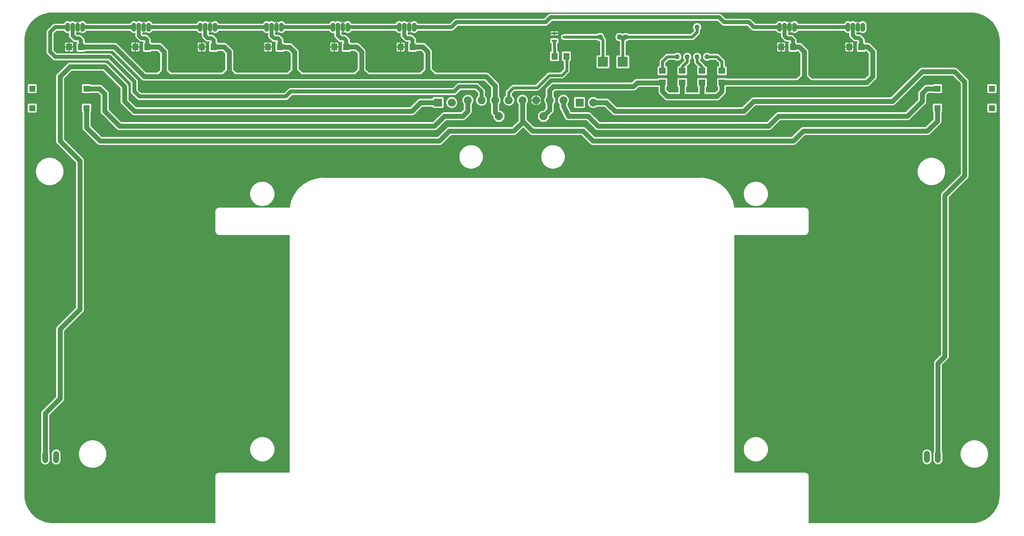
<source format=gbl>
G75*
%MOIN*%
%OFA0B0*%
%FSLAX24Y24*%
%IPPOS*%
%LPD*%
%AMOC8*
5,1,8,0,0,1.08239X$1,22.5*
%
%ADD10C,0.0512*%
%ADD11R,0.0551X0.0217*%
%ADD12R,0.0600X0.0700*%
%ADD13R,0.0700X0.0600*%
%ADD14C,0.0800*%
%ADD15R,0.0630X0.0610*%
%ADD16R,0.0800X0.0800*%
%ADD17C,0.0600*%
%ADD18C,0.0531*%
%ADD19R,0.1000X0.1000*%
%ADD20C,0.0450*%
%ADD21C,0.0250*%
%ADD22C,0.0300*%
%ADD23C,0.0060*%
%ADD24C,0.0500*%
%ADD25OC8,0.0800*%
%ADD26C,0.0400*%
%ADD27C,0.0160*%
%ADD28C,0.0550*%
D10*
X066417Y048630D03*
X067417Y048630D03*
X068417Y048630D03*
X069417Y048630D03*
X068417Y051630D03*
D11*
X055117Y050628D03*
X054015Y050254D03*
X054015Y051002D03*
D12*
X054024Y048690D03*
X055228Y048690D03*
X039708Y049630D03*
X038505Y049630D03*
X033015Y049630D03*
X031812Y049630D03*
X026322Y049630D03*
X025119Y049630D03*
X019629Y049630D03*
X018426Y049630D03*
X012937Y049630D03*
X011733Y049630D03*
X006244Y049630D03*
X005040Y049630D03*
X076890Y049630D03*
X078094Y049630D03*
X083780Y049630D03*
X084984Y049630D03*
D13*
X070917Y047232D03*
X070917Y046028D03*
X068917Y046028D03*
X068917Y047232D03*
X066917Y047232D03*
X066917Y046028D03*
X064917Y046028D03*
X064917Y047232D03*
D14*
X057933Y044018D03*
X054927Y044249D03*
X053549Y044249D03*
X052171Y044249D03*
X050793Y044249D03*
X049415Y044249D03*
X048037Y044249D03*
X046659Y044249D03*
X045281Y044249D03*
X043658Y044018D03*
D15*
X006813Y043453D03*
X006813Y045421D03*
X001321Y045421D03*
X001321Y043453D03*
X092672Y043453D03*
X092672Y045421D03*
X098164Y045421D03*
X098164Y043453D03*
D16*
X056555Y044018D03*
X042280Y044018D03*
D17*
X003739Y008517D02*
X003739Y007917D01*
X002639Y007917D02*
X002639Y008517D01*
X091615Y008536D02*
X091615Y007936D01*
X092715Y007936D02*
X092715Y008536D01*
D18*
X061197Y050630D03*
X058638Y050630D03*
D19*
X058917Y048130D03*
X060917Y048130D03*
D20*
X076742Y051405D02*
X076742Y051855D01*
X077242Y051855D02*
X077242Y051405D01*
X077742Y051405D02*
X077742Y051855D01*
X078242Y051855D02*
X078242Y051405D01*
X083632Y051405D02*
X083632Y051855D01*
X084132Y051855D02*
X084132Y051405D01*
X084632Y051405D02*
X084632Y051855D01*
X085132Y051855D02*
X085132Y051405D01*
X039856Y051405D02*
X039856Y051855D01*
X039356Y051855D02*
X039356Y051405D01*
X038856Y051405D02*
X038856Y051855D01*
X038356Y051855D02*
X038356Y051405D01*
X033163Y051405D02*
X033163Y051855D01*
X032663Y051855D02*
X032663Y051405D01*
X032163Y051405D02*
X032163Y051855D01*
X031663Y051855D02*
X031663Y051405D01*
X026471Y051405D02*
X026471Y051855D01*
X025971Y051855D02*
X025971Y051405D01*
X025471Y051405D02*
X025471Y051855D01*
X024971Y051855D02*
X024971Y051405D01*
X019778Y051405D02*
X019778Y051855D01*
X019278Y051855D02*
X019278Y051405D01*
X018778Y051405D02*
X018778Y051855D01*
X018278Y051855D02*
X018278Y051405D01*
X013085Y051405D02*
X013085Y051855D01*
X012585Y051855D02*
X012585Y051405D01*
X012085Y051405D02*
X012085Y051855D01*
X011585Y051855D02*
X011585Y051405D01*
X006392Y051405D02*
X006392Y051855D01*
X005892Y051855D02*
X005892Y051405D01*
X005392Y051405D02*
X005392Y051855D01*
X004892Y051855D02*
X004892Y051405D01*
D21*
X054015Y050254D02*
X054019Y050250D01*
X055117Y050628D02*
X055119Y050630D01*
D22*
X055117Y050630D02*
X055117Y050628D01*
X055117Y050630D02*
X058638Y050630D01*
X058917Y050350D01*
X058917Y048130D01*
X060917Y048130D02*
X060917Y050350D01*
X061197Y050630D01*
X060643Y050630D01*
X060905Y050368D01*
X060643Y050630D02*
X060630Y050630D01*
X060605Y050630D01*
X061197Y050630D02*
X061630Y050630D01*
X067917Y050630D01*
X068417Y051130D01*
X068417Y051630D01*
X068417Y048630D02*
X068417Y048130D01*
X068917Y047630D01*
X068917Y047232D01*
X067417Y048130D02*
X066917Y047630D01*
X066917Y047232D01*
X067417Y048130D02*
X067417Y048630D01*
X066417Y048630D02*
X065417Y048630D01*
X064917Y048130D01*
X064917Y047232D01*
X069417Y048630D02*
X070417Y048630D01*
X070917Y048130D01*
X070917Y047232D01*
X055255Y047255D02*
X054755Y046755D01*
X053505Y046755D01*
X052255Y045505D01*
X049880Y045505D01*
X049415Y045040D01*
X049415Y044249D01*
X055255Y047255D02*
X055255Y048663D01*
X055228Y048690D01*
X054024Y048690D02*
X054019Y050250D01*
D23*
X002139Y001858D02*
X001665Y002155D01*
X001259Y002539D01*
X000935Y002995D01*
X000706Y003506D01*
X000582Y004051D01*
X000560Y004328D01*
X000560Y050172D01*
X000561Y050174D01*
X000560Y050257D01*
X000560Y050260D01*
X000571Y050533D01*
X000672Y051070D01*
X000877Y051577D01*
X001176Y052034D01*
X001559Y052425D01*
X002010Y052733D01*
X002513Y052947D01*
X003048Y053059D01*
X003321Y053075D01*
X095889Y053075D01*
X095895Y053073D01*
X095974Y053075D01*
X095991Y053075D01*
X096261Y053070D01*
X096814Y052977D01*
X097338Y052779D01*
X097813Y052482D01*
X098221Y052098D01*
X098547Y051641D01*
X098777Y051130D01*
X098903Y050584D01*
X098925Y050307D01*
X098925Y004524D01*
X098923Y004520D01*
X098925Y004438D01*
X098925Y004432D01*
X098917Y004158D01*
X098819Y003613D01*
X098618Y003098D01*
X098319Y002633D01*
X097936Y002234D01*
X097482Y001918D01*
X096975Y001697D01*
X096435Y001579D01*
X096160Y001560D01*
X079694Y001560D01*
X079694Y006334D01*
X079628Y006492D01*
X079507Y006613D01*
X079349Y006678D01*
X072212Y006678D01*
X072212Y028685D01*
X072212Y030621D01*
X079349Y030621D01*
X079507Y030687D01*
X079628Y030808D01*
X079694Y030966D01*
X079694Y033105D01*
X079628Y033263D01*
X079507Y033384D01*
X079349Y033450D01*
X072193Y033450D01*
X072064Y034058D01*
X071784Y034700D01*
X071380Y035272D01*
X071380Y035272D01*
X070869Y035751D01*
X070273Y036118D01*
X069614Y036357D01*
X068921Y036459D01*
X068584Y036440D01*
X030888Y036440D01*
X030551Y036459D01*
X029858Y036357D01*
X029200Y036118D01*
X028603Y035751D01*
X028093Y035272D01*
X028093Y035272D01*
X028093Y035272D01*
X027690Y034699D01*
X027410Y034058D01*
X027410Y034058D01*
X027281Y033450D01*
X020123Y033450D01*
X019965Y033384D01*
X019844Y033263D01*
X019779Y033105D01*
X019779Y030966D01*
X019844Y030808D01*
X019965Y030687D01*
X020123Y030621D01*
X027262Y030621D01*
X027262Y006678D01*
X020123Y006678D01*
X019965Y006613D01*
X019844Y006492D01*
X019779Y006334D01*
X019779Y001560D01*
X003584Y001560D01*
X003578Y001562D01*
X003499Y001560D01*
X003484Y001560D01*
X003213Y001566D01*
X002661Y001659D01*
X002139Y001858D01*
X002087Y001891D02*
X019779Y001891D01*
X019779Y001949D02*
X001994Y001949D01*
X001901Y002008D02*
X019779Y002008D01*
X019779Y002066D02*
X001808Y002066D01*
X001715Y002125D02*
X019779Y002125D01*
X019779Y002183D02*
X001636Y002183D01*
X001574Y002242D02*
X019779Y002242D01*
X019779Y002300D02*
X001512Y002300D01*
X001450Y002359D02*
X019779Y002359D01*
X019779Y002417D02*
X001388Y002417D01*
X001326Y002476D02*
X019779Y002476D01*
X019779Y002534D02*
X001264Y002534D01*
X001221Y002593D02*
X019779Y002593D01*
X019779Y002651D02*
X001179Y002651D01*
X001138Y002710D02*
X019779Y002710D01*
X019779Y002768D02*
X001096Y002768D01*
X001055Y002827D02*
X019779Y002827D01*
X019779Y002885D02*
X001013Y002885D01*
X000972Y002944D02*
X019779Y002944D01*
X019779Y003002D02*
X000932Y003002D01*
X000906Y003061D02*
X019779Y003061D01*
X019779Y003119D02*
X000879Y003119D01*
X000853Y003178D02*
X019779Y003178D01*
X019779Y003236D02*
X000827Y003236D01*
X000801Y003295D02*
X019779Y003295D01*
X019779Y003353D02*
X000775Y003353D01*
X000748Y003412D02*
X019779Y003412D01*
X019779Y003470D02*
X000722Y003470D01*
X000701Y003529D02*
X019779Y003529D01*
X019779Y003587D02*
X000688Y003587D01*
X000674Y003646D02*
X019779Y003646D01*
X019779Y003704D02*
X000661Y003704D01*
X000647Y003763D02*
X019779Y003763D01*
X019779Y003821D02*
X000634Y003821D01*
X000621Y003880D02*
X019779Y003880D01*
X019779Y003938D02*
X000607Y003938D01*
X000594Y003997D02*
X019779Y003997D01*
X019779Y004055D02*
X000581Y004055D01*
X000577Y004114D02*
X019779Y004114D01*
X019779Y004172D02*
X000572Y004172D01*
X000568Y004231D02*
X019779Y004231D01*
X019779Y004289D02*
X000563Y004289D01*
X000560Y004348D02*
X019779Y004348D01*
X019779Y004406D02*
X000560Y004406D01*
X000560Y004465D02*
X019779Y004465D01*
X019779Y004523D02*
X000560Y004523D01*
X000560Y004582D02*
X019779Y004582D01*
X019779Y004640D02*
X000560Y004640D01*
X000560Y004699D02*
X019779Y004699D01*
X019779Y004757D02*
X000560Y004757D01*
X000560Y004816D02*
X019779Y004816D01*
X019779Y004874D02*
X000560Y004874D01*
X000560Y004933D02*
X019779Y004933D01*
X019779Y004991D02*
X000560Y004991D01*
X000560Y005050D02*
X019779Y005050D01*
X019779Y005108D02*
X000560Y005108D01*
X000560Y005167D02*
X019779Y005167D01*
X019779Y005225D02*
X000560Y005225D01*
X000560Y005284D02*
X019779Y005284D01*
X019779Y005342D02*
X000560Y005342D01*
X000560Y005401D02*
X019779Y005401D01*
X019779Y005459D02*
X000560Y005459D01*
X000560Y005518D02*
X019779Y005518D01*
X019779Y005576D02*
X000560Y005576D01*
X000560Y005635D02*
X019779Y005635D01*
X019779Y005693D02*
X000560Y005693D01*
X000560Y005752D02*
X019779Y005752D01*
X019779Y005810D02*
X000560Y005810D01*
X000560Y005869D02*
X019779Y005869D01*
X019779Y005927D02*
X000560Y005927D01*
X000560Y005986D02*
X019779Y005986D01*
X019779Y006044D02*
X000560Y006044D01*
X000560Y006103D02*
X019779Y006103D01*
X019779Y006161D02*
X000560Y006161D01*
X000560Y006220D02*
X019779Y006220D01*
X019779Y006278D02*
X000560Y006278D01*
X000560Y006337D02*
X019780Y006337D01*
X019804Y006395D02*
X000560Y006395D01*
X000560Y006454D02*
X019828Y006454D01*
X019865Y006512D02*
X000560Y006512D01*
X000560Y006571D02*
X019923Y006571D01*
X020005Y006629D02*
X000560Y006629D01*
X000560Y006688D02*
X027262Y006688D01*
X027262Y006746D02*
X000560Y006746D01*
X000560Y006805D02*
X027262Y006805D01*
X027262Y006863D02*
X000560Y006863D01*
X000560Y006922D02*
X027262Y006922D01*
X027262Y006980D02*
X000560Y006980D01*
X000560Y007039D02*
X027262Y007039D01*
X027262Y007097D02*
X000560Y007097D01*
X000560Y007156D02*
X007011Y007156D01*
X006868Y007194D02*
X007227Y007098D01*
X007600Y007098D01*
X007959Y007194D01*
X008282Y007380D01*
X008545Y007644D01*
X008731Y007966D01*
X008828Y008326D01*
X008828Y008698D01*
X008731Y009058D01*
X008545Y009380D01*
X008282Y009644D01*
X007959Y009830D01*
X007600Y009926D01*
X007227Y009926D01*
X006868Y009830D01*
X006545Y009644D01*
X006282Y009380D01*
X006096Y009058D01*
X005999Y008698D01*
X005999Y008326D01*
X006096Y007966D01*
X006282Y007644D01*
X006545Y007380D01*
X006868Y007194D01*
X006833Y007214D02*
X000560Y007214D01*
X000560Y007273D02*
X006732Y007273D01*
X006630Y007331D02*
X000560Y007331D01*
X000560Y007390D02*
X006536Y007390D01*
X006477Y007448D02*
X003862Y007448D01*
X003835Y007437D02*
X004011Y007510D01*
X004146Y007645D01*
X004219Y007821D01*
X004219Y008612D01*
X004146Y008789D01*
X004011Y008924D01*
X003835Y008997D01*
X003644Y008997D01*
X003467Y008924D01*
X003332Y008789D01*
X003259Y008612D01*
X003259Y007821D01*
X003332Y007645D01*
X003467Y007510D01*
X003644Y007437D01*
X003835Y007437D01*
X004003Y007507D02*
X006419Y007507D01*
X006360Y007565D02*
X004066Y007565D01*
X004125Y007624D02*
X006302Y007624D01*
X006260Y007682D02*
X004161Y007682D01*
X004186Y007741D02*
X006226Y007741D01*
X006192Y007799D02*
X004210Y007799D01*
X004219Y007858D02*
X006158Y007858D01*
X006124Y007916D02*
X004219Y007916D01*
X004219Y007975D02*
X006093Y007975D01*
X006078Y008033D02*
X004219Y008033D01*
X004219Y008092D02*
X006062Y008092D01*
X006046Y008150D02*
X004219Y008150D01*
X004219Y008209D02*
X006031Y008209D01*
X006015Y008267D02*
X004219Y008267D01*
X004219Y008326D02*
X005999Y008326D01*
X005999Y008384D02*
X004219Y008384D01*
X004219Y008443D02*
X005999Y008443D01*
X005999Y008501D02*
X004219Y008501D01*
X004219Y008560D02*
X005999Y008560D01*
X005999Y008618D02*
X004217Y008618D01*
X004192Y008677D02*
X005999Y008677D01*
X006009Y008735D02*
X004168Y008735D01*
X004141Y008794D02*
X006025Y008794D01*
X006040Y008852D02*
X004082Y008852D01*
X004024Y008911D02*
X006056Y008911D01*
X006072Y008969D02*
X003901Y008969D01*
X003577Y008969D02*
X003060Y008969D01*
X003060Y008911D02*
X003454Y008911D01*
X003396Y008852D02*
X003060Y008852D01*
X003060Y008794D02*
X003337Y008794D01*
X003310Y008735D02*
X003068Y008735D01*
X003060Y008755D02*
X003060Y012452D01*
X004495Y013886D01*
X004560Y014044D01*
X004560Y020952D01*
X006495Y022886D01*
X006560Y023044D01*
X006560Y038216D01*
X006495Y038374D01*
X006374Y038495D01*
X004560Y040308D01*
X004560Y046452D01*
X005308Y047200D01*
X008452Y047200D01*
X010200Y045452D01*
X010200Y044044D01*
X010265Y043886D01*
X010386Y043765D01*
X011386Y042765D01*
X011544Y042700D01*
X039716Y042700D01*
X039874Y042765D01*
X039995Y042886D01*
X040696Y043588D01*
X041700Y043588D01*
X041700Y043543D01*
X041805Y043438D01*
X042754Y043438D01*
X042860Y043543D01*
X042860Y044492D01*
X042754Y044597D01*
X041805Y044597D01*
X041700Y044492D01*
X041700Y044447D01*
X040432Y044447D01*
X040274Y044382D01*
X039452Y043560D01*
X011808Y043560D01*
X011060Y044308D01*
X011060Y045716D01*
X010995Y045874D01*
X010874Y045995D01*
X010874Y045995D01*
X008995Y047874D01*
X008874Y047995D01*
X008716Y048060D01*
X005044Y048060D01*
X004886Y047995D01*
X003886Y046995D01*
X003765Y046874D01*
X003700Y046716D01*
X003700Y040044D01*
X003765Y039886D01*
X003886Y039765D01*
X003886Y039765D01*
X005700Y037952D01*
X005700Y023308D01*
X003886Y021495D01*
X003765Y021374D01*
X003700Y021216D01*
X003700Y014308D01*
X002386Y012995D01*
X002265Y012874D01*
X002200Y012716D01*
X002200Y008711D01*
X002159Y008612D01*
X002159Y007821D01*
X002232Y007645D01*
X002367Y007510D01*
X002544Y007437D01*
X002735Y007437D01*
X002911Y007510D01*
X003046Y007645D01*
X003119Y007821D01*
X003119Y008612D01*
X003060Y008755D01*
X003092Y008677D02*
X003286Y008677D01*
X003262Y008618D02*
X003117Y008618D01*
X003119Y008560D02*
X003259Y008560D01*
X003259Y008501D02*
X003119Y008501D01*
X003119Y008443D02*
X003259Y008443D01*
X003259Y008384D02*
X003119Y008384D01*
X003119Y008326D02*
X003259Y008326D01*
X003259Y008267D02*
X003119Y008267D01*
X003119Y008209D02*
X003259Y008209D01*
X003259Y008150D02*
X003119Y008150D01*
X003119Y008092D02*
X003259Y008092D01*
X003259Y008033D02*
X003119Y008033D01*
X003119Y007975D02*
X003259Y007975D01*
X003259Y007916D02*
X003119Y007916D01*
X003119Y007858D02*
X003259Y007858D01*
X003268Y007799D02*
X003110Y007799D01*
X003086Y007741D02*
X003292Y007741D01*
X003317Y007682D02*
X003061Y007682D01*
X003025Y007624D02*
X003353Y007624D01*
X003412Y007565D02*
X002966Y007565D01*
X002903Y007507D02*
X003475Y007507D01*
X003616Y007448D02*
X002762Y007448D01*
X002516Y007448D02*
X000560Y007448D01*
X000560Y007507D02*
X002375Y007507D01*
X002312Y007565D02*
X000560Y007565D01*
X000560Y007624D02*
X002253Y007624D01*
X002217Y007682D02*
X000560Y007682D01*
X000560Y007741D02*
X002192Y007741D01*
X002168Y007799D02*
X000560Y007799D01*
X000560Y007858D02*
X002159Y007858D01*
X002159Y007916D02*
X000560Y007916D01*
X000560Y007975D02*
X002159Y007975D01*
X002159Y008033D02*
X000560Y008033D01*
X000560Y008092D02*
X002159Y008092D01*
X002159Y008150D02*
X000560Y008150D01*
X000560Y008209D02*
X002159Y008209D01*
X002159Y008267D02*
X000560Y008267D01*
X000560Y008326D02*
X002159Y008326D01*
X002159Y008384D02*
X000560Y008384D01*
X000560Y008443D02*
X002159Y008443D01*
X002159Y008501D02*
X000560Y008501D01*
X000560Y008560D02*
X002159Y008560D01*
X002162Y008618D02*
X000560Y008618D01*
X000560Y008677D02*
X002186Y008677D01*
X002200Y008735D02*
X000560Y008735D01*
X000560Y008794D02*
X002200Y008794D01*
X002200Y008852D02*
X000560Y008852D01*
X000560Y008911D02*
X002200Y008911D01*
X002200Y008969D02*
X000560Y008969D01*
X000560Y009028D02*
X002200Y009028D01*
X002200Y009086D02*
X000560Y009086D01*
X000560Y009145D02*
X002200Y009145D01*
X002200Y009203D02*
X000560Y009203D01*
X000560Y009262D02*
X002200Y009262D01*
X002200Y009320D02*
X000560Y009320D01*
X000560Y009379D02*
X002200Y009379D01*
X002200Y009437D02*
X000560Y009437D01*
X000560Y009496D02*
X002200Y009496D01*
X002200Y009554D02*
X000560Y009554D01*
X000560Y009613D02*
X002200Y009613D01*
X002200Y009671D02*
X000560Y009671D01*
X000560Y009730D02*
X002200Y009730D01*
X002200Y009788D02*
X000560Y009788D01*
X000560Y009847D02*
X002200Y009847D01*
X002200Y009905D02*
X000560Y009905D01*
X000560Y009964D02*
X002200Y009964D01*
X002200Y010022D02*
X000560Y010022D01*
X000560Y010081D02*
X002200Y010081D01*
X002200Y010139D02*
X000560Y010139D01*
X000560Y010198D02*
X002200Y010198D01*
X002200Y010256D02*
X000560Y010256D01*
X000560Y010315D02*
X002200Y010315D01*
X002200Y010373D02*
X000560Y010373D01*
X000560Y010432D02*
X002200Y010432D01*
X002200Y010490D02*
X000560Y010490D01*
X000560Y010549D02*
X002200Y010549D01*
X002200Y010607D02*
X000560Y010607D01*
X000560Y010666D02*
X002200Y010666D01*
X002200Y010724D02*
X000560Y010724D01*
X000560Y010783D02*
X002200Y010783D01*
X002200Y010841D02*
X000560Y010841D01*
X000560Y010900D02*
X002200Y010900D01*
X002200Y010958D02*
X000560Y010958D01*
X000560Y011017D02*
X002200Y011017D01*
X002200Y011075D02*
X000560Y011075D01*
X000560Y011134D02*
X002200Y011134D01*
X002200Y011192D02*
X000560Y011192D01*
X000560Y011251D02*
X002200Y011251D01*
X002200Y011309D02*
X000560Y011309D01*
X000560Y011368D02*
X002200Y011368D01*
X002200Y011426D02*
X000560Y011426D01*
X000560Y011485D02*
X002200Y011485D01*
X002200Y011543D02*
X000560Y011543D01*
X000560Y011602D02*
X002200Y011602D01*
X002200Y011660D02*
X000560Y011660D01*
X000560Y011719D02*
X002200Y011719D01*
X002200Y011777D02*
X000560Y011777D01*
X000560Y011836D02*
X002200Y011836D01*
X002200Y011894D02*
X000560Y011894D01*
X000560Y011953D02*
X002200Y011953D01*
X002200Y012011D02*
X000560Y012011D01*
X000560Y012070D02*
X002200Y012070D01*
X002200Y012128D02*
X000560Y012128D01*
X000560Y012187D02*
X002200Y012187D01*
X002200Y012245D02*
X000560Y012245D01*
X000560Y012304D02*
X002200Y012304D01*
X002200Y012362D02*
X000560Y012362D01*
X000560Y012421D02*
X002200Y012421D01*
X002200Y012479D02*
X000560Y012479D01*
X000560Y012538D02*
X002200Y012538D01*
X002200Y012596D02*
X000560Y012596D01*
X000560Y012655D02*
X002200Y012655D01*
X002200Y012713D02*
X000560Y012713D01*
X000560Y012772D02*
X002223Y012772D01*
X002247Y012830D02*
X000560Y012830D01*
X000560Y012889D02*
X002280Y012889D01*
X002339Y012947D02*
X000560Y012947D01*
X000560Y013006D02*
X002397Y013006D01*
X002456Y013064D02*
X000560Y013064D01*
X000560Y013123D02*
X002514Y013123D01*
X002573Y013181D02*
X000560Y013181D01*
X000560Y013240D02*
X002631Y013240D01*
X002690Y013298D02*
X000560Y013298D01*
X000560Y013357D02*
X002748Y013357D01*
X002807Y013415D02*
X000560Y013415D01*
X000560Y013474D02*
X002865Y013474D01*
X002924Y013532D02*
X000560Y013532D01*
X000560Y013591D02*
X002982Y013591D01*
X003041Y013649D02*
X000560Y013649D01*
X000560Y013708D02*
X003099Y013708D01*
X003158Y013766D02*
X000560Y013766D01*
X000560Y013825D02*
X003216Y013825D01*
X003275Y013883D02*
X000560Y013883D01*
X000560Y013942D02*
X003333Y013942D01*
X003392Y014000D02*
X000560Y014000D01*
X000560Y014059D02*
X003450Y014059D01*
X003509Y014117D02*
X000560Y014117D01*
X000560Y014176D02*
X003567Y014176D01*
X003626Y014234D02*
X000560Y014234D01*
X000560Y014293D02*
X003684Y014293D01*
X003700Y014351D02*
X000560Y014351D01*
X000560Y014410D02*
X003700Y014410D01*
X003700Y014468D02*
X000560Y014468D01*
X000560Y014527D02*
X003700Y014527D01*
X003700Y014585D02*
X000560Y014585D01*
X000560Y014644D02*
X003700Y014644D01*
X003700Y014702D02*
X000560Y014702D01*
X000560Y014761D02*
X003700Y014761D01*
X003700Y014819D02*
X000560Y014819D01*
X000560Y014878D02*
X003700Y014878D01*
X003700Y014936D02*
X000560Y014936D01*
X000560Y014995D02*
X003700Y014995D01*
X003700Y015053D02*
X000560Y015053D01*
X000560Y015112D02*
X003700Y015112D01*
X003700Y015170D02*
X000560Y015170D01*
X000560Y015229D02*
X003700Y015229D01*
X003700Y015287D02*
X000560Y015287D01*
X000560Y015346D02*
X003700Y015346D01*
X003700Y015404D02*
X000560Y015404D01*
X000560Y015463D02*
X003700Y015463D01*
X003700Y015521D02*
X000560Y015521D01*
X000560Y015580D02*
X003700Y015580D01*
X003700Y015638D02*
X000560Y015638D01*
X000560Y015697D02*
X003700Y015697D01*
X003700Y015755D02*
X000560Y015755D01*
X000560Y015814D02*
X003700Y015814D01*
X003700Y015872D02*
X000560Y015872D01*
X000560Y015931D02*
X003700Y015931D01*
X003700Y015989D02*
X000560Y015989D01*
X000560Y016048D02*
X003700Y016048D01*
X003700Y016106D02*
X000560Y016106D01*
X000560Y016165D02*
X003700Y016165D01*
X003700Y016223D02*
X000560Y016223D01*
X000560Y016282D02*
X003700Y016282D01*
X003700Y016340D02*
X000560Y016340D01*
X000560Y016399D02*
X003700Y016399D01*
X003700Y016457D02*
X000560Y016457D01*
X000560Y016516D02*
X003700Y016516D01*
X003700Y016574D02*
X000560Y016574D01*
X000560Y016633D02*
X003700Y016633D01*
X003700Y016691D02*
X000560Y016691D01*
X000560Y016750D02*
X003700Y016750D01*
X003700Y016808D02*
X000560Y016808D01*
X000560Y016867D02*
X003700Y016867D01*
X003700Y016925D02*
X000560Y016925D01*
X000560Y016984D02*
X003700Y016984D01*
X003700Y017042D02*
X000560Y017042D01*
X000560Y017101D02*
X003700Y017101D01*
X003700Y017159D02*
X000560Y017159D01*
X000560Y017218D02*
X003700Y017218D01*
X003700Y017276D02*
X000560Y017276D01*
X000560Y017335D02*
X003700Y017335D01*
X003700Y017393D02*
X000560Y017393D01*
X000560Y017452D02*
X003700Y017452D01*
X003700Y017510D02*
X000560Y017510D01*
X000560Y017569D02*
X003700Y017569D01*
X003700Y017627D02*
X000560Y017627D01*
X000560Y017686D02*
X003700Y017686D01*
X003700Y017744D02*
X000560Y017744D01*
X000560Y017803D02*
X003700Y017803D01*
X003700Y017861D02*
X000560Y017861D01*
X000560Y017920D02*
X003700Y017920D01*
X003700Y017978D02*
X000560Y017978D01*
X000560Y018037D02*
X003700Y018037D01*
X003700Y018095D02*
X000560Y018095D01*
X000560Y018154D02*
X003700Y018154D01*
X003700Y018212D02*
X000560Y018212D01*
X000560Y018271D02*
X003700Y018271D01*
X003700Y018329D02*
X000560Y018329D01*
X000560Y018388D02*
X003700Y018388D01*
X003700Y018446D02*
X000560Y018446D01*
X000560Y018505D02*
X003700Y018505D01*
X003700Y018563D02*
X000560Y018563D01*
X000560Y018622D02*
X003700Y018622D01*
X003700Y018680D02*
X000560Y018680D01*
X000560Y018739D02*
X003700Y018739D01*
X003700Y018797D02*
X000560Y018797D01*
X000560Y018856D02*
X003700Y018856D01*
X003700Y018914D02*
X000560Y018914D01*
X000560Y018973D02*
X003700Y018973D01*
X003700Y019031D02*
X000560Y019031D01*
X000560Y019090D02*
X003700Y019090D01*
X003700Y019148D02*
X000560Y019148D01*
X000560Y019207D02*
X003700Y019207D01*
X003700Y019265D02*
X000560Y019265D01*
X000560Y019324D02*
X003700Y019324D01*
X003700Y019382D02*
X000560Y019382D01*
X000560Y019441D02*
X003700Y019441D01*
X003700Y019499D02*
X000560Y019499D01*
X000560Y019558D02*
X003700Y019558D01*
X003700Y019616D02*
X000560Y019616D01*
X000560Y019675D02*
X003700Y019675D01*
X003700Y019733D02*
X000560Y019733D01*
X000560Y019792D02*
X003700Y019792D01*
X003700Y019850D02*
X000560Y019850D01*
X000560Y019909D02*
X003700Y019909D01*
X003700Y019967D02*
X000560Y019967D01*
X000560Y020026D02*
X003700Y020026D01*
X003700Y020084D02*
X000560Y020084D01*
X000560Y020143D02*
X003700Y020143D01*
X003700Y020201D02*
X000560Y020201D01*
X000560Y020260D02*
X003700Y020260D01*
X003700Y020318D02*
X000560Y020318D01*
X000560Y020377D02*
X003700Y020377D01*
X003700Y020435D02*
X000560Y020435D01*
X000560Y020494D02*
X003700Y020494D01*
X003700Y020552D02*
X000560Y020552D01*
X000560Y020611D02*
X003700Y020611D01*
X003700Y020669D02*
X000560Y020669D01*
X000560Y020728D02*
X003700Y020728D01*
X003700Y020786D02*
X000560Y020786D01*
X000560Y020845D02*
X003700Y020845D01*
X003700Y020903D02*
X000560Y020903D01*
X000560Y020962D02*
X003700Y020962D01*
X003700Y021020D02*
X000560Y021020D01*
X000560Y021079D02*
X003700Y021079D01*
X003700Y021137D02*
X000560Y021137D01*
X000560Y021196D02*
X003700Y021196D01*
X003716Y021254D02*
X000560Y021254D01*
X000560Y021313D02*
X003740Y021313D01*
X003764Y021371D02*
X000560Y021371D01*
X000560Y021430D02*
X003821Y021430D01*
X003880Y021488D02*
X000560Y021488D01*
X000560Y021547D02*
X003938Y021547D01*
X003997Y021605D02*
X000560Y021605D01*
X000560Y021664D02*
X004055Y021664D01*
X004114Y021722D02*
X000560Y021722D01*
X000560Y021781D02*
X004172Y021781D01*
X004231Y021839D02*
X000560Y021839D01*
X000560Y021898D02*
X004289Y021898D01*
X004348Y021956D02*
X000560Y021956D01*
X000560Y022015D02*
X004406Y022015D01*
X004465Y022073D02*
X000560Y022073D01*
X000560Y022132D02*
X004523Y022132D01*
X004582Y022190D02*
X000560Y022190D01*
X000560Y022249D02*
X004640Y022249D01*
X004699Y022307D02*
X000560Y022307D01*
X000560Y022366D02*
X004757Y022366D01*
X004816Y022424D02*
X000560Y022424D01*
X000560Y022483D02*
X004874Y022483D01*
X004933Y022541D02*
X000560Y022541D01*
X000560Y022600D02*
X004991Y022600D01*
X005050Y022658D02*
X000560Y022658D01*
X000560Y022717D02*
X005108Y022717D01*
X005167Y022775D02*
X000560Y022775D01*
X000560Y022834D02*
X005225Y022834D01*
X005284Y022892D02*
X000560Y022892D01*
X000560Y022951D02*
X005342Y022951D01*
X005401Y023009D02*
X000560Y023009D01*
X000560Y023068D02*
X005459Y023068D01*
X005518Y023126D02*
X000560Y023126D01*
X000560Y023185D02*
X005576Y023185D01*
X005635Y023243D02*
X000560Y023243D01*
X000560Y023302D02*
X005693Y023302D01*
X005700Y023360D02*
X000560Y023360D01*
X000560Y023419D02*
X005700Y023419D01*
X005700Y023477D02*
X000560Y023477D01*
X000560Y023536D02*
X005700Y023536D01*
X005700Y023594D02*
X000560Y023594D01*
X000560Y023653D02*
X005700Y023653D01*
X005700Y023711D02*
X000560Y023711D01*
X000560Y023770D02*
X005700Y023770D01*
X005700Y023828D02*
X000560Y023828D01*
X000560Y023887D02*
X005700Y023887D01*
X005700Y023945D02*
X000560Y023945D01*
X000560Y024004D02*
X005700Y024004D01*
X005700Y024062D02*
X000560Y024062D01*
X000560Y024121D02*
X005700Y024121D01*
X005700Y024179D02*
X000560Y024179D01*
X000560Y024238D02*
X005700Y024238D01*
X005700Y024296D02*
X000560Y024296D01*
X000560Y024355D02*
X005700Y024355D01*
X005700Y024413D02*
X000560Y024413D01*
X000560Y024472D02*
X005700Y024472D01*
X005700Y024530D02*
X000560Y024530D01*
X000560Y024589D02*
X005700Y024589D01*
X005700Y024647D02*
X000560Y024647D01*
X000560Y024706D02*
X005700Y024706D01*
X005700Y024764D02*
X000560Y024764D01*
X000560Y024823D02*
X005700Y024823D01*
X005700Y024881D02*
X000560Y024881D01*
X000560Y024940D02*
X005700Y024940D01*
X005700Y024998D02*
X000560Y024998D01*
X000560Y025057D02*
X005700Y025057D01*
X005700Y025115D02*
X000560Y025115D01*
X000560Y025174D02*
X005700Y025174D01*
X005700Y025232D02*
X000560Y025232D01*
X000560Y025291D02*
X005700Y025291D01*
X005700Y025349D02*
X000560Y025349D01*
X000560Y025408D02*
X005700Y025408D01*
X005700Y025466D02*
X000560Y025466D01*
X000560Y025525D02*
X005700Y025525D01*
X005700Y025583D02*
X000560Y025583D01*
X000560Y025642D02*
X005700Y025642D01*
X005700Y025700D02*
X000560Y025700D01*
X000560Y025759D02*
X005700Y025759D01*
X005700Y025817D02*
X000560Y025817D01*
X000560Y025876D02*
X005700Y025876D01*
X005700Y025934D02*
X000560Y025934D01*
X000560Y025993D02*
X005700Y025993D01*
X005700Y026051D02*
X000560Y026051D01*
X000560Y026110D02*
X005700Y026110D01*
X005700Y026168D02*
X000560Y026168D01*
X000560Y026227D02*
X005700Y026227D01*
X005700Y026285D02*
X000560Y026285D01*
X000560Y026344D02*
X005700Y026344D01*
X005700Y026402D02*
X000560Y026402D01*
X000560Y026461D02*
X005700Y026461D01*
X005700Y026519D02*
X000560Y026519D01*
X000560Y026578D02*
X005700Y026578D01*
X005700Y026636D02*
X000560Y026636D01*
X000560Y026695D02*
X005700Y026695D01*
X005700Y026753D02*
X000560Y026753D01*
X000560Y026812D02*
X005700Y026812D01*
X005700Y026870D02*
X000560Y026870D01*
X000560Y026929D02*
X005700Y026929D01*
X005700Y026987D02*
X000560Y026987D01*
X000560Y027046D02*
X005700Y027046D01*
X005700Y027104D02*
X000560Y027104D01*
X000560Y027163D02*
X005700Y027163D01*
X005700Y027221D02*
X000560Y027221D01*
X000560Y027280D02*
X005700Y027280D01*
X005700Y027338D02*
X000560Y027338D01*
X000560Y027397D02*
X005700Y027397D01*
X005700Y027455D02*
X000560Y027455D01*
X000560Y027514D02*
X005700Y027514D01*
X005700Y027572D02*
X000560Y027572D01*
X000560Y027631D02*
X005700Y027631D01*
X005700Y027689D02*
X000560Y027689D01*
X000560Y027748D02*
X005700Y027748D01*
X005700Y027806D02*
X000560Y027806D01*
X000560Y027865D02*
X005700Y027865D01*
X005700Y027923D02*
X000560Y027923D01*
X000560Y027982D02*
X005700Y027982D01*
X005700Y028040D02*
X000560Y028040D01*
X000560Y028099D02*
X005700Y028099D01*
X005700Y028157D02*
X000560Y028157D01*
X000560Y028216D02*
X005700Y028216D01*
X005700Y028274D02*
X000560Y028274D01*
X000560Y028333D02*
X005700Y028333D01*
X005700Y028391D02*
X000560Y028391D01*
X000560Y028450D02*
X005700Y028450D01*
X005700Y028508D02*
X000560Y028508D01*
X000560Y028567D02*
X005700Y028567D01*
X005700Y028625D02*
X000560Y028625D01*
X000560Y028684D02*
X005700Y028684D01*
X005700Y028742D02*
X000560Y028742D01*
X000560Y028801D02*
X005700Y028801D01*
X005700Y028859D02*
X000560Y028859D01*
X000560Y028918D02*
X005700Y028918D01*
X005700Y028976D02*
X000560Y028976D01*
X000560Y029035D02*
X005700Y029035D01*
X005700Y029093D02*
X000560Y029093D01*
X000560Y029152D02*
X005700Y029152D01*
X005700Y029210D02*
X000560Y029210D01*
X000560Y029269D02*
X005700Y029269D01*
X005700Y029327D02*
X000560Y029327D01*
X000560Y029386D02*
X005700Y029386D01*
X005700Y029444D02*
X000560Y029444D01*
X000560Y029503D02*
X005700Y029503D01*
X005700Y029561D02*
X000560Y029561D01*
X000560Y029620D02*
X005700Y029620D01*
X005700Y029678D02*
X000560Y029678D01*
X000560Y029737D02*
X005700Y029737D01*
X005700Y029795D02*
X000560Y029795D01*
X000560Y029854D02*
X005700Y029854D01*
X005700Y029912D02*
X000560Y029912D01*
X000560Y029971D02*
X005700Y029971D01*
X005700Y030029D02*
X000560Y030029D01*
X000560Y030088D02*
X005700Y030088D01*
X005700Y030146D02*
X000560Y030146D01*
X000560Y030205D02*
X005700Y030205D01*
X005700Y030263D02*
X000560Y030263D01*
X000560Y030322D02*
X005700Y030322D01*
X005700Y030380D02*
X000560Y030380D01*
X000560Y030439D02*
X005700Y030439D01*
X005700Y030497D02*
X000560Y030497D01*
X000560Y030556D02*
X005700Y030556D01*
X005700Y030614D02*
X000560Y030614D01*
X000560Y030673D02*
X005700Y030673D01*
X005700Y030731D02*
X000560Y030731D01*
X000560Y030790D02*
X005700Y030790D01*
X005700Y030848D02*
X000560Y030848D01*
X000560Y030907D02*
X005700Y030907D01*
X005700Y030965D02*
X000560Y030965D01*
X000560Y031024D02*
X005700Y031024D01*
X005700Y031082D02*
X000560Y031082D01*
X000560Y031141D02*
X005700Y031141D01*
X005700Y031199D02*
X000560Y031199D01*
X000560Y031258D02*
X005700Y031258D01*
X005700Y031316D02*
X000560Y031316D01*
X000560Y031375D02*
X005700Y031375D01*
X005700Y031433D02*
X000560Y031433D01*
X000560Y031492D02*
X005700Y031492D01*
X005700Y031550D02*
X000560Y031550D01*
X000560Y031609D02*
X005700Y031609D01*
X005700Y031667D02*
X000560Y031667D01*
X000560Y031726D02*
X005700Y031726D01*
X005700Y031784D02*
X000560Y031784D01*
X000560Y031843D02*
X005700Y031843D01*
X005700Y031901D02*
X000560Y031901D01*
X000560Y031960D02*
X005700Y031960D01*
X005700Y032018D02*
X000560Y032018D01*
X000560Y032077D02*
X005700Y032077D01*
X005700Y032135D02*
X000560Y032135D01*
X000560Y032194D02*
X005700Y032194D01*
X005700Y032252D02*
X000560Y032252D01*
X000560Y032311D02*
X005700Y032311D01*
X005700Y032369D02*
X000560Y032369D01*
X000560Y032428D02*
X005700Y032428D01*
X005700Y032486D02*
X000560Y032486D01*
X000560Y032545D02*
X005700Y032545D01*
X005700Y032603D02*
X000560Y032603D01*
X000560Y032662D02*
X005700Y032662D01*
X005700Y032720D02*
X000560Y032720D01*
X000560Y032779D02*
X005700Y032779D01*
X005700Y032837D02*
X000560Y032837D01*
X000560Y032896D02*
X005700Y032896D01*
X005700Y032954D02*
X000560Y032954D01*
X000560Y033013D02*
X005700Y033013D01*
X005700Y033071D02*
X000560Y033071D01*
X000560Y033130D02*
X005700Y033130D01*
X005700Y033188D02*
X000560Y033188D01*
X000560Y033247D02*
X005700Y033247D01*
X005700Y033305D02*
X000560Y033305D01*
X000560Y033364D02*
X005700Y033364D01*
X005700Y033422D02*
X000560Y033422D01*
X000560Y033481D02*
X005700Y033481D01*
X005700Y033539D02*
X000560Y033539D01*
X000560Y033598D02*
X005700Y033598D01*
X005700Y033656D02*
X000560Y033656D01*
X000560Y033715D02*
X005700Y033715D01*
X005700Y033773D02*
X000560Y033773D01*
X000560Y033832D02*
X005700Y033832D01*
X005700Y033890D02*
X000560Y033890D01*
X000560Y033949D02*
X005700Y033949D01*
X005700Y034007D02*
X000560Y034007D01*
X000560Y034066D02*
X005700Y034066D01*
X005700Y034124D02*
X000560Y034124D01*
X000560Y034183D02*
X005700Y034183D01*
X005700Y034241D02*
X000560Y034241D01*
X000560Y034300D02*
X005700Y034300D01*
X005700Y034358D02*
X000560Y034358D01*
X000560Y034417D02*
X005700Y034417D01*
X005700Y034475D02*
X000560Y034475D01*
X000560Y034534D02*
X005700Y034534D01*
X005700Y034592D02*
X000560Y034592D01*
X000560Y034651D02*
X005700Y034651D01*
X005700Y034709D02*
X000560Y034709D01*
X000560Y034768D02*
X005700Y034768D01*
X005700Y034826D02*
X000560Y034826D01*
X000560Y034885D02*
X005700Y034885D01*
X005700Y034943D02*
X000560Y034943D01*
X000560Y035002D02*
X005700Y035002D01*
X005700Y035060D02*
X000560Y035060D01*
X000560Y035119D02*
X005700Y035119D01*
X005700Y035177D02*
X000560Y035177D01*
X000560Y035236D02*
X005700Y035236D01*
X005700Y035294D02*
X000560Y035294D01*
X000560Y035353D02*
X005700Y035353D01*
X005700Y035411D02*
X000560Y035411D01*
X000560Y035470D02*
X005700Y035470D01*
X005700Y035528D02*
X000560Y035528D01*
X000560Y035587D02*
X005700Y035587D01*
X005700Y035645D02*
X003285Y035645D01*
X003269Y035641D02*
X003629Y035737D01*
X003951Y035924D01*
X004214Y036187D01*
X004401Y036509D01*
X004497Y036869D01*
X004497Y037241D01*
X004401Y037601D01*
X004214Y037924D01*
X003951Y038187D01*
X003629Y038373D01*
X003269Y038469D01*
X002897Y038469D01*
X002537Y038373D01*
X002214Y038187D01*
X001951Y037924D01*
X001765Y037601D01*
X001669Y037241D01*
X001669Y036869D01*
X001765Y036509D01*
X001951Y036187D01*
X002214Y035924D01*
X002537Y035737D01*
X002897Y035641D01*
X003269Y035641D01*
X003503Y035704D02*
X005700Y035704D01*
X005700Y035762D02*
X003672Y035762D01*
X003773Y035821D02*
X005700Y035821D01*
X005700Y035879D02*
X003874Y035879D01*
X003965Y035938D02*
X005700Y035938D01*
X005700Y035996D02*
X004024Y035996D01*
X004082Y036055D02*
X005700Y036055D01*
X005700Y036113D02*
X004141Y036113D01*
X004199Y036172D02*
X005700Y036172D01*
X005700Y036230D02*
X004239Y036230D01*
X004273Y036289D02*
X005700Y036289D01*
X005700Y036347D02*
X004307Y036347D01*
X004341Y036406D02*
X005700Y036406D01*
X005700Y036464D02*
X004375Y036464D01*
X004404Y036523D02*
X005700Y036523D01*
X005700Y036581D02*
X004420Y036581D01*
X004436Y036640D02*
X005700Y036640D01*
X005700Y036698D02*
X004451Y036698D01*
X004467Y036757D02*
X005700Y036757D01*
X005700Y036815D02*
X004483Y036815D01*
X004497Y036874D02*
X005700Y036874D01*
X005700Y036932D02*
X004497Y036932D01*
X004497Y036991D02*
X005700Y036991D01*
X005700Y037049D02*
X004497Y037049D01*
X004497Y037108D02*
X005700Y037108D01*
X005700Y037166D02*
X004497Y037166D01*
X004497Y037225D02*
X005700Y037225D01*
X005700Y037283D02*
X004486Y037283D01*
X004470Y037342D02*
X005700Y037342D01*
X005700Y037400D02*
X004454Y037400D01*
X004439Y037459D02*
X005700Y037459D01*
X005700Y037517D02*
X004423Y037517D01*
X004407Y037576D02*
X005700Y037576D01*
X005700Y037634D02*
X004382Y037634D01*
X004348Y037693D02*
X005700Y037693D01*
X005700Y037751D02*
X004314Y037751D01*
X004280Y037810D02*
X005700Y037810D01*
X005700Y037868D02*
X004246Y037868D01*
X004211Y037927D02*
X005700Y037927D01*
X005667Y037985D02*
X004153Y037985D01*
X004094Y038044D02*
X005608Y038044D01*
X005550Y038102D02*
X004036Y038102D01*
X003977Y038161D02*
X005491Y038161D01*
X005433Y038219D02*
X003895Y038219D01*
X003794Y038278D02*
X005374Y038278D01*
X005316Y038336D02*
X003693Y038336D01*
X003548Y038395D02*
X005257Y038395D01*
X005199Y038453D02*
X003330Y038453D01*
X002836Y038453D02*
X000560Y038453D01*
X000560Y038395D02*
X002617Y038395D01*
X002473Y038336D02*
X000560Y038336D01*
X000560Y038278D02*
X002372Y038278D01*
X002270Y038219D02*
X000560Y038219D01*
X000560Y038161D02*
X002188Y038161D01*
X002130Y038102D02*
X000560Y038102D01*
X000560Y038044D02*
X002071Y038044D01*
X002013Y037985D02*
X000560Y037985D01*
X000560Y037927D02*
X001954Y037927D01*
X001919Y037868D02*
X000560Y037868D01*
X000560Y037810D02*
X001885Y037810D01*
X001852Y037751D02*
X000560Y037751D01*
X000560Y037693D02*
X001818Y037693D01*
X001784Y037634D02*
X000560Y037634D01*
X000560Y037576D02*
X001758Y037576D01*
X001742Y037517D02*
X000560Y037517D01*
X000560Y037459D02*
X001727Y037459D01*
X001711Y037400D02*
X000560Y037400D01*
X000560Y037342D02*
X001695Y037342D01*
X001680Y037283D02*
X000560Y037283D01*
X000560Y037225D02*
X001669Y037225D01*
X001669Y037166D02*
X000560Y037166D01*
X000560Y037108D02*
X001669Y037108D01*
X001669Y037049D02*
X000560Y037049D01*
X000560Y036991D02*
X001669Y036991D01*
X001669Y036932D02*
X000560Y036932D01*
X000560Y036874D02*
X001669Y036874D01*
X001683Y036815D02*
X000560Y036815D01*
X000560Y036757D02*
X001699Y036757D01*
X001714Y036698D02*
X000560Y036698D01*
X000560Y036640D02*
X001730Y036640D01*
X001746Y036581D02*
X000560Y036581D01*
X000560Y036523D02*
X001761Y036523D01*
X001791Y036464D02*
X000560Y036464D01*
X000560Y036406D02*
X001825Y036406D01*
X001859Y036347D02*
X000560Y036347D01*
X000560Y036289D02*
X001892Y036289D01*
X001926Y036230D02*
X000560Y036230D01*
X000560Y036172D02*
X001966Y036172D01*
X002025Y036113D02*
X000560Y036113D01*
X000560Y036055D02*
X002083Y036055D01*
X002142Y035996D02*
X000560Y035996D01*
X000560Y035938D02*
X002200Y035938D01*
X002291Y035879D02*
X000560Y035879D01*
X000560Y035821D02*
X002393Y035821D01*
X002494Y035762D02*
X000560Y035762D01*
X000560Y035704D02*
X002663Y035704D01*
X002881Y035645D02*
X000560Y035645D01*
X000560Y038512D02*
X005140Y038512D01*
X005082Y038570D02*
X000560Y038570D01*
X000560Y038629D02*
X005023Y038629D01*
X004965Y038687D02*
X000560Y038687D01*
X000560Y038746D02*
X004906Y038746D01*
X004848Y038804D02*
X000560Y038804D01*
X000560Y038863D02*
X004789Y038863D01*
X004731Y038921D02*
X000560Y038921D01*
X000560Y038980D02*
X004672Y038980D01*
X004614Y039038D02*
X000560Y039038D01*
X000560Y039097D02*
X004555Y039097D01*
X004497Y039155D02*
X000560Y039155D01*
X000560Y039214D02*
X004438Y039214D01*
X004380Y039272D02*
X000560Y039272D01*
X000560Y039331D02*
X004321Y039331D01*
X004263Y039389D02*
X000560Y039389D01*
X000560Y039448D02*
X004204Y039448D01*
X004146Y039506D02*
X000560Y039506D01*
X000560Y039565D02*
X004087Y039565D01*
X004029Y039623D02*
X000560Y039623D01*
X000560Y039682D02*
X003970Y039682D01*
X003912Y039740D02*
X000560Y039740D01*
X000560Y039799D02*
X003853Y039799D01*
X003795Y039857D02*
X000560Y039857D01*
X000560Y039916D02*
X003753Y039916D01*
X003729Y039974D02*
X000560Y039974D01*
X000560Y040033D02*
X003705Y040033D01*
X003700Y040091D02*
X000560Y040091D01*
X000560Y040150D02*
X003700Y040150D01*
X003700Y040208D02*
X000560Y040208D01*
X000560Y040267D02*
X003700Y040267D01*
X003700Y040325D02*
X000560Y040325D01*
X000560Y040384D02*
X003700Y040384D01*
X003700Y040442D02*
X000560Y040442D01*
X000560Y040501D02*
X003700Y040501D01*
X003700Y040559D02*
X000560Y040559D01*
X000560Y040618D02*
X003700Y040618D01*
X003700Y040676D02*
X000560Y040676D01*
X000560Y040735D02*
X003700Y040735D01*
X003700Y040793D02*
X000560Y040793D01*
X000560Y040852D02*
X003700Y040852D01*
X003700Y040910D02*
X000560Y040910D01*
X000560Y040969D02*
X003700Y040969D01*
X003700Y041027D02*
X000560Y041027D01*
X000560Y041086D02*
X003700Y041086D01*
X003700Y041144D02*
X000560Y041144D01*
X000560Y041203D02*
X003700Y041203D01*
X003700Y041261D02*
X000560Y041261D01*
X000560Y041320D02*
X003700Y041320D01*
X003700Y041378D02*
X000560Y041378D01*
X000560Y041437D02*
X003700Y041437D01*
X003700Y041495D02*
X000560Y041495D01*
X000560Y041554D02*
X003700Y041554D01*
X003700Y041612D02*
X000560Y041612D01*
X000560Y041671D02*
X003700Y041671D01*
X003700Y041729D02*
X000560Y041729D01*
X000560Y041788D02*
X003700Y041788D01*
X003700Y041846D02*
X000560Y041846D01*
X000560Y041905D02*
X003700Y041905D01*
X003700Y041963D02*
X000560Y041963D01*
X000560Y042022D02*
X003700Y042022D01*
X003700Y042080D02*
X000560Y042080D01*
X000560Y042139D02*
X003700Y042139D01*
X003700Y042197D02*
X000560Y042197D01*
X000560Y042256D02*
X003700Y042256D01*
X003700Y042314D02*
X000560Y042314D01*
X000560Y042373D02*
X003700Y042373D01*
X003700Y042431D02*
X000560Y042431D01*
X000560Y042490D02*
X003700Y042490D01*
X003700Y042548D02*
X000560Y042548D01*
X000560Y042607D02*
X003700Y042607D01*
X003700Y042665D02*
X000560Y042665D01*
X000560Y042724D02*
X003700Y042724D01*
X003700Y042782D02*
X000560Y042782D01*
X000560Y042841D02*
X003700Y042841D01*
X003700Y042899D02*
X000560Y042899D01*
X000560Y042958D02*
X003700Y042958D01*
X003700Y043016D02*
X001759Y043016D01*
X001710Y042968D02*
X001816Y043073D01*
X001816Y043833D01*
X001710Y043938D01*
X000931Y043938D01*
X000826Y043833D01*
X000826Y043073D01*
X000931Y042968D01*
X001710Y042968D01*
X001816Y043075D02*
X003700Y043075D01*
X003700Y043133D02*
X001816Y043133D01*
X001816Y043192D02*
X003700Y043192D01*
X003700Y043250D02*
X001816Y043250D01*
X001816Y043309D02*
X003700Y043309D01*
X003700Y043367D02*
X001816Y043367D01*
X001816Y043426D02*
X003700Y043426D01*
X003700Y043484D02*
X001816Y043484D01*
X001816Y043543D02*
X003700Y043543D01*
X003700Y043601D02*
X001816Y043601D01*
X001816Y043660D02*
X003700Y043660D01*
X003700Y043718D02*
X001816Y043718D01*
X001816Y043777D02*
X003700Y043777D01*
X003700Y043835D02*
X001813Y043835D01*
X001755Y043894D02*
X003700Y043894D01*
X003700Y043952D02*
X000560Y043952D01*
X000560Y043894D02*
X000887Y043894D01*
X000829Y043835D02*
X000560Y043835D01*
X000560Y043777D02*
X000826Y043777D01*
X000826Y043718D02*
X000560Y043718D01*
X000560Y043660D02*
X000826Y043660D01*
X000826Y043601D02*
X000560Y043601D01*
X000560Y043543D02*
X000826Y043543D01*
X000826Y043484D02*
X000560Y043484D01*
X000560Y043426D02*
X000826Y043426D01*
X000826Y043367D02*
X000560Y043367D01*
X000560Y043309D02*
X000826Y043309D01*
X000826Y043250D02*
X000560Y043250D01*
X000560Y043192D02*
X000826Y043192D01*
X000826Y043133D02*
X000560Y043133D01*
X000560Y043075D02*
X000826Y043075D01*
X000883Y043016D02*
X000560Y043016D01*
X000560Y044011D02*
X003700Y044011D01*
X003700Y044069D02*
X000560Y044069D01*
X000560Y044128D02*
X003700Y044128D01*
X003700Y044186D02*
X000560Y044186D01*
X000560Y044245D02*
X003700Y044245D01*
X003700Y044303D02*
X000560Y044303D01*
X000560Y044362D02*
X003700Y044362D01*
X003700Y044420D02*
X000560Y044420D01*
X000560Y044479D02*
X003700Y044479D01*
X003700Y044537D02*
X000560Y044537D01*
X000560Y044596D02*
X003700Y044596D01*
X003700Y044654D02*
X000560Y044654D01*
X000560Y044713D02*
X003700Y044713D01*
X003700Y044771D02*
X000560Y044771D01*
X000560Y044830D02*
X003700Y044830D01*
X003700Y044888D02*
X000560Y044888D01*
X000560Y044947D02*
X000921Y044947D01*
X000931Y044936D02*
X001710Y044936D01*
X001816Y045042D01*
X001816Y045801D01*
X001710Y045906D01*
X000931Y045906D01*
X000826Y045801D01*
X000826Y045042D01*
X000931Y044936D01*
X000862Y045005D02*
X000560Y045005D01*
X000560Y045064D02*
X000826Y045064D01*
X000826Y045122D02*
X000560Y045122D01*
X000560Y045181D02*
X000826Y045181D01*
X000826Y045239D02*
X000560Y045239D01*
X000560Y045298D02*
X000826Y045298D01*
X000826Y045356D02*
X000560Y045356D01*
X000560Y045415D02*
X000826Y045415D01*
X000826Y045473D02*
X000560Y045473D01*
X000560Y045532D02*
X000826Y045532D01*
X000826Y045590D02*
X000560Y045590D01*
X000560Y045649D02*
X000826Y045649D01*
X000826Y045707D02*
X000560Y045707D01*
X000560Y045766D02*
X000826Y045766D01*
X000849Y045824D02*
X000560Y045824D01*
X000560Y045883D02*
X000908Y045883D01*
X000560Y045941D02*
X003700Y045941D01*
X003700Y045883D02*
X001734Y045883D01*
X001793Y045824D02*
X003700Y045824D01*
X003700Y045766D02*
X001816Y045766D01*
X001816Y045707D02*
X003700Y045707D01*
X003700Y045649D02*
X001816Y045649D01*
X001816Y045590D02*
X003700Y045590D01*
X003700Y045532D02*
X001816Y045532D01*
X001816Y045473D02*
X003700Y045473D01*
X003700Y045415D02*
X001816Y045415D01*
X001816Y045356D02*
X003700Y045356D01*
X003700Y045298D02*
X001816Y045298D01*
X001816Y045239D02*
X003700Y045239D01*
X003700Y045181D02*
X001816Y045181D01*
X001816Y045122D02*
X003700Y045122D01*
X003700Y045064D02*
X001816Y045064D01*
X001779Y045005D02*
X003700Y045005D01*
X003700Y044947D02*
X001721Y044947D01*
X000560Y046000D02*
X003700Y046000D01*
X003700Y046058D02*
X000560Y046058D01*
X000560Y046117D02*
X003700Y046117D01*
X003700Y046175D02*
X000560Y046175D01*
X000560Y046234D02*
X003700Y046234D01*
X003700Y046292D02*
X000560Y046292D01*
X000560Y046351D02*
X003700Y046351D01*
X003700Y046409D02*
X000560Y046409D01*
X000560Y046468D02*
X003700Y046468D01*
X003700Y046526D02*
X000560Y046526D01*
X000560Y046585D02*
X003700Y046585D01*
X003700Y046643D02*
X000560Y046643D01*
X000560Y046702D02*
X003700Y046702D01*
X003718Y046760D02*
X000560Y046760D01*
X000560Y046819D02*
X003743Y046819D01*
X003769Y046877D02*
X000560Y046877D01*
X000560Y046936D02*
X003828Y046936D01*
X003886Y046994D02*
X000560Y046994D01*
X000560Y047053D02*
X003945Y047053D01*
X004003Y047111D02*
X000560Y047111D01*
X000560Y047170D02*
X004062Y047170D01*
X004120Y047228D02*
X000560Y047228D01*
X000560Y047287D02*
X004179Y047287D01*
X004237Y047345D02*
X000560Y047345D01*
X000560Y047404D02*
X004296Y047404D01*
X004354Y047462D02*
X000560Y047462D01*
X000560Y047521D02*
X004413Y047521D01*
X004471Y047579D02*
X000560Y047579D01*
X000560Y047638D02*
X004530Y047638D01*
X004588Y047696D02*
X000560Y047696D01*
X000560Y047755D02*
X004647Y047755D01*
X004705Y047813D02*
X000560Y047813D01*
X000560Y047872D02*
X004764Y047872D01*
X004822Y047930D02*
X000560Y047930D01*
X000560Y047989D02*
X004881Y047989D01*
X005014Y048047D02*
X000560Y048047D01*
X000560Y048106D02*
X009117Y048106D01*
X009058Y048164D02*
X000560Y048164D01*
X000560Y048223D02*
X009000Y048223D01*
X008973Y048250D02*
X011250Y045973D01*
X011250Y045054D01*
X011308Y044915D01*
X011415Y044808D01*
X011915Y044308D01*
X012054Y044250D01*
X026993Y044250D01*
X027133Y044308D01*
X027575Y044750D01*
X043993Y044750D01*
X044133Y044808D01*
X044575Y045250D01*
X046010Y045250D01*
X046287Y044973D01*
X046287Y044698D01*
X046167Y044578D01*
X046079Y044364D01*
X046079Y044134D01*
X046167Y043920D01*
X046331Y043757D01*
X046544Y043669D01*
X046774Y043669D01*
X046988Y043757D01*
X047151Y043920D01*
X047239Y044134D01*
X047239Y044364D01*
X047151Y044578D01*
X047047Y044681D01*
X047047Y045206D01*
X046990Y045345D01*
X046883Y045452D01*
X046383Y045952D01*
X046243Y046010D01*
X044342Y046010D01*
X044202Y045952D01*
X044095Y045845D01*
X043760Y045510D01*
X027342Y045510D01*
X027202Y045452D01*
X027095Y045345D01*
X026760Y045010D01*
X012287Y045010D01*
X012010Y045287D01*
X012010Y046206D01*
X011952Y046345D01*
X009452Y048845D01*
X009345Y048952D01*
X009206Y049010D01*
X003787Y049010D01*
X003510Y049287D01*
X003510Y050973D01*
X003787Y051250D01*
X004518Y051250D01*
X004548Y051176D01*
X004662Y051062D01*
X004811Y051000D01*
X004972Y051000D01*
X005012Y051016D01*
X005012Y050693D01*
X005070Y050553D01*
X005345Y050277D01*
X005452Y050170D01*
X005592Y050113D01*
X005822Y050113D01*
X005764Y050055D01*
X005764Y049205D01*
X005869Y049100D01*
X006618Y049100D01*
X006718Y049200D01*
X009452Y049200D01*
X012265Y046386D01*
X012386Y046265D01*
X012544Y046200D01*
X046952Y046200D01*
X047607Y045545D01*
X047607Y044639D01*
X047545Y044578D01*
X047457Y044364D01*
X047457Y044134D01*
X047545Y043920D01*
X047610Y043856D01*
X047610Y042939D01*
X047675Y042781D01*
X047796Y042660D01*
X047837Y042618D01*
X047837Y042390D01*
X048177Y042050D01*
X048658Y042050D01*
X048997Y042390D01*
X048997Y042870D01*
X048658Y043210D01*
X048470Y043210D01*
X048470Y043861D01*
X048529Y043920D01*
X048617Y044134D01*
X048617Y044364D01*
X048529Y044578D01*
X048467Y044639D01*
X048467Y045808D01*
X048402Y045967D01*
X047495Y046874D01*
X047374Y046995D01*
X047216Y047060D01*
X042058Y047060D01*
X041672Y047446D01*
X041672Y049216D01*
X041607Y049374D01*
X041486Y049495D01*
X040986Y049995D01*
X040828Y050060D01*
X040183Y050060D01*
X040085Y050158D01*
X040085Y050393D01*
X040027Y050533D01*
X039920Y050640D01*
X039720Y050840D01*
X039581Y050897D01*
X039275Y050897D01*
X039235Y050937D01*
X039235Y051071D01*
X039253Y051064D01*
X039321Y051050D01*
X039326Y051050D01*
X039326Y051600D01*
X039386Y051600D01*
X039386Y051050D01*
X039391Y051050D01*
X039460Y051064D01*
X039525Y051090D01*
X039569Y051120D01*
X039627Y051062D01*
X039776Y051000D01*
X039937Y051000D01*
X040086Y051062D01*
X040200Y051176D01*
X040231Y051250D01*
X043706Y051250D01*
X043845Y051308D01*
X044287Y051750D01*
X053206Y051750D01*
X053345Y051808D01*
X053787Y052250D01*
X070473Y052250D01*
X070808Y051915D01*
X070915Y051808D01*
X071054Y051750D01*
X073473Y051750D01*
X073808Y051415D01*
X073915Y051308D01*
X074054Y051250D01*
X076368Y051250D01*
X076399Y051176D01*
X076513Y051062D01*
X076662Y051000D01*
X076823Y051000D01*
X076863Y051016D01*
X076863Y050679D01*
X076920Y050540D01*
X077027Y050433D01*
X077277Y050183D01*
X077417Y050125D01*
X077684Y050125D01*
X077614Y050055D01*
X077614Y049205D01*
X077719Y049100D01*
X061247Y049100D01*
X061247Y049042D02*
X066272Y049042D01*
X066331Y049066D02*
X066170Y049000D01*
X066131Y048960D01*
X065352Y048960D01*
X065230Y048910D01*
X064730Y048410D01*
X064638Y048317D01*
X064587Y048196D01*
X064587Y047712D01*
X064493Y047712D01*
X064387Y047606D01*
X064387Y046857D01*
X064493Y046752D01*
X065342Y046752D01*
X065447Y046857D01*
X065447Y047606D01*
X065342Y047712D01*
X065247Y047712D01*
X065247Y047993D01*
X065554Y048300D01*
X066131Y048300D01*
X066170Y048260D01*
X066331Y048194D01*
X066504Y048194D01*
X066664Y048260D01*
X066787Y048383D01*
X066853Y048543D01*
X066853Y048717D01*
X066787Y048877D01*
X066664Y049000D01*
X066504Y049066D01*
X066331Y049066D01*
X066154Y048983D02*
X061247Y048983D01*
X061247Y048925D02*
X065267Y048925D01*
X065187Y048866D02*
X061247Y048866D01*
X061247Y048810D02*
X061247Y050184D01*
X061286Y050184D01*
X061449Y050252D01*
X061497Y050300D01*
X067983Y050300D01*
X068104Y050350D01*
X068697Y050943D01*
X068747Y051064D01*
X068747Y051344D01*
X068787Y051383D01*
X068853Y051543D01*
X068853Y051717D01*
X068787Y051877D01*
X068664Y052000D01*
X068504Y052066D01*
X068331Y052066D01*
X068170Y052000D01*
X068048Y051877D01*
X067981Y051717D01*
X067981Y051543D01*
X068048Y051383D01*
X068087Y051344D01*
X068087Y051267D01*
X067781Y050960D01*
X061497Y050960D01*
X061449Y051008D01*
X061286Y051076D01*
X061108Y051076D01*
X060944Y051008D01*
X060908Y050971D01*
X060863Y051016D01*
X060696Y051085D01*
X060514Y051085D01*
X060347Y051016D01*
X060219Y050888D01*
X060150Y050721D01*
X060150Y050539D01*
X060219Y050372D01*
X060347Y050244D01*
X060514Y050175D01*
X060587Y050175D01*
X060587Y048810D01*
X060343Y048810D01*
X060237Y048705D01*
X060237Y047555D01*
X060343Y047450D01*
X061492Y047450D01*
X061597Y047555D01*
X061597Y048705D01*
X061492Y048810D01*
X061247Y048810D01*
X061494Y048808D02*
X065128Y048808D01*
X065070Y048749D02*
X061553Y048749D01*
X061597Y048691D02*
X065011Y048691D01*
X064953Y048632D02*
X061597Y048632D01*
X061597Y048574D02*
X064894Y048574D01*
X064836Y048515D02*
X061597Y048515D01*
X061597Y048457D02*
X064777Y048457D01*
X064719Y048398D02*
X061597Y048398D01*
X061597Y048340D02*
X064660Y048340D01*
X064623Y048281D02*
X061597Y048281D01*
X061597Y048223D02*
X064599Y048223D01*
X064587Y048164D02*
X061597Y048164D01*
X061597Y048106D02*
X064587Y048106D01*
X064587Y048047D02*
X061597Y048047D01*
X061597Y047989D02*
X064587Y047989D01*
X064587Y047930D02*
X061597Y047930D01*
X061597Y047872D02*
X064587Y047872D01*
X064587Y047813D02*
X061597Y047813D01*
X061597Y047755D02*
X064587Y047755D01*
X064477Y047696D02*
X061597Y047696D01*
X061597Y047638D02*
X064419Y047638D01*
X064387Y047579D02*
X061597Y047579D01*
X061563Y047521D02*
X064387Y047521D01*
X064387Y047462D02*
X061504Y047462D01*
X060331Y047462D02*
X059504Y047462D01*
X059492Y047450D02*
X059597Y047555D01*
X059597Y048705D01*
X059492Y048810D01*
X059247Y048810D01*
X059247Y050416D01*
X059197Y050537D01*
X059084Y050651D01*
X059084Y050719D01*
X059016Y050882D01*
X058890Y051008D01*
X058727Y051076D01*
X058549Y051076D01*
X058385Y051008D01*
X058337Y050960D01*
X055052Y050960D01*
X054947Y050917D01*
X054767Y050917D01*
X054662Y050811D01*
X054662Y050446D01*
X054462Y050446D01*
X054471Y050437D02*
X054365Y050543D01*
X054176Y050543D01*
X054084Y050580D01*
X053953Y050580D01*
X053863Y050543D01*
X053665Y050543D01*
X053559Y050437D01*
X053559Y050072D01*
X053665Y049966D01*
X053690Y049966D01*
X053693Y049220D01*
X053650Y049220D01*
X053544Y049115D01*
X053544Y048265D01*
X053650Y048160D01*
X054399Y048160D01*
X054504Y048265D01*
X054504Y049115D01*
X054399Y049220D01*
X054353Y049220D01*
X054350Y049966D01*
X054365Y049966D01*
X054471Y050072D01*
X054471Y050437D01*
X054471Y050387D02*
X054720Y050387D01*
X054767Y050340D02*
X054662Y050446D01*
X054662Y050504D02*
X054404Y050504D01*
X054471Y050329D02*
X054978Y050329D01*
X054951Y050340D02*
X055052Y050298D01*
X055183Y050298D01*
X055187Y050300D01*
X058337Y050300D01*
X058385Y050252D01*
X058549Y050184D01*
X058587Y050184D01*
X058587Y048810D01*
X058343Y048810D01*
X058237Y048705D01*
X058237Y047555D01*
X058343Y047450D01*
X059492Y047450D01*
X059563Y047521D02*
X060272Y047521D01*
X060237Y047579D02*
X059597Y047579D01*
X059597Y047638D02*
X060237Y047638D01*
X060237Y047696D02*
X059597Y047696D01*
X059597Y047755D02*
X060237Y047755D01*
X060237Y047813D02*
X059597Y047813D01*
X059597Y047872D02*
X060237Y047872D01*
X060237Y047930D02*
X059597Y047930D01*
X059597Y047989D02*
X060237Y047989D01*
X060237Y048047D02*
X059597Y048047D01*
X059597Y048106D02*
X060237Y048106D01*
X060237Y048164D02*
X059597Y048164D01*
X059597Y048223D02*
X060237Y048223D01*
X060237Y048281D02*
X059597Y048281D01*
X059597Y048340D02*
X060237Y048340D01*
X060237Y048398D02*
X059597Y048398D01*
X059597Y048457D02*
X060237Y048457D01*
X060237Y048515D02*
X059597Y048515D01*
X059597Y048574D02*
X060237Y048574D01*
X060237Y048632D02*
X059597Y048632D01*
X059597Y048691D02*
X060237Y048691D01*
X060282Y048749D02*
X059553Y048749D01*
X059494Y048808D02*
X060341Y048808D01*
X060587Y048866D02*
X059247Y048866D01*
X059247Y048925D02*
X060587Y048925D01*
X060587Y048983D02*
X059247Y048983D01*
X059247Y049042D02*
X060587Y049042D01*
X060587Y049100D02*
X059247Y049100D01*
X059247Y049159D02*
X060587Y049159D01*
X060587Y049217D02*
X059247Y049217D01*
X059247Y049276D02*
X060587Y049276D01*
X060587Y049334D02*
X059247Y049334D01*
X059247Y049393D02*
X060587Y049393D01*
X060587Y049451D02*
X059247Y049451D01*
X059247Y049510D02*
X060587Y049510D01*
X060587Y049568D02*
X059247Y049568D01*
X059247Y049627D02*
X060587Y049627D01*
X060587Y049685D02*
X059247Y049685D01*
X059247Y049744D02*
X060587Y049744D01*
X060587Y049802D02*
X059247Y049802D01*
X059247Y049861D02*
X060587Y049861D01*
X060587Y049919D02*
X059247Y049919D01*
X059247Y049978D02*
X060587Y049978D01*
X060587Y050036D02*
X059247Y050036D01*
X059247Y050095D02*
X060587Y050095D01*
X060587Y050153D02*
X059247Y050153D01*
X059247Y050212D02*
X060426Y050212D01*
X060321Y050270D02*
X059247Y050270D01*
X059247Y050329D02*
X060263Y050329D01*
X060213Y050387D02*
X059247Y050387D01*
X059235Y050446D02*
X060189Y050446D01*
X060165Y050504D02*
X059211Y050504D01*
X059172Y050563D02*
X060150Y050563D01*
X060150Y050621D02*
X059113Y050621D01*
X059084Y050680D02*
X060150Y050680D01*
X060157Y050738D02*
X059076Y050738D01*
X059051Y050797D02*
X060182Y050797D01*
X060206Y050855D02*
X059027Y050855D01*
X058985Y050914D02*
X060245Y050914D01*
X060304Y050972D02*
X058926Y050972D01*
X058835Y051031D02*
X060383Y051031D01*
X060827Y051031D02*
X061000Y051031D01*
X060909Y050972D02*
X060906Y050972D01*
X061394Y051031D02*
X067851Y051031D01*
X067793Y050972D02*
X061485Y050972D01*
X061468Y050270D02*
X077190Y050270D01*
X077248Y050212D02*
X061352Y050212D01*
X061247Y050153D02*
X077349Y050153D01*
X077270Y050084D02*
X077241Y050101D01*
X077207Y050110D01*
X076920Y050110D01*
X076920Y049660D01*
X076860Y049660D01*
X076860Y049600D01*
X076460Y049600D01*
X076460Y049263D01*
X076469Y049230D01*
X076486Y049200D01*
X076511Y049176D01*
X076540Y049159D01*
X076573Y049150D01*
X076860Y049150D01*
X076860Y049600D01*
X076920Y049600D01*
X076920Y049150D01*
X077207Y049150D01*
X077241Y049159D01*
X077270Y049176D01*
X077294Y049200D01*
X077311Y049230D01*
X077320Y049263D01*
X077320Y049600D01*
X076920Y049600D01*
X076920Y049660D01*
X077320Y049660D01*
X077320Y049997D01*
X077311Y050030D01*
X077294Y050060D01*
X077270Y050084D01*
X077252Y050095D02*
X077654Y050095D01*
X077614Y050036D02*
X077308Y050036D01*
X077320Y049978D02*
X077614Y049978D01*
X077614Y049919D02*
X077320Y049919D01*
X077320Y049861D02*
X077614Y049861D01*
X077614Y049802D02*
X077320Y049802D01*
X077320Y049744D02*
X077614Y049744D01*
X077614Y049685D02*
X077320Y049685D01*
X077320Y049568D02*
X077614Y049568D01*
X077614Y049510D02*
X077320Y049510D01*
X077320Y049451D02*
X077614Y049451D01*
X077614Y049393D02*
X077320Y049393D01*
X077320Y049334D02*
X077614Y049334D01*
X077614Y049276D02*
X077320Y049276D01*
X077304Y049217D02*
X077614Y049217D01*
X077661Y049159D02*
X077240Y049159D01*
X076920Y049159D02*
X076860Y049159D01*
X076860Y049217D02*
X076920Y049217D01*
X076920Y049276D02*
X076860Y049276D01*
X076860Y049334D02*
X076920Y049334D01*
X076920Y049393D02*
X076860Y049393D01*
X076860Y049451D02*
X076920Y049451D01*
X076920Y049510D02*
X076860Y049510D01*
X076860Y049568D02*
X076920Y049568D01*
X076920Y049627D02*
X077614Y049627D01*
X077719Y049100D02*
X078469Y049100D01*
X078652Y049100D01*
X078710Y049042D02*
X069563Y049042D01*
X069504Y049066D02*
X069331Y049066D01*
X069170Y049000D01*
X069048Y048877D01*
X068981Y048717D01*
X068981Y048543D01*
X069048Y048383D01*
X069170Y048260D01*
X069331Y048194D01*
X069504Y048194D01*
X069664Y048260D01*
X069704Y048300D01*
X070281Y048300D01*
X070587Y047993D01*
X070587Y047712D01*
X070493Y047712D01*
X070387Y047606D01*
X070387Y046857D01*
X070493Y046752D01*
X071342Y046752D01*
X071447Y046857D01*
X071447Y047606D01*
X071342Y047712D01*
X071247Y047712D01*
X071247Y048196D01*
X071197Y048317D01*
X071104Y048410D01*
X070604Y048910D01*
X070483Y048960D01*
X069704Y048960D01*
X069664Y049000D01*
X069504Y049066D01*
X069681Y048983D02*
X078769Y048983D01*
X078800Y048952D02*
X078800Y046806D01*
X078452Y046458D01*
X071392Y046458D01*
X071342Y046508D01*
X070493Y046508D01*
X070387Y046403D01*
X070387Y045654D01*
X070487Y045554D01*
X070487Y045308D01*
X070239Y045060D01*
X069347Y045060D01*
X069347Y045554D01*
X069447Y045654D01*
X069447Y046403D01*
X069342Y046508D01*
X068493Y046508D01*
X068387Y046403D01*
X068387Y045654D01*
X068487Y045554D01*
X068487Y045060D01*
X067347Y045060D01*
X067347Y045554D01*
X067447Y045654D01*
X067447Y046403D01*
X067342Y046508D01*
X066493Y046508D01*
X066387Y046403D01*
X066387Y045654D01*
X066487Y045554D01*
X066487Y045060D01*
X065596Y045060D01*
X065347Y045308D01*
X065347Y045554D01*
X065447Y045654D01*
X065447Y046403D01*
X065342Y046508D01*
X064493Y046508D01*
X064432Y046447D01*
X062294Y046447D01*
X062136Y046382D01*
X062015Y046261D01*
X061814Y046060D01*
X053832Y046060D01*
X053674Y045995D01*
X053553Y045874D01*
X053184Y045505D01*
X053119Y045347D01*
X053119Y044639D01*
X053057Y044578D01*
X052969Y044364D01*
X052969Y044134D01*
X053057Y043920D01*
X053119Y043859D01*
X053119Y043440D01*
X052889Y043210D01*
X052677Y043210D01*
X052337Y042870D01*
X052337Y042390D01*
X052677Y042050D01*
X053158Y042050D01*
X053497Y042390D01*
X053497Y042602D01*
X053913Y043018D01*
X053979Y043176D01*
X053979Y043859D01*
X054041Y043920D01*
X054129Y044134D01*
X054129Y044364D01*
X054041Y044578D01*
X053979Y044639D01*
X053979Y045083D01*
X054096Y045200D01*
X062078Y045200D01*
X062236Y045265D01*
X062558Y045588D01*
X064453Y045588D01*
X064487Y045554D01*
X064487Y045044D01*
X064553Y044886D01*
X065053Y044386D01*
X065174Y044265D01*
X065332Y044200D01*
X070503Y044200D01*
X070661Y044265D01*
X071161Y044765D01*
X071282Y044886D01*
X071347Y045044D01*
X071347Y045554D01*
X071392Y045598D01*
X085614Y045598D01*
X085772Y045664D01*
X086374Y046265D01*
X086495Y046386D01*
X086560Y046544D01*
X086560Y049216D01*
X086495Y049374D01*
X085995Y049874D01*
X085874Y049995D01*
X085716Y050060D01*
X085458Y050060D01*
X085360Y050158D01*
X085360Y050381D01*
X085302Y050520D01*
X085195Y050627D01*
X084958Y050865D01*
X084818Y050922D01*
X084550Y050922D01*
X084512Y050960D01*
X084512Y051070D01*
X084528Y051064D01*
X084597Y051050D01*
X084602Y051050D01*
X084602Y051600D01*
X084662Y051600D01*
X084662Y051050D01*
X084667Y051050D01*
X084736Y051064D01*
X084800Y051090D01*
X084844Y051120D01*
X084903Y051062D01*
X085051Y051000D01*
X085213Y051000D01*
X085361Y051062D01*
X085475Y051176D01*
X085537Y051324D01*
X085537Y051936D01*
X085475Y052084D01*
X085361Y052198D01*
X085213Y052260D01*
X085051Y052260D01*
X084903Y052198D01*
X084844Y052140D01*
X084800Y052170D01*
X084736Y052196D01*
X084667Y052210D01*
X084662Y052210D01*
X084662Y051660D01*
X084602Y051660D01*
X084602Y052210D01*
X084597Y052210D01*
X084528Y052196D01*
X084464Y052170D01*
X084420Y052140D01*
X084361Y052198D01*
X084213Y052260D01*
X084051Y052260D01*
X083903Y052198D01*
X083882Y052178D01*
X083861Y052198D01*
X083713Y052260D01*
X083551Y052260D01*
X083403Y052198D01*
X083289Y052084D01*
X083258Y052010D01*
X078616Y052010D01*
X078586Y052084D01*
X083288Y052084D01*
X083264Y052025D02*
X078610Y052025D01*
X078586Y052084D02*
X078472Y052198D01*
X078323Y052260D01*
X078162Y052260D01*
X078013Y052198D01*
X077955Y052140D01*
X077910Y052170D01*
X077846Y052196D01*
X077777Y052210D01*
X077772Y052210D01*
X077772Y051660D01*
X077712Y051660D01*
X077712Y052210D01*
X077707Y052210D01*
X077639Y052196D01*
X077574Y052170D01*
X077530Y052140D01*
X077472Y052198D01*
X077323Y052260D01*
X077162Y052260D01*
X077013Y052198D01*
X076992Y052178D01*
X076972Y052198D01*
X076823Y052260D01*
X076662Y052260D01*
X076513Y052198D01*
X076399Y052084D01*
X076368Y052010D01*
X074287Y052010D01*
X073845Y052452D01*
X073706Y052510D01*
X071287Y052510D01*
X070845Y052952D01*
X070706Y053010D01*
X053554Y053010D01*
X053415Y052952D01*
X053308Y052845D01*
X052973Y052510D01*
X044054Y052510D01*
X043915Y052452D01*
X043808Y052345D01*
X043473Y052010D01*
X040231Y052010D01*
X040200Y052084D01*
X043546Y052084D01*
X043488Y052025D02*
X040224Y052025D01*
X040200Y052084D02*
X040086Y052198D01*
X039937Y052260D01*
X039776Y052260D01*
X039627Y052198D01*
X039569Y052140D01*
X039525Y052170D01*
X039460Y052196D01*
X039391Y052210D01*
X039386Y052210D01*
X039386Y051660D01*
X039326Y051660D01*
X039326Y052210D01*
X039321Y052210D01*
X039253Y052196D01*
X039188Y052170D01*
X039144Y052140D01*
X039086Y052198D01*
X038937Y052260D01*
X038776Y052260D01*
X038627Y052198D01*
X038606Y052178D01*
X038586Y052198D01*
X038437Y052260D01*
X038276Y052260D01*
X038127Y052198D01*
X038013Y052084D01*
X033507Y052084D01*
X033393Y052198D01*
X033244Y052260D01*
X033083Y052260D01*
X032934Y052198D01*
X032876Y052140D01*
X032832Y052170D01*
X032767Y052196D01*
X032698Y052210D01*
X032693Y052210D01*
X032693Y051660D01*
X032633Y051660D01*
X032633Y052210D01*
X032628Y052210D01*
X032560Y052196D01*
X032495Y052170D01*
X032451Y052140D01*
X032393Y052198D01*
X032244Y052260D01*
X032083Y052260D01*
X031934Y052198D01*
X031913Y052178D01*
X031893Y052198D01*
X031744Y052260D01*
X031583Y052260D01*
X031434Y052198D01*
X031320Y052084D01*
X026814Y052084D01*
X026700Y052198D01*
X026551Y052260D01*
X026390Y052260D01*
X026241Y052198D01*
X026183Y052140D01*
X026139Y052170D01*
X026074Y052196D01*
X026006Y052210D01*
X026001Y052210D01*
X026001Y051660D01*
X025941Y051660D01*
X025941Y052210D01*
X025936Y052210D01*
X025867Y052196D01*
X025802Y052170D01*
X025758Y052140D01*
X025700Y052198D01*
X025551Y052260D01*
X025390Y052260D01*
X025241Y052198D01*
X025221Y052178D01*
X025200Y052198D01*
X025051Y052260D01*
X024890Y052260D01*
X024741Y052198D01*
X024627Y052084D01*
X020121Y052084D01*
X020007Y052198D01*
X019858Y052260D01*
X019697Y052260D01*
X019548Y052198D01*
X019490Y052140D01*
X019446Y052170D01*
X019381Y052196D01*
X019313Y052210D01*
X019308Y052210D01*
X019308Y051660D01*
X019248Y051660D01*
X019248Y052210D01*
X019243Y052210D01*
X019174Y052196D01*
X019109Y052170D01*
X019065Y052140D01*
X019007Y052198D01*
X018858Y052260D01*
X018697Y052260D01*
X018548Y052198D01*
X018528Y052178D01*
X018507Y052198D01*
X018358Y052260D01*
X018197Y052260D01*
X018048Y052198D01*
X017934Y052084D01*
X013428Y052084D01*
X013314Y052198D01*
X013165Y052260D01*
X013004Y052260D01*
X012855Y052198D01*
X012797Y052140D01*
X012753Y052170D01*
X012688Y052196D01*
X012620Y052210D01*
X012615Y052210D01*
X012615Y051660D01*
X012555Y051660D01*
X012555Y052210D01*
X012550Y052210D01*
X012481Y052196D01*
X012417Y052170D01*
X012372Y052140D01*
X012314Y052198D01*
X012165Y052260D01*
X012004Y052260D01*
X011855Y052198D01*
X011835Y052178D01*
X011814Y052198D01*
X011665Y052260D01*
X011504Y052260D01*
X011355Y052198D01*
X011241Y052084D01*
X006735Y052084D01*
X006621Y052198D01*
X006472Y052260D01*
X006311Y052260D01*
X006162Y052198D01*
X006104Y052140D01*
X006060Y052170D01*
X005995Y052196D01*
X005927Y052210D01*
X005922Y052210D01*
X005922Y051660D01*
X005862Y051660D01*
X005862Y052210D01*
X005857Y052210D01*
X005788Y052196D01*
X005724Y052170D01*
X005679Y052140D01*
X005621Y052198D01*
X005472Y052260D01*
X005311Y052260D01*
X005162Y052198D01*
X005142Y052178D01*
X005121Y052198D01*
X004972Y052260D01*
X004811Y052260D01*
X004662Y052198D01*
X004548Y052084D01*
X001224Y052084D01*
X001170Y052025D02*
X004524Y052025D01*
X004518Y052010D02*
X003554Y052010D01*
X003415Y051952D01*
X003308Y051845D01*
X002915Y051452D01*
X002808Y051345D01*
X002750Y051206D01*
X000727Y051206D01*
X000704Y051148D02*
X002750Y051148D01*
X002750Y051206D02*
X002750Y049054D01*
X002808Y048915D01*
X002915Y048808D01*
X003415Y048308D01*
X003554Y048250D01*
X008973Y048250D01*
X008879Y047989D02*
X009234Y047989D01*
X009175Y048047D02*
X008746Y048047D01*
X008938Y047930D02*
X009292Y047930D01*
X009351Y047872D02*
X008996Y047872D01*
X009055Y047813D02*
X009409Y047813D01*
X009468Y047755D02*
X009113Y047755D01*
X009172Y047696D02*
X009526Y047696D01*
X009585Y047638D02*
X009230Y047638D01*
X009289Y047579D02*
X009643Y047579D01*
X009702Y047521D02*
X009347Y047521D01*
X009406Y047462D02*
X009760Y047462D01*
X009819Y047404D02*
X009464Y047404D01*
X009523Y047345D02*
X009877Y047345D01*
X009936Y047287D02*
X009581Y047287D01*
X009640Y047228D02*
X009994Y047228D01*
X010053Y047170D02*
X009698Y047170D01*
X009757Y047111D02*
X010111Y047111D01*
X010170Y047053D02*
X009815Y047053D01*
X009874Y046994D02*
X010228Y046994D01*
X010287Y046936D02*
X009932Y046936D01*
X009991Y046877D02*
X010345Y046877D01*
X010404Y046819D02*
X010049Y046819D01*
X010108Y046760D02*
X010462Y046760D01*
X010521Y046702D02*
X010166Y046702D01*
X010225Y046643D02*
X010579Y046643D01*
X010638Y046585D02*
X010283Y046585D01*
X010342Y046526D02*
X010696Y046526D01*
X010755Y046468D02*
X010400Y046468D01*
X010459Y046409D02*
X010813Y046409D01*
X010872Y046351D02*
X010517Y046351D01*
X010576Y046292D02*
X010930Y046292D01*
X010989Y046234D02*
X010634Y046234D01*
X010693Y046175D02*
X011047Y046175D01*
X011106Y046117D02*
X010751Y046117D01*
X010810Y046058D02*
X011164Y046058D01*
X011223Y046000D02*
X010868Y046000D01*
X010927Y045941D02*
X011250Y045941D01*
X011250Y045883D02*
X010985Y045883D01*
X011015Y045824D02*
X011250Y045824D01*
X011250Y045766D02*
X011039Y045766D01*
X011060Y045707D02*
X011250Y045707D01*
X011250Y045649D02*
X011060Y045649D01*
X011060Y045590D02*
X011250Y045590D01*
X011250Y045532D02*
X011060Y045532D01*
X011060Y045473D02*
X011250Y045473D01*
X011250Y045415D02*
X011060Y045415D01*
X011060Y045356D02*
X011250Y045356D01*
X011250Y045298D02*
X011060Y045298D01*
X011060Y045239D02*
X011250Y045239D01*
X011250Y045181D02*
X011060Y045181D01*
X011060Y045122D02*
X011250Y045122D01*
X011250Y045064D02*
X011060Y045064D01*
X011060Y045005D02*
X011270Y045005D01*
X011295Y044947D02*
X011060Y044947D01*
X011060Y044888D02*
X011334Y044888D01*
X011393Y044830D02*
X011060Y044830D01*
X011060Y044771D02*
X011451Y044771D01*
X011510Y044713D02*
X011060Y044713D01*
X011060Y044654D02*
X011568Y044654D01*
X011627Y044596D02*
X011060Y044596D01*
X011060Y044537D02*
X011685Y044537D01*
X011744Y044479D02*
X011060Y044479D01*
X011060Y044420D02*
X011802Y044420D01*
X011861Y044362D02*
X011060Y044362D01*
X011065Y044303D02*
X011926Y044303D01*
X011474Y043894D02*
X039786Y043894D01*
X039844Y043952D02*
X011416Y043952D01*
X011357Y044011D02*
X039903Y044011D01*
X039961Y044069D02*
X011299Y044069D01*
X011240Y044128D02*
X040020Y044128D01*
X040078Y044186D02*
X011182Y044186D01*
X011123Y044245D02*
X040137Y044245D01*
X040195Y044303D02*
X027121Y044303D01*
X027186Y044362D02*
X040254Y044362D01*
X040366Y044420D02*
X027245Y044420D01*
X027303Y044479D02*
X041700Y044479D01*
X041745Y044537D02*
X027362Y044537D01*
X027420Y044596D02*
X041804Y044596D01*
X042756Y044596D02*
X043538Y044596D01*
X043542Y044597D02*
X043329Y044509D01*
X043166Y044346D01*
X043078Y044133D01*
X043078Y043902D01*
X043166Y043689D01*
X043329Y043526D01*
X043542Y043438D01*
X043773Y043438D01*
X043986Y043526D01*
X044150Y043689D01*
X044238Y043902D01*
X044238Y044133D01*
X044150Y044346D01*
X043986Y044509D01*
X043773Y044597D01*
X043542Y044597D01*
X043397Y044537D02*
X042815Y044537D01*
X042860Y044479D02*
X043299Y044479D01*
X043240Y044420D02*
X042860Y044420D01*
X042860Y044362D02*
X043182Y044362D01*
X043148Y044303D02*
X042860Y044303D01*
X042860Y044245D02*
X043124Y044245D01*
X043100Y044186D02*
X042860Y044186D01*
X042860Y044128D02*
X043078Y044128D01*
X043078Y044069D02*
X042860Y044069D01*
X042860Y044011D02*
X043078Y044011D01*
X043078Y043952D02*
X042860Y043952D01*
X042860Y043894D02*
X043081Y043894D01*
X043106Y043835D02*
X042860Y043835D01*
X042860Y043777D02*
X043130Y043777D01*
X043154Y043718D02*
X042860Y043718D01*
X042860Y043660D02*
X043195Y043660D01*
X043254Y043601D02*
X042860Y043601D01*
X042860Y043543D02*
X043312Y043543D01*
X043430Y043484D02*
X042801Y043484D01*
X042832Y043060D02*
X042674Y042995D01*
X042553Y042874D01*
X041739Y042060D01*
X010308Y042060D01*
X009060Y043308D01*
X009060Y044991D01*
X008995Y045149D01*
X008482Y045661D01*
X008361Y045782D01*
X008203Y045847D01*
X007262Y045847D01*
X007203Y045906D01*
X006424Y045906D01*
X006318Y045801D01*
X006318Y045042D01*
X006424Y044936D01*
X007203Y044936D01*
X007254Y044988D01*
X007939Y044988D01*
X008200Y044727D01*
X008200Y043044D01*
X008265Y042886D01*
X008386Y042765D01*
X009765Y041386D01*
X009886Y041265D01*
X010044Y041200D01*
X042003Y041200D01*
X042161Y041265D01*
X042282Y041386D01*
X043096Y042200D01*
X044841Y042200D01*
X044999Y042265D01*
X045120Y042386D01*
X045524Y042790D01*
X045645Y042911D01*
X045710Y043069D01*
X045710Y043858D01*
X045773Y043920D01*
X045861Y044134D01*
X045861Y044364D01*
X045773Y044578D01*
X045610Y044741D01*
X045397Y044829D01*
X045166Y044829D01*
X044953Y044741D01*
X044789Y044578D01*
X044701Y044364D01*
X044701Y044134D01*
X044789Y043920D01*
X044850Y043860D01*
X044850Y043333D01*
X044577Y043060D01*
X042832Y043060D01*
X042726Y043016D02*
X040124Y043016D01*
X040066Y042958D02*
X042637Y042958D01*
X042578Y042899D02*
X040007Y042899D01*
X039949Y042841D02*
X042520Y042841D01*
X042461Y042782D02*
X039890Y042782D01*
X039773Y042724D02*
X042403Y042724D01*
X042344Y042665D02*
X009703Y042665D01*
X009761Y042607D02*
X042286Y042607D01*
X042227Y042548D02*
X009820Y042548D01*
X009878Y042490D02*
X042169Y042490D01*
X042110Y042431D02*
X009937Y042431D01*
X009995Y042373D02*
X042052Y042373D01*
X041993Y042314D02*
X010054Y042314D01*
X010112Y042256D02*
X041935Y042256D01*
X041876Y042197D02*
X010171Y042197D01*
X010229Y042139D02*
X041818Y042139D01*
X041759Y042080D02*
X010288Y042080D01*
X009657Y041495D02*
X007398Y041495D01*
X007456Y041437D02*
X009715Y041437D01*
X009774Y041378D02*
X007515Y041378D01*
X007573Y041320D02*
X009832Y041320D01*
X009897Y041261D02*
X007632Y041261D01*
X007690Y041203D02*
X010038Y041203D01*
X009598Y041554D02*
X007339Y041554D01*
X007281Y041612D02*
X009540Y041612D01*
X009481Y041671D02*
X007235Y041671D01*
X007235Y041658D02*
X007235Y043000D01*
X007308Y043073D01*
X007308Y043833D01*
X007203Y043938D01*
X006424Y043938D01*
X006318Y043833D01*
X006318Y043073D01*
X006375Y043016D01*
X004560Y043016D01*
X004560Y042958D02*
X006375Y042958D01*
X006375Y043016D02*
X006375Y041394D01*
X006440Y041236D01*
X006561Y041115D01*
X006561Y041115D01*
X007911Y039765D01*
X008069Y039700D01*
X042503Y039700D01*
X042661Y039765D01*
X043596Y040700D01*
X050003Y040700D01*
X050161Y040765D01*
X050282Y040886D01*
X050282Y040886D01*
X050861Y041466D01*
X051561Y040765D01*
X051719Y040700D01*
X056739Y040700D01*
X057674Y039765D01*
X057832Y039700D01*
X078216Y039700D01*
X078374Y039765D01*
X079308Y040700D01*
X091728Y040700D01*
X091886Y040765D01*
X092911Y041790D01*
X093032Y041911D01*
X093097Y042069D01*
X093097Y043004D01*
X093167Y043073D01*
X093167Y043833D01*
X093061Y043938D01*
X092282Y043938D01*
X092177Y043833D01*
X092177Y043073D01*
X092238Y043013D01*
X092238Y042333D01*
X091464Y041560D01*
X079044Y041560D01*
X078886Y041495D01*
X078765Y041374D01*
X077952Y040560D01*
X058096Y040560D01*
X057282Y041374D01*
X057161Y041495D01*
X057003Y041560D01*
X051983Y041560D01*
X051226Y042317D01*
X051222Y042321D01*
X051222Y043858D01*
X051285Y043920D01*
X051373Y044134D01*
X051373Y044364D01*
X051285Y044578D01*
X051122Y044741D01*
X050908Y044829D01*
X050678Y044829D01*
X050464Y044741D01*
X050301Y044578D01*
X050213Y044364D01*
X050213Y044134D01*
X050301Y043920D01*
X050362Y043860D01*
X050362Y042183D01*
X049739Y041560D01*
X043332Y041560D01*
X043174Y041495D01*
X043053Y041374D01*
X042239Y040560D01*
X008333Y040560D01*
X007235Y041658D01*
X007235Y041729D02*
X009423Y041729D01*
X009364Y041788D02*
X007235Y041788D01*
X007235Y041846D02*
X009306Y041846D01*
X009247Y041905D02*
X007235Y041905D01*
X007235Y041963D02*
X009189Y041963D01*
X009130Y042022D02*
X007235Y042022D01*
X007235Y042080D02*
X009072Y042080D01*
X009013Y042139D02*
X007235Y042139D01*
X007235Y042197D02*
X008955Y042197D01*
X008896Y042256D02*
X007235Y042256D01*
X007235Y042314D02*
X008838Y042314D01*
X008779Y042373D02*
X007235Y042373D01*
X007235Y042431D02*
X008721Y042431D01*
X008662Y042490D02*
X007235Y042490D01*
X007235Y042548D02*
X008604Y042548D01*
X008545Y042607D02*
X007235Y042607D01*
X007235Y042665D02*
X008487Y042665D01*
X008428Y042724D02*
X007235Y042724D01*
X007235Y042782D02*
X008370Y042782D01*
X008311Y042841D02*
X007235Y042841D01*
X007235Y042899D02*
X008260Y042899D01*
X008236Y042958D02*
X007235Y042958D01*
X007251Y043016D02*
X008212Y043016D01*
X008200Y043075D02*
X007308Y043075D01*
X007308Y043133D02*
X008200Y043133D01*
X008200Y043192D02*
X007308Y043192D01*
X007308Y043250D02*
X008200Y043250D01*
X008200Y043309D02*
X007308Y043309D01*
X007308Y043367D02*
X008200Y043367D01*
X008200Y043426D02*
X007308Y043426D01*
X007308Y043484D02*
X008200Y043484D01*
X008200Y043543D02*
X007308Y043543D01*
X007308Y043601D02*
X008200Y043601D01*
X008200Y043660D02*
X007308Y043660D01*
X007308Y043718D02*
X008200Y043718D01*
X008200Y043777D02*
X007308Y043777D01*
X007305Y043835D02*
X008200Y043835D01*
X008200Y043894D02*
X007247Y043894D01*
X006379Y043894D02*
X004560Y043894D01*
X004560Y043952D02*
X008200Y043952D01*
X008200Y044011D02*
X004560Y044011D01*
X004560Y044069D02*
X008200Y044069D01*
X008200Y044128D02*
X004560Y044128D01*
X004560Y044186D02*
X008200Y044186D01*
X008200Y044245D02*
X004560Y044245D01*
X004560Y044303D02*
X008200Y044303D01*
X008200Y044362D02*
X004560Y044362D01*
X004560Y044420D02*
X008200Y044420D01*
X008200Y044479D02*
X004560Y044479D01*
X004560Y044537D02*
X008200Y044537D01*
X008200Y044596D02*
X004560Y044596D01*
X004560Y044654D02*
X008200Y044654D01*
X008200Y044713D02*
X004560Y044713D01*
X004560Y044771D02*
X008156Y044771D01*
X008097Y044830D02*
X004560Y044830D01*
X004560Y044888D02*
X008039Y044888D01*
X007980Y044947D02*
X007213Y044947D01*
X006413Y044947D02*
X004560Y044947D01*
X004560Y045005D02*
X006355Y045005D01*
X006318Y045064D02*
X004560Y045064D01*
X004560Y045122D02*
X006318Y045122D01*
X006318Y045181D02*
X004560Y045181D01*
X004560Y045239D02*
X006318Y045239D01*
X006318Y045298D02*
X004560Y045298D01*
X004560Y045356D02*
X006318Y045356D01*
X006318Y045415D02*
X004560Y045415D01*
X004560Y045473D02*
X006318Y045473D01*
X006318Y045532D02*
X004560Y045532D01*
X004560Y045590D02*
X006318Y045590D01*
X006318Y045649D02*
X004560Y045649D01*
X004560Y045707D02*
X006318Y045707D01*
X006318Y045766D02*
X004560Y045766D01*
X004560Y045824D02*
X006341Y045824D01*
X006400Y045883D02*
X004560Y045883D01*
X004560Y045941D02*
X009711Y045941D01*
X009769Y045883D02*
X007226Y045883D01*
X008259Y045824D02*
X009828Y045824D01*
X009886Y045766D02*
X008377Y045766D01*
X008436Y045707D02*
X009945Y045707D01*
X010003Y045649D02*
X008494Y045649D01*
X008553Y045590D02*
X010062Y045590D01*
X010120Y045532D02*
X008611Y045532D01*
X008670Y045473D02*
X010179Y045473D01*
X010200Y045415D02*
X008728Y045415D01*
X008787Y045356D02*
X010200Y045356D01*
X010200Y045298D02*
X008845Y045298D01*
X008904Y045239D02*
X010200Y045239D01*
X010200Y045181D02*
X008962Y045181D01*
X009005Y045122D02*
X010200Y045122D01*
X010200Y045064D02*
X009030Y045064D01*
X009054Y045005D02*
X010200Y045005D01*
X010200Y044947D02*
X009060Y044947D01*
X009060Y044888D02*
X010200Y044888D01*
X010200Y044830D02*
X009060Y044830D01*
X009060Y044771D02*
X010200Y044771D01*
X010200Y044713D02*
X009060Y044713D01*
X009060Y044654D02*
X010200Y044654D01*
X010200Y044596D02*
X009060Y044596D01*
X009060Y044537D02*
X010200Y044537D01*
X010200Y044479D02*
X009060Y044479D01*
X009060Y044420D02*
X010200Y044420D01*
X010200Y044362D02*
X009060Y044362D01*
X009060Y044303D02*
X010200Y044303D01*
X010200Y044245D02*
X009060Y044245D01*
X009060Y044186D02*
X010200Y044186D01*
X010200Y044128D02*
X009060Y044128D01*
X009060Y044069D02*
X010200Y044069D01*
X010214Y044011D02*
X009060Y044011D01*
X009060Y043952D02*
X010238Y043952D01*
X010262Y043894D02*
X009060Y043894D01*
X009060Y043835D02*
X010317Y043835D01*
X010375Y043777D02*
X009060Y043777D01*
X009060Y043718D02*
X010434Y043718D01*
X010492Y043660D02*
X009060Y043660D01*
X009060Y043601D02*
X010551Y043601D01*
X010609Y043543D02*
X009060Y043543D01*
X009060Y043484D02*
X010668Y043484D01*
X010726Y043426D02*
X009060Y043426D01*
X009060Y043367D02*
X010785Y043367D01*
X010843Y043309D02*
X009060Y043309D01*
X009118Y043250D02*
X010902Y043250D01*
X010960Y043192D02*
X009176Y043192D01*
X009235Y043133D02*
X011019Y043133D01*
X011077Y043075D02*
X009293Y043075D01*
X009352Y043016D02*
X011136Y043016D01*
X011194Y042958D02*
X009410Y042958D01*
X009469Y042899D02*
X011253Y042899D01*
X011311Y042841D02*
X009527Y042841D01*
X009586Y042782D02*
X011370Y042782D01*
X011487Y042724D02*
X009644Y042724D01*
X011533Y043835D02*
X039727Y043835D01*
X039669Y043777D02*
X011591Y043777D01*
X011650Y043718D02*
X039610Y043718D01*
X039552Y043660D02*
X011708Y043660D01*
X011767Y043601D02*
X039493Y043601D01*
X040183Y043075D02*
X044592Y043075D01*
X044650Y043133D02*
X040241Y043133D01*
X040300Y043192D02*
X044709Y043192D01*
X044767Y043250D02*
X040358Y043250D01*
X040417Y043309D02*
X044826Y043309D01*
X044850Y043367D02*
X040475Y043367D01*
X040534Y043426D02*
X044850Y043426D01*
X044850Y043484D02*
X043886Y043484D01*
X044003Y043543D02*
X044850Y043543D01*
X044850Y043601D02*
X044062Y043601D01*
X044120Y043660D02*
X044850Y043660D01*
X044850Y043718D02*
X044162Y043718D01*
X044186Y043777D02*
X044850Y043777D01*
X044850Y043835D02*
X044210Y043835D01*
X044234Y043894D02*
X044816Y043894D01*
X044776Y043952D02*
X044238Y043952D01*
X044238Y044011D02*
X044752Y044011D01*
X044728Y044069D02*
X044238Y044069D01*
X044238Y044128D02*
X044704Y044128D01*
X044701Y044186D02*
X044216Y044186D01*
X044192Y044245D02*
X044701Y044245D01*
X044701Y044303D02*
X044167Y044303D01*
X044134Y044362D02*
X044701Y044362D01*
X044724Y044420D02*
X044075Y044420D01*
X044017Y044479D02*
X044749Y044479D01*
X044773Y044537D02*
X043919Y044537D01*
X043778Y044596D02*
X044808Y044596D01*
X044866Y044654D02*
X027479Y044654D01*
X027537Y044713D02*
X044925Y044713D01*
X045026Y044771D02*
X044044Y044771D01*
X044154Y044830D02*
X046287Y044830D01*
X046287Y044888D02*
X044213Y044888D01*
X044271Y044947D02*
X046287Y044947D01*
X046255Y045005D02*
X044330Y045005D01*
X044388Y045064D02*
X046196Y045064D01*
X046138Y045122D02*
X044447Y045122D01*
X044505Y045181D02*
X046079Y045181D01*
X046021Y045239D02*
X044564Y045239D01*
X044016Y045766D02*
X012010Y045766D01*
X012010Y045824D02*
X044074Y045824D01*
X044133Y045883D02*
X012010Y045883D01*
X012010Y045941D02*
X044191Y045941D01*
X044317Y046000D02*
X012010Y046000D01*
X012010Y046058D02*
X047094Y046058D01*
X047152Y046000D02*
X046268Y046000D01*
X046394Y045941D02*
X047211Y045941D01*
X047269Y045883D02*
X046452Y045883D01*
X046511Y045824D02*
X047328Y045824D01*
X047386Y045766D02*
X046569Y045766D01*
X046628Y045707D02*
X047445Y045707D01*
X047503Y045649D02*
X046686Y045649D01*
X046745Y045590D02*
X047562Y045590D01*
X047607Y045532D02*
X046803Y045532D01*
X046862Y045473D02*
X047607Y045473D01*
X047607Y045415D02*
X046920Y045415D01*
X046979Y045356D02*
X047607Y045356D01*
X047607Y045298D02*
X047009Y045298D01*
X047033Y045239D02*
X047607Y045239D01*
X047607Y045181D02*
X047047Y045181D01*
X047047Y045122D02*
X047607Y045122D01*
X047607Y045064D02*
X047047Y045064D01*
X047047Y045005D02*
X047607Y045005D01*
X047607Y044947D02*
X047047Y044947D01*
X047047Y044888D02*
X047607Y044888D01*
X047607Y044830D02*
X047047Y044830D01*
X047047Y044771D02*
X047607Y044771D01*
X047607Y044713D02*
X047047Y044713D01*
X047074Y044654D02*
X047607Y044654D01*
X047563Y044596D02*
X047133Y044596D01*
X047168Y044537D02*
X047529Y044537D01*
X047504Y044479D02*
X047192Y044479D01*
X047216Y044420D02*
X047480Y044420D01*
X047457Y044362D02*
X047239Y044362D01*
X047239Y044303D02*
X047457Y044303D01*
X047457Y044245D02*
X047239Y044245D01*
X047239Y044186D02*
X047457Y044186D01*
X047460Y044128D02*
X047237Y044128D01*
X047212Y044069D02*
X047484Y044069D01*
X047508Y044011D02*
X047188Y044011D01*
X047164Y043952D02*
X047532Y043952D01*
X047572Y043894D02*
X047124Y043894D01*
X047066Y043835D02*
X047610Y043835D01*
X047610Y043777D02*
X047007Y043777D01*
X046893Y043718D02*
X047610Y043718D01*
X047610Y043660D02*
X045710Y043660D01*
X045710Y043718D02*
X046425Y043718D01*
X046311Y043777D02*
X045710Y043777D01*
X045710Y043835D02*
X046253Y043835D01*
X046194Y043894D02*
X045746Y043894D01*
X045786Y043952D02*
X046154Y043952D01*
X046130Y044011D02*
X045810Y044011D01*
X045834Y044069D02*
X046106Y044069D01*
X046082Y044128D02*
X045859Y044128D01*
X045861Y044186D02*
X046079Y044186D01*
X046079Y044245D02*
X045861Y044245D01*
X045861Y044303D02*
X046079Y044303D01*
X046079Y044362D02*
X045861Y044362D01*
X045838Y044420D02*
X046102Y044420D01*
X046126Y044479D02*
X045814Y044479D01*
X045790Y044537D02*
X046151Y044537D01*
X046186Y044596D02*
X045755Y044596D01*
X045696Y044654D02*
X046244Y044654D01*
X046287Y044713D02*
X045638Y044713D01*
X045536Y044771D02*
X046287Y044771D01*
X045710Y043601D02*
X047610Y043601D01*
X047610Y043543D02*
X045710Y043543D01*
X045710Y043484D02*
X047610Y043484D01*
X047610Y043426D02*
X045710Y043426D01*
X045710Y043367D02*
X047610Y043367D01*
X047610Y043309D02*
X045710Y043309D01*
X045710Y043250D02*
X047610Y043250D01*
X047610Y043192D02*
X045710Y043192D01*
X045710Y043133D02*
X047610Y043133D01*
X047610Y043075D02*
X045710Y043075D01*
X045688Y043016D02*
X047610Y043016D01*
X047610Y042958D02*
X045664Y042958D01*
X045632Y042899D02*
X047626Y042899D01*
X047650Y042841D02*
X045574Y042841D01*
X045524Y042790D02*
X045524Y042790D01*
X045515Y042782D02*
X047674Y042782D01*
X047732Y042724D02*
X045457Y042724D01*
X045398Y042665D02*
X047790Y042665D01*
X047796Y042660D02*
X047796Y042660D01*
X047837Y042607D02*
X045340Y042607D01*
X045281Y042548D02*
X047837Y042548D01*
X047837Y042490D02*
X045223Y042490D01*
X045164Y042431D02*
X047837Y042431D01*
X047854Y042373D02*
X045106Y042373D01*
X045120Y042386D02*
X045120Y042386D01*
X045047Y042314D02*
X047913Y042314D01*
X047971Y042256D02*
X044975Y042256D01*
X043317Y041554D02*
X042449Y041554D01*
X042508Y041612D02*
X049791Y041612D01*
X049850Y041671D02*
X042566Y041671D01*
X042625Y041729D02*
X049908Y041729D01*
X049967Y041788D02*
X042683Y041788D01*
X042742Y041846D02*
X050025Y041846D01*
X050084Y041905D02*
X042800Y041905D01*
X042859Y041963D02*
X050142Y041963D01*
X050201Y042022D02*
X042917Y042022D01*
X042976Y042080D02*
X048147Y042080D01*
X048088Y042139D02*
X043034Y042139D01*
X043093Y042197D02*
X048030Y042197D01*
X048688Y042080D02*
X050259Y042080D01*
X050318Y042139D02*
X048746Y042139D01*
X048805Y042197D02*
X050362Y042197D01*
X050362Y042256D02*
X048863Y042256D01*
X048922Y042314D02*
X050362Y042314D01*
X050362Y042373D02*
X048980Y042373D01*
X048997Y042431D02*
X050362Y042431D01*
X050362Y042490D02*
X048997Y042490D01*
X048997Y042548D02*
X050362Y042548D01*
X050362Y042607D02*
X048997Y042607D01*
X048997Y042665D02*
X050362Y042665D01*
X050362Y042724D02*
X048997Y042724D01*
X048997Y042782D02*
X050362Y042782D01*
X050362Y042841D02*
X048997Y042841D01*
X048968Y042899D02*
X050362Y042899D01*
X050362Y042958D02*
X048910Y042958D01*
X048851Y043016D02*
X050362Y043016D01*
X050362Y043075D02*
X048793Y043075D01*
X048734Y043133D02*
X050362Y043133D01*
X050362Y043192D02*
X048676Y043192D01*
X048470Y043250D02*
X050362Y043250D01*
X050362Y043309D02*
X048470Y043309D01*
X048470Y043367D02*
X050362Y043367D01*
X050362Y043426D02*
X048470Y043426D01*
X048470Y043484D02*
X050362Y043484D01*
X050362Y043543D02*
X048470Y043543D01*
X048470Y043601D02*
X050362Y043601D01*
X050362Y043660D02*
X048470Y043660D01*
X048470Y043718D02*
X049181Y043718D01*
X049086Y043757D02*
X049300Y043669D01*
X049530Y043669D01*
X049744Y043757D01*
X049907Y043920D01*
X049995Y044134D01*
X049995Y044364D01*
X049907Y044578D01*
X049745Y044739D01*
X049745Y044903D01*
X050017Y045175D01*
X052321Y045175D01*
X052442Y045225D01*
X052535Y045318D01*
X053642Y046425D01*
X054821Y046425D01*
X054942Y046475D01*
X055442Y046975D01*
X055535Y047068D01*
X055585Y047189D01*
X055585Y048160D01*
X055603Y048160D01*
X055708Y048265D01*
X055708Y049115D01*
X055603Y049220D01*
X054853Y049220D01*
X054748Y049115D01*
X054748Y048265D01*
X054853Y048160D01*
X054925Y048160D01*
X054925Y047392D01*
X054618Y047085D01*
X053439Y047085D01*
X053318Y047035D01*
X053225Y046942D01*
X052118Y045835D01*
X049814Y045835D01*
X049693Y045785D01*
X049600Y045692D01*
X049135Y045227D01*
X049085Y045106D01*
X049085Y044739D01*
X048923Y044578D01*
X048835Y044364D01*
X048835Y044134D01*
X048923Y043920D01*
X049086Y043757D01*
X049067Y043777D02*
X048470Y043777D01*
X048470Y043835D02*
X049009Y043835D01*
X048950Y043894D02*
X048502Y043894D01*
X048542Y043952D02*
X048910Y043952D01*
X048886Y044011D02*
X048566Y044011D01*
X048590Y044069D02*
X048862Y044069D01*
X048837Y044128D02*
X048615Y044128D01*
X048617Y044186D02*
X048835Y044186D01*
X048835Y044245D02*
X048617Y044245D01*
X048617Y044303D02*
X048835Y044303D01*
X048835Y044362D02*
X048617Y044362D01*
X048594Y044420D02*
X048858Y044420D01*
X048882Y044479D02*
X048570Y044479D01*
X048545Y044537D02*
X048907Y044537D01*
X048941Y044596D02*
X048511Y044596D01*
X048467Y044654D02*
X049000Y044654D01*
X049058Y044713D02*
X048467Y044713D01*
X048467Y044771D02*
X049085Y044771D01*
X049085Y044830D02*
X048467Y044830D01*
X048467Y044888D02*
X049085Y044888D01*
X049085Y044947D02*
X048467Y044947D01*
X048467Y045005D02*
X049085Y045005D01*
X049085Y045064D02*
X048467Y045064D01*
X048467Y045122D02*
X049092Y045122D01*
X049116Y045181D02*
X048467Y045181D01*
X048467Y045239D02*
X049147Y045239D01*
X049206Y045298D02*
X048467Y045298D01*
X048467Y045356D02*
X049264Y045356D01*
X049323Y045415D02*
X048467Y045415D01*
X048467Y045473D02*
X049381Y045473D01*
X049440Y045532D02*
X048467Y045532D01*
X048467Y045590D02*
X049498Y045590D01*
X049557Y045649D02*
X048467Y045649D01*
X048467Y045707D02*
X049615Y045707D01*
X049674Y045766D02*
X048467Y045766D01*
X048461Y045824D02*
X049788Y045824D01*
X049964Y045122D02*
X053119Y045122D01*
X053119Y045064D02*
X049905Y045064D01*
X049847Y045005D02*
X053119Y045005D01*
X053119Y044947D02*
X049788Y044947D01*
X049745Y044888D02*
X053119Y044888D01*
X053119Y044830D02*
X049745Y044830D01*
X049745Y044771D02*
X050538Y044771D01*
X050436Y044713D02*
X049772Y044713D01*
X049830Y044654D02*
X050378Y044654D01*
X050319Y044596D02*
X049889Y044596D01*
X049923Y044537D02*
X050285Y044537D01*
X050260Y044479D02*
X049948Y044479D01*
X049972Y044420D02*
X050236Y044420D01*
X050213Y044362D02*
X049995Y044362D01*
X049995Y044303D02*
X050213Y044303D01*
X050213Y044245D02*
X049995Y044245D01*
X049995Y044186D02*
X050213Y044186D01*
X050215Y044128D02*
X049993Y044128D01*
X049968Y044069D02*
X050240Y044069D01*
X050264Y044011D02*
X049944Y044011D01*
X049920Y043952D02*
X050288Y043952D01*
X050328Y043894D02*
X049880Y043894D01*
X049821Y043835D02*
X050362Y043835D01*
X050362Y043777D02*
X049763Y043777D01*
X049649Y043718D02*
X050362Y043718D01*
X051222Y043718D02*
X053119Y043718D01*
X053119Y043660D02*
X051222Y043660D01*
X051222Y043601D02*
X053119Y043601D01*
X053119Y043543D02*
X051222Y043543D01*
X051222Y043484D02*
X053119Y043484D01*
X053105Y043426D02*
X051222Y043426D01*
X051222Y043367D02*
X053046Y043367D01*
X052988Y043309D02*
X051222Y043309D01*
X051222Y043250D02*
X052929Y043250D01*
X052659Y043192D02*
X051222Y043192D01*
X051222Y043133D02*
X052600Y043133D01*
X052542Y043075D02*
X051222Y043075D01*
X051222Y043016D02*
X052483Y043016D01*
X052425Y042958D02*
X051222Y042958D01*
X051222Y042899D02*
X052366Y042899D01*
X052337Y042841D02*
X051222Y042841D01*
X051222Y042782D02*
X052337Y042782D01*
X052337Y042724D02*
X051222Y042724D01*
X051222Y042665D02*
X052337Y042665D01*
X052337Y042607D02*
X051222Y042607D01*
X051222Y042548D02*
X052337Y042548D01*
X052337Y042490D02*
X051222Y042490D01*
X051222Y042431D02*
X052337Y042431D01*
X052354Y042373D02*
X051222Y042373D01*
X051229Y042314D02*
X052413Y042314D01*
X052471Y042256D02*
X051287Y042256D01*
X051346Y042197D02*
X052530Y042197D01*
X052588Y042139D02*
X051404Y042139D01*
X051463Y042080D02*
X052647Y042080D01*
X053188Y042080D02*
X057359Y042080D01*
X057418Y042022D02*
X051521Y042022D01*
X051580Y041963D02*
X057476Y041963D01*
X057535Y041905D02*
X051638Y041905D01*
X051697Y041846D02*
X057593Y041846D01*
X057652Y041788D02*
X051755Y041788D01*
X051814Y041729D02*
X057710Y041729D01*
X057769Y041671D02*
X051872Y041671D01*
X051931Y041612D02*
X057827Y041612D01*
X057886Y041554D02*
X057018Y041554D01*
X057159Y041495D02*
X057944Y041495D01*
X058003Y041437D02*
X057219Y041437D01*
X057277Y041378D02*
X058061Y041378D01*
X058053Y041386D02*
X058174Y041265D01*
X058332Y041200D01*
X075716Y041200D01*
X075874Y041265D01*
X076808Y042200D01*
X089716Y042200D01*
X089874Y042265D01*
X091374Y043765D01*
X091495Y043886D01*
X091560Y044044D01*
X091560Y044764D01*
X091783Y044988D01*
X092231Y044988D01*
X092282Y044936D01*
X093061Y044936D01*
X093167Y045042D01*
X093167Y045801D01*
X093061Y045906D01*
X092282Y045906D01*
X092223Y045847D01*
X091519Y045847D01*
X091361Y045782D01*
X091240Y045661D01*
X090886Y045307D01*
X090765Y045186D01*
X090700Y045028D01*
X090700Y044308D01*
X089452Y043060D01*
X076544Y043060D01*
X076386Y042995D01*
X076265Y042874D01*
X075452Y042060D01*
X058596Y042060D01*
X057782Y042874D01*
X057661Y042995D01*
X057503Y043060D01*
X055699Y043060D01*
X055357Y043739D01*
X055357Y043858D01*
X055419Y043920D01*
X055507Y044134D01*
X055507Y044364D01*
X055419Y044578D01*
X055255Y044741D01*
X055042Y044829D01*
X054811Y044829D01*
X054598Y044741D01*
X054435Y044578D01*
X054347Y044364D01*
X054347Y044134D01*
X054435Y043920D01*
X054497Y043859D01*
X054497Y043706D01*
X054491Y043691D01*
X054497Y043621D01*
X054497Y043552D01*
X054503Y043537D01*
X054504Y043520D01*
X054535Y043458D01*
X054562Y043394D01*
X054574Y043382D01*
X055043Y042451D01*
X055069Y042386D01*
X055081Y042375D01*
X055088Y042360D01*
X055141Y042315D01*
X055190Y042265D01*
X055205Y042259D01*
X055218Y042248D01*
X055284Y042227D01*
X055348Y042200D01*
X055365Y042200D01*
X055380Y042195D01*
X055450Y042200D01*
X057239Y042200D01*
X058053Y041386D01*
X058053Y041386D01*
X058120Y041320D02*
X057336Y041320D01*
X057394Y041261D02*
X058184Y041261D01*
X058325Y041203D02*
X057453Y041203D01*
X057511Y041144D02*
X078536Y041144D01*
X078478Y041086D02*
X057570Y041086D01*
X057628Y041027D02*
X078419Y041027D01*
X078361Y040969D02*
X057687Y040969D01*
X057745Y040910D02*
X078302Y040910D01*
X078244Y040852D02*
X057804Y040852D01*
X057862Y040793D02*
X078185Y040793D01*
X078127Y040735D02*
X057921Y040735D01*
X057979Y040676D02*
X078068Y040676D01*
X078010Y040618D02*
X058038Y040618D01*
X057407Y040033D02*
X042928Y040033D01*
X042987Y040091D02*
X057348Y040091D01*
X057290Y040150D02*
X043045Y040150D01*
X043104Y040208D02*
X057231Y040208D01*
X057173Y040267D02*
X043162Y040267D01*
X043221Y040325D02*
X057114Y040325D01*
X057056Y040384D02*
X043279Y040384D01*
X043338Y040442D02*
X056997Y040442D01*
X056939Y040501D02*
X043396Y040501D01*
X043455Y040559D02*
X056880Y040559D01*
X056822Y040618D02*
X043513Y040618D01*
X043572Y040676D02*
X056763Y040676D01*
X057465Y039974D02*
X042870Y039974D01*
X042811Y039916D02*
X057524Y039916D01*
X057582Y039857D02*
X042753Y039857D01*
X042694Y039799D02*
X057641Y039799D01*
X057735Y039740D02*
X054069Y039740D01*
X054037Y039749D02*
X053716Y039749D01*
X053406Y039666D01*
X053129Y039506D01*
X052902Y039279D01*
X052742Y039001D01*
X052659Y038692D01*
X052659Y038371D01*
X052742Y038062D01*
X052902Y037784D01*
X053129Y037557D01*
X053406Y037397D01*
X053716Y037314D01*
X054037Y037314D01*
X054346Y037397D01*
X054624Y037557D01*
X054850Y037784D01*
X055011Y038062D01*
X055094Y038371D01*
X055094Y038692D01*
X055011Y039001D01*
X054850Y039279D01*
X054624Y039506D01*
X054346Y039666D01*
X054037Y039749D01*
X054288Y039682D02*
X094988Y039682D01*
X094988Y039740D02*
X078312Y039740D01*
X078407Y039799D02*
X094988Y039799D01*
X094988Y039857D02*
X078465Y039857D01*
X078524Y039916D02*
X094988Y039916D01*
X094988Y039974D02*
X078582Y039974D01*
X078641Y040033D02*
X094988Y040033D01*
X094988Y040091D02*
X078699Y040091D01*
X078758Y040150D02*
X094988Y040150D01*
X094988Y040208D02*
X078816Y040208D01*
X078875Y040267D02*
X094988Y040267D01*
X094988Y040325D02*
X078933Y040325D01*
X078992Y040384D02*
X094988Y040384D01*
X094988Y040442D02*
X079050Y040442D01*
X079109Y040501D02*
X094988Y040501D01*
X094988Y040559D02*
X079167Y040559D01*
X079226Y040618D02*
X094988Y040618D01*
X094988Y040676D02*
X079284Y040676D01*
X078653Y041261D02*
X075863Y041261D01*
X075928Y041320D02*
X078712Y041320D01*
X078770Y041378D02*
X075986Y041378D01*
X076045Y041437D02*
X078829Y041437D01*
X078888Y041495D02*
X076103Y041495D01*
X076162Y041554D02*
X079029Y041554D01*
X078595Y041203D02*
X075722Y041203D01*
X076220Y041612D02*
X091517Y041612D01*
X091575Y041671D02*
X076279Y041671D01*
X076337Y041729D02*
X091634Y041729D01*
X091692Y041788D02*
X076396Y041788D01*
X076454Y041846D02*
X091751Y041846D01*
X091809Y041905D02*
X076513Y041905D01*
X076571Y041963D02*
X091868Y041963D01*
X091926Y042022D02*
X076630Y042022D01*
X076688Y042080D02*
X091985Y042080D01*
X092043Y042139D02*
X076747Y042139D01*
X076805Y042197D02*
X092102Y042197D01*
X092160Y042256D02*
X089850Y042256D01*
X089922Y042314D02*
X092219Y042314D01*
X092238Y042373D02*
X089981Y042373D01*
X090039Y042431D02*
X092238Y042431D01*
X092238Y042490D02*
X090098Y042490D01*
X090156Y042548D02*
X092238Y042548D01*
X092238Y042607D02*
X090215Y042607D01*
X090273Y042665D02*
X092238Y042665D01*
X092238Y042724D02*
X090332Y042724D01*
X090390Y042782D02*
X092238Y042782D01*
X092238Y042841D02*
X090449Y042841D01*
X090507Y042899D02*
X092238Y042899D01*
X092238Y042958D02*
X090566Y042958D01*
X090624Y043016D02*
X092234Y043016D01*
X092177Y043075D02*
X090683Y043075D01*
X090741Y043133D02*
X092177Y043133D01*
X092177Y043192D02*
X090800Y043192D01*
X090858Y043250D02*
X092177Y043250D01*
X092177Y043309D02*
X090917Y043309D01*
X090975Y043367D02*
X092177Y043367D01*
X092177Y043426D02*
X091034Y043426D01*
X091092Y043484D02*
X092177Y043484D01*
X092177Y043543D02*
X091151Y043543D01*
X091209Y043601D02*
X092177Y043601D01*
X092177Y043660D02*
X091268Y043660D01*
X091326Y043718D02*
X092177Y043718D01*
X092177Y043777D02*
X091385Y043777D01*
X091443Y043835D02*
X092180Y043835D01*
X092238Y043894D02*
X091498Y043894D01*
X091522Y043952D02*
X094988Y043952D01*
X094988Y043894D02*
X093106Y043894D01*
X093164Y043835D02*
X094988Y043835D01*
X094988Y043777D02*
X093167Y043777D01*
X093167Y043718D02*
X094988Y043718D01*
X094988Y043660D02*
X093167Y043660D01*
X093167Y043601D02*
X094988Y043601D01*
X094988Y043543D02*
X093167Y043543D01*
X093167Y043484D02*
X094988Y043484D01*
X094988Y043426D02*
X093167Y043426D01*
X093167Y043367D02*
X094988Y043367D01*
X094988Y043309D02*
X093167Y043309D01*
X093167Y043250D02*
X094988Y043250D01*
X094988Y043192D02*
X093167Y043192D01*
X093167Y043133D02*
X094988Y043133D01*
X094988Y043075D02*
X093167Y043075D01*
X093110Y043016D02*
X094988Y043016D01*
X094988Y042958D02*
X093097Y042958D01*
X093097Y042899D02*
X094988Y042899D01*
X094988Y042841D02*
X093097Y042841D01*
X093097Y042782D02*
X094988Y042782D01*
X094988Y042724D02*
X093097Y042724D01*
X093097Y042665D02*
X094988Y042665D01*
X094988Y042607D02*
X093097Y042607D01*
X093097Y042548D02*
X094988Y042548D01*
X094988Y042490D02*
X093097Y042490D01*
X093097Y042431D02*
X094988Y042431D01*
X094988Y042373D02*
X093097Y042373D01*
X093097Y042314D02*
X094988Y042314D01*
X094988Y042256D02*
X093097Y042256D01*
X093097Y042197D02*
X094988Y042197D01*
X094988Y042139D02*
X093097Y042139D01*
X093097Y042080D02*
X094988Y042080D01*
X094988Y042022D02*
X093078Y042022D01*
X093053Y041963D02*
X094988Y041963D01*
X094988Y041905D02*
X093025Y041905D01*
X092967Y041846D02*
X094988Y041846D01*
X094988Y041788D02*
X092908Y041788D01*
X092850Y041729D02*
X094988Y041729D01*
X094988Y041671D02*
X092791Y041671D01*
X092733Y041612D02*
X094988Y041612D01*
X094988Y041554D02*
X092674Y041554D01*
X092616Y041495D02*
X094988Y041495D01*
X094988Y041437D02*
X092557Y041437D01*
X092499Y041378D02*
X094988Y041378D01*
X094988Y041320D02*
X092440Y041320D01*
X092382Y041261D02*
X094988Y041261D01*
X094988Y041203D02*
X092323Y041203D01*
X092265Y041144D02*
X094988Y041144D01*
X094988Y041086D02*
X092206Y041086D01*
X092148Y041027D02*
X094988Y041027D01*
X094988Y040969D02*
X092089Y040969D01*
X092031Y040910D02*
X094988Y040910D01*
X094988Y040852D02*
X091972Y040852D01*
X091914Y040793D02*
X094988Y040793D01*
X094988Y040735D02*
X091812Y040735D01*
X094988Y039623D02*
X054420Y039623D01*
X054522Y039565D02*
X094988Y039565D01*
X094988Y039506D02*
X054623Y039506D01*
X054682Y039448D02*
X094988Y039448D01*
X094988Y039389D02*
X054740Y039389D01*
X054799Y039331D02*
X094988Y039331D01*
X094988Y039272D02*
X054854Y039272D01*
X054888Y039214D02*
X094988Y039214D01*
X094988Y039155D02*
X054922Y039155D01*
X054956Y039097D02*
X094988Y039097D01*
X094988Y039038D02*
X054990Y039038D01*
X055017Y038980D02*
X094988Y038980D01*
X094988Y038921D02*
X055032Y038921D01*
X055048Y038863D02*
X094988Y038863D01*
X094988Y038804D02*
X055064Y038804D01*
X055079Y038746D02*
X094988Y038746D01*
X094988Y038687D02*
X055094Y038687D01*
X055094Y038629D02*
X094988Y038629D01*
X094988Y038570D02*
X055094Y038570D01*
X055094Y038512D02*
X094988Y038512D01*
X094988Y038453D02*
X092306Y038453D01*
X092245Y038469D02*
X091873Y038469D01*
X091513Y038373D01*
X091191Y038187D01*
X090927Y037924D01*
X090741Y037601D01*
X090645Y037241D01*
X090645Y036869D01*
X090741Y036509D01*
X090927Y036187D01*
X091191Y035924D01*
X091513Y035737D01*
X091873Y035641D01*
X092245Y035641D01*
X092605Y035737D01*
X092928Y035924D01*
X093191Y036187D01*
X093377Y036509D01*
X093473Y036869D01*
X093473Y037241D01*
X093377Y037601D01*
X093191Y037924D01*
X092928Y038187D01*
X092605Y038373D01*
X092245Y038469D01*
X092524Y038395D02*
X094988Y038395D01*
X094988Y038336D02*
X092669Y038336D01*
X092770Y038278D02*
X094988Y038278D01*
X094988Y038219D02*
X092872Y038219D01*
X092954Y038161D02*
X094988Y038161D01*
X094988Y038102D02*
X093012Y038102D01*
X093071Y038044D02*
X094988Y038044D01*
X094988Y037985D02*
X093129Y037985D01*
X093188Y037927D02*
X094988Y037927D01*
X094988Y037868D02*
X093223Y037868D01*
X093257Y037810D02*
X094988Y037810D01*
X094988Y037751D02*
X093290Y037751D01*
X093324Y037693D02*
X094988Y037693D01*
X094988Y037634D02*
X093358Y037634D01*
X093384Y037576D02*
X094988Y037576D01*
X094988Y037517D02*
X093399Y037517D01*
X093415Y037459D02*
X094988Y037459D01*
X094988Y037400D02*
X093431Y037400D01*
X093447Y037342D02*
X094988Y037342D01*
X094988Y037283D02*
X093462Y037283D01*
X093473Y037225D02*
X094988Y037225D01*
X094988Y037166D02*
X093473Y037166D01*
X093473Y037108D02*
X094988Y037108D01*
X094988Y037049D02*
X093473Y037049D01*
X093473Y036991D02*
X094988Y036991D01*
X094988Y036932D02*
X093473Y036932D01*
X093473Y036874D02*
X094988Y036874D01*
X094988Y036815D02*
X093459Y036815D01*
X093443Y036757D02*
X094936Y036757D01*
X094988Y036808D02*
X093174Y034995D01*
X093053Y034874D01*
X092987Y034716D01*
X092987Y018558D01*
X092474Y018045D01*
X092353Y017924D01*
X092287Y017766D01*
X092287Y008757D01*
X092235Y008632D01*
X092235Y007841D01*
X092309Y007664D01*
X092444Y007529D01*
X092620Y007456D01*
X092811Y007456D01*
X092987Y007529D01*
X093122Y007664D01*
X093195Y007841D01*
X093195Y008632D01*
X093147Y008748D01*
X093147Y017502D01*
X093782Y018136D01*
X093847Y018294D01*
X093847Y034452D01*
X095661Y036266D01*
X095782Y036387D01*
X095847Y036545D01*
X095847Y046191D01*
X095782Y046349D01*
X095661Y046470D01*
X094636Y047495D01*
X094478Y047560D01*
X091044Y047560D01*
X090886Y047495D01*
X087952Y044560D01*
X074044Y044560D01*
X073886Y044495D01*
X072952Y043560D01*
X060308Y043560D01*
X059486Y044382D01*
X059328Y044447D01*
X058323Y044447D01*
X058261Y044509D01*
X058048Y044597D01*
X057817Y044597D01*
X057604Y044509D01*
X057441Y044346D01*
X057353Y044133D01*
X057353Y043902D01*
X057441Y043689D01*
X057604Y043526D01*
X057817Y043438D01*
X058048Y043438D01*
X058261Y043526D01*
X058323Y043588D01*
X059064Y043588D01*
X059765Y042886D01*
X059886Y042765D01*
X060044Y042700D01*
X073216Y042700D01*
X073374Y042765D01*
X074308Y043700D01*
X088044Y043700D01*
X088216Y043700D01*
X088374Y043765D01*
X091308Y046700D01*
X094214Y046700D01*
X094988Y045927D01*
X094988Y036808D01*
X094877Y036698D02*
X093428Y036698D01*
X093412Y036640D02*
X094819Y036640D01*
X094760Y036581D02*
X093396Y036581D01*
X093381Y036523D02*
X094702Y036523D01*
X094643Y036464D02*
X093351Y036464D01*
X093317Y036406D02*
X094585Y036406D01*
X094526Y036347D02*
X093283Y036347D01*
X093250Y036289D02*
X094468Y036289D01*
X094409Y036230D02*
X093216Y036230D01*
X093176Y036172D02*
X094351Y036172D01*
X094292Y036113D02*
X093117Y036113D01*
X093059Y036055D02*
X094234Y036055D01*
X094175Y035996D02*
X093000Y035996D01*
X092942Y035938D02*
X094117Y035938D01*
X094058Y035879D02*
X092851Y035879D01*
X092749Y035821D02*
X094000Y035821D01*
X093941Y035762D02*
X092648Y035762D01*
X092479Y035704D02*
X093883Y035704D01*
X093824Y035645D02*
X092261Y035645D01*
X091857Y035645D02*
X075266Y035645D01*
X075208Y035704D02*
X091639Y035704D01*
X091470Y035762D02*
X075149Y035762D01*
X075114Y035797D02*
X074828Y035963D01*
X074508Y036048D01*
X074177Y036048D01*
X073858Y035963D01*
X073571Y035797D01*
X073337Y035563D01*
X073171Y035277D01*
X073086Y034957D01*
X073086Y034626D01*
X073171Y034306D01*
X073337Y034020D01*
X073571Y033786D01*
X073858Y033620D01*
X074177Y033535D01*
X074508Y033535D01*
X074828Y033620D01*
X075114Y033786D01*
X075348Y034020D01*
X075514Y034306D01*
X075599Y034626D01*
X075599Y034957D01*
X075514Y035277D01*
X075348Y035563D01*
X075114Y035797D01*
X075073Y035821D02*
X091369Y035821D01*
X091268Y035879D02*
X074972Y035879D01*
X074871Y035938D02*
X091177Y035938D01*
X091118Y035996D02*
X074702Y035996D01*
X073983Y035996D02*
X070471Y035996D01*
X070376Y036055D02*
X091060Y036055D01*
X091001Y036113D02*
X070281Y036113D01*
X070126Y036172D02*
X090943Y036172D01*
X090902Y036230D02*
X069965Y036230D01*
X069804Y036289D02*
X090869Y036289D01*
X090835Y036347D02*
X069643Y036347D01*
X069286Y036406D02*
X090801Y036406D01*
X090767Y036464D02*
X006560Y036464D01*
X006560Y036406D02*
X030187Y036406D01*
X029858Y036357D02*
X029858Y036357D01*
X029830Y036347D02*
X006560Y036347D01*
X006560Y036289D02*
X029669Y036289D01*
X029508Y036230D02*
X006560Y036230D01*
X006560Y036172D02*
X029348Y036172D01*
X029200Y036118D02*
X029200Y036118D01*
X029192Y036113D02*
X006560Y036113D01*
X006560Y036055D02*
X029097Y036055D01*
X029002Y035996D02*
X024899Y035996D01*
X025025Y035963D02*
X024705Y036048D01*
X024374Y036048D01*
X024054Y035963D01*
X023768Y035797D01*
X023534Y035563D01*
X023368Y035277D01*
X023283Y034957D01*
X023283Y034626D01*
X023368Y034306D01*
X023534Y034020D01*
X023768Y033786D01*
X024054Y033620D01*
X024374Y033535D01*
X024705Y033535D01*
X025025Y033620D01*
X025311Y033786D01*
X025545Y034020D01*
X025711Y034306D01*
X025796Y034626D01*
X025796Y034957D01*
X025711Y035277D01*
X025545Y035563D01*
X025311Y035797D01*
X025025Y035963D01*
X025068Y035938D02*
X028907Y035938D01*
X028812Y035879D02*
X025169Y035879D01*
X025270Y035821D02*
X028716Y035821D01*
X028621Y035762D02*
X025346Y035762D01*
X025405Y035704D02*
X028553Y035704D01*
X028603Y035751D02*
X028603Y035751D01*
X028491Y035645D02*
X025463Y035645D01*
X025522Y035587D02*
X028428Y035587D01*
X028366Y035528D02*
X025565Y035528D01*
X025599Y035470D02*
X028304Y035470D01*
X028241Y035411D02*
X025633Y035411D01*
X025667Y035353D02*
X028179Y035353D01*
X028117Y035294D02*
X025700Y035294D01*
X025722Y035236D02*
X028068Y035236D01*
X028026Y035177D02*
X025737Y035177D01*
X025753Y035119D02*
X027985Y035119D01*
X027944Y035060D02*
X025769Y035060D01*
X025784Y035002D02*
X027903Y035002D01*
X027861Y034943D02*
X025796Y034943D01*
X025796Y034885D02*
X027820Y034885D01*
X027779Y034826D02*
X025796Y034826D01*
X025796Y034768D02*
X027738Y034768D01*
X027696Y034709D02*
X025796Y034709D01*
X025796Y034651D02*
X027668Y034651D01*
X027690Y034699D02*
X027690Y034699D01*
X027643Y034592D02*
X025787Y034592D01*
X025771Y034534D02*
X027617Y034534D01*
X027592Y034475D02*
X025756Y034475D01*
X025740Y034417D02*
X027566Y034417D01*
X027541Y034358D02*
X025724Y034358D01*
X025707Y034300D02*
X027515Y034300D01*
X027490Y034241D02*
X025673Y034241D01*
X025639Y034183D02*
X027464Y034183D01*
X027439Y034124D02*
X025605Y034124D01*
X025572Y034066D02*
X027413Y034066D01*
X027399Y034007D02*
X025533Y034007D01*
X025474Y033949D02*
X027387Y033949D01*
X027374Y033890D02*
X025416Y033890D01*
X025357Y033832D02*
X027362Y033832D01*
X027349Y033773D02*
X025289Y033773D01*
X025188Y033715D02*
X027337Y033715D01*
X027325Y033656D02*
X025087Y033656D01*
X024940Y033598D02*
X027312Y033598D01*
X027300Y033539D02*
X024722Y033539D01*
X024357Y033539D02*
X006560Y033539D01*
X006560Y033481D02*
X027287Y033481D01*
X024139Y033598D02*
X006560Y033598D01*
X006560Y033656D02*
X023992Y033656D01*
X023891Y033715D02*
X006560Y033715D01*
X006560Y033773D02*
X023790Y033773D01*
X023722Y033832D02*
X006560Y033832D01*
X006560Y033890D02*
X023663Y033890D01*
X023605Y033949D02*
X006560Y033949D01*
X006560Y034007D02*
X023546Y034007D01*
X023507Y034066D02*
X006560Y034066D01*
X006560Y034124D02*
X023474Y034124D01*
X023440Y034183D02*
X006560Y034183D01*
X006560Y034241D02*
X023406Y034241D01*
X023372Y034300D02*
X006560Y034300D01*
X006560Y034358D02*
X023354Y034358D01*
X023339Y034417D02*
X006560Y034417D01*
X006560Y034475D02*
X023323Y034475D01*
X023307Y034534D02*
X006560Y034534D01*
X006560Y034592D02*
X023292Y034592D01*
X023283Y034651D02*
X006560Y034651D01*
X006560Y034709D02*
X023283Y034709D01*
X023283Y034768D02*
X006560Y034768D01*
X006560Y034826D02*
X023283Y034826D01*
X023283Y034885D02*
X006560Y034885D01*
X006560Y034943D02*
X023283Y034943D01*
X023295Y035002D02*
X006560Y035002D01*
X006560Y035060D02*
X023310Y035060D01*
X023326Y035119D02*
X006560Y035119D01*
X006560Y035177D02*
X023342Y035177D01*
X023357Y035236D02*
X006560Y035236D01*
X006560Y035294D02*
X023379Y035294D01*
X023412Y035353D02*
X006560Y035353D01*
X006560Y035411D02*
X023446Y035411D01*
X023480Y035470D02*
X006560Y035470D01*
X006560Y035528D02*
X023514Y035528D01*
X023557Y035587D02*
X006560Y035587D01*
X006560Y035645D02*
X023616Y035645D01*
X023674Y035704D02*
X006560Y035704D01*
X006560Y035762D02*
X023733Y035762D01*
X023809Y035821D02*
X006560Y035821D01*
X006560Y035879D02*
X023910Y035879D01*
X024011Y035938D02*
X006560Y035938D01*
X006560Y035996D02*
X024180Y035996D01*
X020057Y033422D02*
X006560Y033422D01*
X006560Y033364D02*
X019945Y033364D01*
X019886Y033305D02*
X006560Y033305D01*
X006560Y033247D02*
X019837Y033247D01*
X019813Y033188D02*
X006560Y033188D01*
X006560Y033130D02*
X019789Y033130D01*
X019779Y033071D02*
X006560Y033071D01*
X006560Y033013D02*
X019779Y033013D01*
X019779Y032954D02*
X006560Y032954D01*
X006560Y032896D02*
X019779Y032896D01*
X019779Y032837D02*
X006560Y032837D01*
X006560Y032779D02*
X019779Y032779D01*
X019779Y032720D02*
X006560Y032720D01*
X006560Y032662D02*
X019779Y032662D01*
X019779Y032603D02*
X006560Y032603D01*
X006560Y032545D02*
X019779Y032545D01*
X019779Y032486D02*
X006560Y032486D01*
X006560Y032428D02*
X019779Y032428D01*
X019779Y032369D02*
X006560Y032369D01*
X006560Y032311D02*
X019779Y032311D01*
X019779Y032252D02*
X006560Y032252D01*
X006560Y032194D02*
X019779Y032194D01*
X019779Y032135D02*
X006560Y032135D01*
X006560Y032077D02*
X019779Y032077D01*
X019779Y032018D02*
X006560Y032018D01*
X006560Y031960D02*
X019779Y031960D01*
X019779Y031901D02*
X006560Y031901D01*
X006560Y031843D02*
X019779Y031843D01*
X019779Y031784D02*
X006560Y031784D01*
X006560Y031726D02*
X019779Y031726D01*
X019779Y031667D02*
X006560Y031667D01*
X006560Y031609D02*
X019779Y031609D01*
X019779Y031550D02*
X006560Y031550D01*
X006560Y031492D02*
X019779Y031492D01*
X019779Y031433D02*
X006560Y031433D01*
X006560Y031375D02*
X019779Y031375D01*
X019779Y031316D02*
X006560Y031316D01*
X006560Y031258D02*
X019779Y031258D01*
X019779Y031199D02*
X006560Y031199D01*
X006560Y031141D02*
X019779Y031141D01*
X019779Y031082D02*
X006560Y031082D01*
X006560Y031024D02*
X019779Y031024D01*
X019779Y030965D02*
X006560Y030965D01*
X006560Y030907D02*
X019803Y030907D01*
X019827Y030848D02*
X006560Y030848D01*
X006560Y030790D02*
X019862Y030790D01*
X019921Y030731D02*
X006560Y030731D01*
X006560Y030673D02*
X019999Y030673D01*
X027262Y030614D02*
X006560Y030614D01*
X006560Y030556D02*
X027262Y030556D01*
X027262Y030497D02*
X006560Y030497D01*
X006560Y030439D02*
X027262Y030439D01*
X027262Y030380D02*
X006560Y030380D01*
X006560Y030322D02*
X027262Y030322D01*
X027262Y030263D02*
X006560Y030263D01*
X006560Y030205D02*
X027262Y030205D01*
X027262Y030146D02*
X006560Y030146D01*
X006560Y030088D02*
X027262Y030088D01*
X027262Y030029D02*
X006560Y030029D01*
X006560Y029971D02*
X027262Y029971D01*
X027262Y029912D02*
X006560Y029912D01*
X006560Y029854D02*
X027262Y029854D01*
X027262Y029795D02*
X006560Y029795D01*
X006560Y029737D02*
X027262Y029737D01*
X027262Y029678D02*
X006560Y029678D01*
X006560Y029620D02*
X027262Y029620D01*
X027262Y029561D02*
X006560Y029561D01*
X006560Y029503D02*
X027262Y029503D01*
X027262Y029444D02*
X006560Y029444D01*
X006560Y029386D02*
X027262Y029386D01*
X027262Y029327D02*
X006560Y029327D01*
X006560Y029269D02*
X027262Y029269D01*
X027262Y029210D02*
X006560Y029210D01*
X006560Y029152D02*
X027262Y029152D01*
X027262Y029093D02*
X006560Y029093D01*
X006560Y029035D02*
X027262Y029035D01*
X027262Y028976D02*
X006560Y028976D01*
X006560Y028918D02*
X027262Y028918D01*
X027262Y028859D02*
X006560Y028859D01*
X006560Y028801D02*
X027262Y028801D01*
X027262Y028742D02*
X006560Y028742D01*
X006560Y028684D02*
X027262Y028684D01*
X027262Y028625D02*
X006560Y028625D01*
X006560Y028567D02*
X027262Y028567D01*
X027262Y028508D02*
X006560Y028508D01*
X006560Y028450D02*
X027262Y028450D01*
X027262Y028391D02*
X006560Y028391D01*
X006560Y028333D02*
X027262Y028333D01*
X027262Y028274D02*
X006560Y028274D01*
X006560Y028216D02*
X027262Y028216D01*
X027262Y028157D02*
X006560Y028157D01*
X006560Y028099D02*
X027262Y028099D01*
X027262Y028040D02*
X006560Y028040D01*
X006560Y027982D02*
X027262Y027982D01*
X027262Y027923D02*
X006560Y027923D01*
X006560Y027865D02*
X027262Y027865D01*
X027262Y027806D02*
X006560Y027806D01*
X006560Y027748D02*
X027262Y027748D01*
X027262Y027689D02*
X006560Y027689D01*
X006560Y027631D02*
X027262Y027631D01*
X027262Y027572D02*
X006560Y027572D01*
X006560Y027514D02*
X027262Y027514D01*
X027262Y027455D02*
X006560Y027455D01*
X006560Y027397D02*
X027262Y027397D01*
X027262Y027338D02*
X006560Y027338D01*
X006560Y027280D02*
X027262Y027280D01*
X027262Y027221D02*
X006560Y027221D01*
X006560Y027163D02*
X027262Y027163D01*
X027262Y027104D02*
X006560Y027104D01*
X006560Y027046D02*
X027262Y027046D01*
X027262Y026987D02*
X006560Y026987D01*
X006560Y026929D02*
X027262Y026929D01*
X027262Y026870D02*
X006560Y026870D01*
X006560Y026812D02*
X027262Y026812D01*
X027262Y026753D02*
X006560Y026753D01*
X006560Y026695D02*
X027262Y026695D01*
X027262Y026636D02*
X006560Y026636D01*
X006560Y026578D02*
X027262Y026578D01*
X027262Y026519D02*
X006560Y026519D01*
X006560Y026461D02*
X027262Y026461D01*
X027262Y026402D02*
X006560Y026402D01*
X006560Y026344D02*
X027262Y026344D01*
X027262Y026285D02*
X006560Y026285D01*
X006560Y026227D02*
X027262Y026227D01*
X027262Y026168D02*
X006560Y026168D01*
X006560Y026110D02*
X027262Y026110D01*
X027262Y026051D02*
X006560Y026051D01*
X006560Y025993D02*
X027262Y025993D01*
X027262Y025934D02*
X006560Y025934D01*
X006560Y025876D02*
X027262Y025876D01*
X027262Y025817D02*
X006560Y025817D01*
X006560Y025759D02*
X027262Y025759D01*
X027262Y025700D02*
X006560Y025700D01*
X006560Y025642D02*
X027262Y025642D01*
X027262Y025583D02*
X006560Y025583D01*
X006560Y025525D02*
X027262Y025525D01*
X027262Y025466D02*
X006560Y025466D01*
X006560Y025408D02*
X027262Y025408D01*
X027262Y025349D02*
X006560Y025349D01*
X006560Y025291D02*
X027262Y025291D01*
X027262Y025232D02*
X006560Y025232D01*
X006560Y025174D02*
X027262Y025174D01*
X027262Y025115D02*
X006560Y025115D01*
X006560Y025057D02*
X027262Y025057D01*
X027262Y024998D02*
X006560Y024998D01*
X006560Y024940D02*
X027262Y024940D01*
X027262Y024881D02*
X006560Y024881D01*
X006560Y024823D02*
X027262Y024823D01*
X027262Y024764D02*
X006560Y024764D01*
X006560Y024706D02*
X027262Y024706D01*
X027262Y024647D02*
X006560Y024647D01*
X006560Y024589D02*
X027262Y024589D01*
X027262Y024530D02*
X006560Y024530D01*
X006560Y024472D02*
X027262Y024472D01*
X027262Y024413D02*
X006560Y024413D01*
X006560Y024355D02*
X027262Y024355D01*
X027262Y024296D02*
X006560Y024296D01*
X006560Y024238D02*
X027262Y024238D01*
X027262Y024179D02*
X006560Y024179D01*
X006560Y024121D02*
X027262Y024121D01*
X027262Y024062D02*
X006560Y024062D01*
X006560Y024004D02*
X027262Y024004D01*
X027262Y023945D02*
X006560Y023945D01*
X006560Y023887D02*
X027262Y023887D01*
X027262Y023828D02*
X006560Y023828D01*
X006560Y023770D02*
X027262Y023770D01*
X027262Y023711D02*
X006560Y023711D01*
X006560Y023653D02*
X027262Y023653D01*
X027262Y023594D02*
X006560Y023594D01*
X006560Y023536D02*
X027262Y023536D01*
X027262Y023477D02*
X006560Y023477D01*
X006560Y023419D02*
X027262Y023419D01*
X027262Y023360D02*
X006560Y023360D01*
X006560Y023302D02*
X027262Y023302D01*
X027262Y023243D02*
X006560Y023243D01*
X006560Y023185D02*
X027262Y023185D01*
X027262Y023126D02*
X006560Y023126D01*
X006560Y023068D02*
X027262Y023068D01*
X027262Y023009D02*
X006545Y023009D01*
X006521Y022951D02*
X027262Y022951D01*
X027262Y022892D02*
X006497Y022892D01*
X006442Y022834D02*
X027262Y022834D01*
X027262Y022775D02*
X006383Y022775D01*
X006325Y022717D02*
X027262Y022717D01*
X027262Y022658D02*
X006266Y022658D01*
X006208Y022600D02*
X027262Y022600D01*
X027262Y022541D02*
X006149Y022541D01*
X006091Y022483D02*
X027262Y022483D01*
X027262Y022424D02*
X006032Y022424D01*
X005974Y022366D02*
X027262Y022366D01*
X027262Y022307D02*
X005915Y022307D01*
X005857Y022249D02*
X027262Y022249D01*
X027262Y022190D02*
X005798Y022190D01*
X005740Y022132D02*
X027262Y022132D01*
X027262Y022073D02*
X005681Y022073D01*
X005623Y022015D02*
X027262Y022015D01*
X027262Y021956D02*
X005564Y021956D01*
X005506Y021898D02*
X027262Y021898D01*
X027262Y021839D02*
X005447Y021839D01*
X005389Y021781D02*
X027262Y021781D01*
X027262Y021722D02*
X005330Y021722D01*
X005272Y021664D02*
X027262Y021664D01*
X027262Y021605D02*
X005213Y021605D01*
X005155Y021547D02*
X027262Y021547D01*
X027262Y021488D02*
X005096Y021488D01*
X005038Y021430D02*
X027262Y021430D01*
X027262Y021371D02*
X004979Y021371D01*
X004921Y021313D02*
X027262Y021313D01*
X027262Y021254D02*
X004862Y021254D01*
X004804Y021196D02*
X027262Y021196D01*
X027262Y021137D02*
X004745Y021137D01*
X004687Y021079D02*
X027262Y021079D01*
X027262Y021020D02*
X004628Y021020D01*
X004570Y020962D02*
X027262Y020962D01*
X027262Y020903D02*
X004560Y020903D01*
X004560Y020845D02*
X027262Y020845D01*
X027262Y020786D02*
X004560Y020786D01*
X004560Y020728D02*
X027262Y020728D01*
X027262Y020669D02*
X004560Y020669D01*
X004560Y020611D02*
X027262Y020611D01*
X027262Y020552D02*
X004560Y020552D01*
X004560Y020494D02*
X027262Y020494D01*
X027262Y020435D02*
X004560Y020435D01*
X004560Y020377D02*
X027262Y020377D01*
X027262Y020318D02*
X004560Y020318D01*
X004560Y020260D02*
X027262Y020260D01*
X027262Y020201D02*
X004560Y020201D01*
X004560Y020143D02*
X027262Y020143D01*
X027262Y020084D02*
X004560Y020084D01*
X004560Y020026D02*
X027262Y020026D01*
X027262Y019967D02*
X004560Y019967D01*
X004560Y019909D02*
X027262Y019909D01*
X027262Y019850D02*
X004560Y019850D01*
X004560Y019792D02*
X027262Y019792D01*
X027262Y019733D02*
X004560Y019733D01*
X004560Y019675D02*
X027262Y019675D01*
X027262Y019616D02*
X004560Y019616D01*
X004560Y019558D02*
X027262Y019558D01*
X027262Y019499D02*
X004560Y019499D01*
X004560Y019441D02*
X027262Y019441D01*
X027262Y019382D02*
X004560Y019382D01*
X004560Y019324D02*
X027262Y019324D01*
X027262Y019265D02*
X004560Y019265D01*
X004560Y019207D02*
X027262Y019207D01*
X027262Y019148D02*
X004560Y019148D01*
X004560Y019090D02*
X027262Y019090D01*
X027262Y019031D02*
X004560Y019031D01*
X004560Y018973D02*
X027262Y018973D01*
X027262Y018914D02*
X004560Y018914D01*
X004560Y018856D02*
X027262Y018856D01*
X027262Y018797D02*
X004560Y018797D01*
X004560Y018739D02*
X027262Y018739D01*
X027262Y018680D02*
X004560Y018680D01*
X004560Y018622D02*
X027262Y018622D01*
X027262Y018563D02*
X004560Y018563D01*
X004560Y018505D02*
X027262Y018505D01*
X027262Y018446D02*
X004560Y018446D01*
X004560Y018388D02*
X027262Y018388D01*
X027262Y018329D02*
X004560Y018329D01*
X004560Y018271D02*
X027262Y018271D01*
X027262Y018212D02*
X004560Y018212D01*
X004560Y018154D02*
X027262Y018154D01*
X027262Y018095D02*
X004560Y018095D01*
X004560Y018037D02*
X027262Y018037D01*
X027262Y017978D02*
X004560Y017978D01*
X004560Y017920D02*
X027262Y017920D01*
X027262Y017861D02*
X004560Y017861D01*
X004560Y017803D02*
X027262Y017803D01*
X027262Y017744D02*
X004560Y017744D01*
X004560Y017686D02*
X027262Y017686D01*
X027262Y017627D02*
X004560Y017627D01*
X004560Y017569D02*
X027262Y017569D01*
X027262Y017510D02*
X004560Y017510D01*
X004560Y017452D02*
X027262Y017452D01*
X027262Y017393D02*
X004560Y017393D01*
X004560Y017335D02*
X027262Y017335D01*
X027262Y017276D02*
X004560Y017276D01*
X004560Y017218D02*
X027262Y017218D01*
X027262Y017159D02*
X004560Y017159D01*
X004560Y017101D02*
X027262Y017101D01*
X027262Y017042D02*
X004560Y017042D01*
X004560Y016984D02*
X027262Y016984D01*
X027262Y016925D02*
X004560Y016925D01*
X004560Y016867D02*
X027262Y016867D01*
X027262Y016808D02*
X004560Y016808D01*
X004560Y016750D02*
X027262Y016750D01*
X027262Y016691D02*
X004560Y016691D01*
X004560Y016633D02*
X027262Y016633D01*
X027262Y016574D02*
X004560Y016574D01*
X004560Y016516D02*
X027262Y016516D01*
X027262Y016457D02*
X004560Y016457D01*
X004560Y016399D02*
X027262Y016399D01*
X027262Y016340D02*
X004560Y016340D01*
X004560Y016282D02*
X027262Y016282D01*
X027262Y016223D02*
X004560Y016223D01*
X004560Y016165D02*
X027262Y016165D01*
X027262Y016106D02*
X004560Y016106D01*
X004560Y016048D02*
X027262Y016048D01*
X027262Y015989D02*
X004560Y015989D01*
X004560Y015931D02*
X027262Y015931D01*
X027262Y015872D02*
X004560Y015872D01*
X004560Y015814D02*
X027262Y015814D01*
X027262Y015755D02*
X004560Y015755D01*
X004560Y015697D02*
X027262Y015697D01*
X027262Y015638D02*
X004560Y015638D01*
X004560Y015580D02*
X027262Y015580D01*
X027262Y015521D02*
X004560Y015521D01*
X004560Y015463D02*
X027262Y015463D01*
X027262Y015404D02*
X004560Y015404D01*
X004560Y015346D02*
X027262Y015346D01*
X027262Y015287D02*
X004560Y015287D01*
X004560Y015229D02*
X027262Y015229D01*
X027262Y015170D02*
X004560Y015170D01*
X004560Y015112D02*
X027262Y015112D01*
X027262Y015053D02*
X004560Y015053D01*
X004560Y014995D02*
X027262Y014995D01*
X027262Y014936D02*
X004560Y014936D01*
X004560Y014878D02*
X027262Y014878D01*
X027262Y014819D02*
X004560Y014819D01*
X004560Y014761D02*
X027262Y014761D01*
X027262Y014702D02*
X004560Y014702D01*
X004560Y014644D02*
X027262Y014644D01*
X027262Y014585D02*
X004560Y014585D01*
X004560Y014527D02*
X027262Y014527D01*
X027262Y014468D02*
X004560Y014468D01*
X004560Y014410D02*
X027262Y014410D01*
X027262Y014351D02*
X004560Y014351D01*
X004560Y014293D02*
X027262Y014293D01*
X027262Y014234D02*
X004560Y014234D01*
X004560Y014176D02*
X027262Y014176D01*
X027262Y014117D02*
X004560Y014117D01*
X004560Y014059D02*
X027262Y014059D01*
X027262Y014000D02*
X004542Y014000D01*
X004517Y013942D02*
X027262Y013942D01*
X027262Y013883D02*
X004491Y013883D01*
X004433Y013825D02*
X027262Y013825D01*
X027262Y013766D02*
X004374Y013766D01*
X004316Y013708D02*
X027262Y013708D01*
X027262Y013649D02*
X004257Y013649D01*
X004199Y013591D02*
X027262Y013591D01*
X027262Y013532D02*
X004140Y013532D01*
X004082Y013474D02*
X027262Y013474D01*
X027262Y013415D02*
X004023Y013415D01*
X003965Y013357D02*
X027262Y013357D01*
X027262Y013298D02*
X003906Y013298D01*
X003848Y013240D02*
X027262Y013240D01*
X027262Y013181D02*
X003789Y013181D01*
X003731Y013123D02*
X027262Y013123D01*
X027262Y013064D02*
X003672Y013064D01*
X003614Y013006D02*
X027262Y013006D01*
X027262Y012947D02*
X003555Y012947D01*
X003497Y012889D02*
X027262Y012889D01*
X027262Y012830D02*
X003438Y012830D01*
X003380Y012772D02*
X027262Y012772D01*
X027262Y012713D02*
X003321Y012713D01*
X003263Y012655D02*
X027262Y012655D01*
X027262Y012596D02*
X003204Y012596D01*
X003146Y012538D02*
X027262Y012538D01*
X027262Y012479D02*
X003087Y012479D01*
X003060Y012421D02*
X027262Y012421D01*
X027262Y012362D02*
X003060Y012362D01*
X003060Y012304D02*
X027262Y012304D01*
X027262Y012245D02*
X003060Y012245D01*
X003060Y012187D02*
X027262Y012187D01*
X027262Y012128D02*
X003060Y012128D01*
X003060Y012070D02*
X027262Y012070D01*
X027262Y012011D02*
X003060Y012011D01*
X003060Y011953D02*
X027262Y011953D01*
X027262Y011894D02*
X003060Y011894D01*
X003060Y011836D02*
X027262Y011836D01*
X027262Y011777D02*
X003060Y011777D01*
X003060Y011719D02*
X027262Y011719D01*
X027262Y011660D02*
X003060Y011660D01*
X003060Y011602D02*
X027262Y011602D01*
X027262Y011543D02*
X003060Y011543D01*
X003060Y011485D02*
X027262Y011485D01*
X027262Y011426D02*
X003060Y011426D01*
X003060Y011368D02*
X027262Y011368D01*
X027262Y011309D02*
X003060Y011309D01*
X003060Y011251D02*
X027262Y011251D01*
X027262Y011192D02*
X003060Y011192D01*
X003060Y011134D02*
X027262Y011134D01*
X027262Y011075D02*
X003060Y011075D01*
X003060Y011017D02*
X027262Y011017D01*
X027262Y010958D02*
X003060Y010958D01*
X003060Y010900D02*
X027262Y010900D01*
X027262Y010841D02*
X003060Y010841D01*
X003060Y010783D02*
X027262Y010783D01*
X027262Y010724D02*
X003060Y010724D01*
X003060Y010666D02*
X027262Y010666D01*
X027262Y010607D02*
X003060Y010607D01*
X003060Y010549D02*
X027262Y010549D01*
X027262Y010490D02*
X003060Y010490D01*
X003060Y010432D02*
X027262Y010432D01*
X027262Y010373D02*
X003060Y010373D01*
X003060Y010315D02*
X027262Y010315D01*
X027262Y010256D02*
X024723Y010256D01*
X024705Y010261D02*
X024374Y010261D01*
X024054Y010175D01*
X023768Y010010D01*
X023534Y009776D01*
X023368Y009489D01*
X023283Y009169D01*
X023283Y008839D01*
X023368Y008519D01*
X023534Y008232D01*
X023768Y007998D01*
X024054Y007833D01*
X024374Y007747D01*
X024705Y007747D01*
X025025Y007833D01*
X025311Y007998D01*
X025545Y008232D01*
X025711Y008519D01*
X025796Y008839D01*
X025796Y009169D01*
X025711Y009489D01*
X025545Y009776D01*
X025311Y010010D01*
X025025Y010175D01*
X024705Y010261D01*
X024941Y010198D02*
X027262Y010198D01*
X027262Y010139D02*
X025087Y010139D01*
X025188Y010081D02*
X027262Y010081D01*
X027262Y010022D02*
X025290Y010022D01*
X025357Y009964D02*
X027262Y009964D01*
X027262Y009905D02*
X025416Y009905D01*
X025474Y009847D02*
X027262Y009847D01*
X027262Y009788D02*
X025533Y009788D01*
X025572Y009730D02*
X027262Y009730D01*
X027262Y009671D02*
X025606Y009671D01*
X025639Y009613D02*
X027262Y009613D01*
X027262Y009554D02*
X025673Y009554D01*
X025707Y009496D02*
X027262Y009496D01*
X027262Y009437D02*
X025725Y009437D01*
X025740Y009379D02*
X027262Y009379D01*
X027262Y009320D02*
X025756Y009320D01*
X025772Y009262D02*
X027262Y009262D01*
X027262Y009203D02*
X025787Y009203D01*
X025796Y009145D02*
X027262Y009145D01*
X027262Y009086D02*
X025796Y009086D01*
X025796Y009028D02*
X027262Y009028D01*
X027262Y008969D02*
X025796Y008969D01*
X025796Y008911D02*
X027262Y008911D01*
X027262Y008852D02*
X025796Y008852D01*
X025784Y008794D02*
X027262Y008794D01*
X027262Y008735D02*
X025768Y008735D01*
X025753Y008677D02*
X027262Y008677D01*
X027262Y008618D02*
X025737Y008618D01*
X025721Y008560D02*
X027262Y008560D01*
X027262Y008501D02*
X025700Y008501D01*
X025666Y008443D02*
X027262Y008443D01*
X027262Y008384D02*
X025633Y008384D01*
X025599Y008326D02*
X027262Y008326D01*
X027262Y008267D02*
X025565Y008267D01*
X025521Y008209D02*
X027262Y008209D01*
X027262Y008150D02*
X025463Y008150D01*
X025404Y008092D02*
X027262Y008092D01*
X027262Y008033D02*
X025346Y008033D01*
X025270Y007975D02*
X027262Y007975D01*
X027262Y007916D02*
X025169Y007916D01*
X025067Y007858D02*
X027262Y007858D01*
X027262Y007799D02*
X024898Y007799D01*
X024181Y007799D02*
X008635Y007799D01*
X008669Y007858D02*
X024012Y007858D01*
X023910Y007916D02*
X008702Y007916D01*
X008734Y007975D02*
X023809Y007975D01*
X023733Y008033D02*
X008749Y008033D01*
X008765Y008092D02*
X023675Y008092D01*
X023616Y008150D02*
X008781Y008150D01*
X008796Y008209D02*
X023558Y008209D01*
X023514Y008267D02*
X008812Y008267D01*
X008828Y008326D02*
X023480Y008326D01*
X023446Y008384D02*
X008828Y008384D01*
X008828Y008443D02*
X023412Y008443D01*
X023379Y008501D02*
X008828Y008501D01*
X008828Y008560D02*
X023357Y008560D01*
X023342Y008618D02*
X008828Y008618D01*
X008828Y008677D02*
X023326Y008677D01*
X023310Y008735D02*
X008818Y008735D01*
X008802Y008794D02*
X023295Y008794D01*
X023283Y008852D02*
X008786Y008852D01*
X008771Y008911D02*
X023283Y008911D01*
X023283Y008969D02*
X008755Y008969D01*
X008739Y009028D02*
X023283Y009028D01*
X023283Y009086D02*
X008715Y009086D01*
X008681Y009145D02*
X023283Y009145D01*
X023292Y009203D02*
X008647Y009203D01*
X008614Y009262D02*
X023307Y009262D01*
X023323Y009320D02*
X008580Y009320D01*
X008546Y009379D02*
X023339Y009379D01*
X023354Y009437D02*
X008488Y009437D01*
X008430Y009496D02*
X023372Y009496D01*
X023406Y009554D02*
X008371Y009554D01*
X008313Y009613D02*
X023440Y009613D01*
X023473Y009671D02*
X008234Y009671D01*
X008133Y009730D02*
X023507Y009730D01*
X023546Y009788D02*
X008032Y009788D01*
X007897Y009847D02*
X023605Y009847D01*
X023663Y009905D02*
X007678Y009905D01*
X007149Y009905D02*
X003060Y009905D01*
X003060Y009847D02*
X006930Y009847D01*
X006795Y009788D02*
X003060Y009788D01*
X003060Y009730D02*
X006694Y009730D01*
X006593Y009671D02*
X003060Y009671D01*
X003060Y009613D02*
X006514Y009613D01*
X006456Y009554D02*
X003060Y009554D01*
X003060Y009496D02*
X006397Y009496D01*
X006339Y009437D02*
X003060Y009437D01*
X003060Y009379D02*
X006281Y009379D01*
X006247Y009320D02*
X003060Y009320D01*
X003060Y009262D02*
X006213Y009262D01*
X006179Y009203D02*
X003060Y009203D01*
X003060Y009145D02*
X006146Y009145D01*
X006112Y009086D02*
X003060Y009086D01*
X003060Y009028D02*
X006087Y009028D01*
X008467Y007565D02*
X027262Y007565D01*
X027262Y007507D02*
X008408Y007507D01*
X008350Y007448D02*
X027262Y007448D01*
X027262Y007390D02*
X008291Y007390D01*
X008197Y007331D02*
X027262Y007331D01*
X027262Y007273D02*
X008095Y007273D01*
X007994Y007214D02*
X027262Y007214D01*
X027262Y007156D02*
X007816Y007156D01*
X008525Y007624D02*
X027262Y007624D01*
X027262Y007682D02*
X008567Y007682D01*
X008601Y007741D02*
X027262Y007741D01*
X024138Y010198D02*
X003060Y010198D01*
X003060Y010256D02*
X024356Y010256D01*
X023992Y010139D02*
X003060Y010139D01*
X003060Y010081D02*
X023890Y010081D01*
X023789Y010022D02*
X003060Y010022D01*
X003060Y009964D02*
X023722Y009964D01*
X019779Y001832D02*
X002207Y001832D01*
X002361Y001774D02*
X019779Y001774D01*
X019779Y001715D02*
X002514Y001715D01*
X002676Y001657D02*
X019779Y001657D01*
X019779Y001598D02*
X003021Y001598D01*
X006560Y036523D02*
X090738Y036523D01*
X090722Y036581D02*
X006560Y036581D01*
X006560Y036640D02*
X090706Y036640D01*
X090691Y036698D02*
X006560Y036698D01*
X006560Y036757D02*
X090675Y036757D01*
X090659Y036815D02*
X006560Y036815D01*
X006560Y036874D02*
X090645Y036874D01*
X090645Y036932D02*
X006560Y036932D01*
X006560Y036991D02*
X090645Y036991D01*
X090645Y037049D02*
X006560Y037049D01*
X006560Y037108D02*
X090645Y037108D01*
X090645Y037166D02*
X006560Y037166D01*
X006560Y037225D02*
X090645Y037225D01*
X090656Y037283D02*
X006560Y037283D01*
X006560Y037342D02*
X045346Y037342D01*
X045448Y037314D02*
X045769Y037314D01*
X046078Y037397D01*
X046356Y037557D01*
X046583Y037784D01*
X046743Y038062D01*
X046826Y038371D01*
X046826Y038692D01*
X046743Y039001D01*
X046583Y039279D01*
X046356Y039506D01*
X046078Y039666D01*
X045769Y039749D01*
X045448Y039749D01*
X045139Y039666D01*
X044861Y039506D01*
X044634Y039279D01*
X044474Y039001D01*
X044391Y038692D01*
X044391Y038371D01*
X044474Y038062D01*
X044634Y037784D01*
X044861Y037557D01*
X045139Y037397D01*
X045448Y037314D01*
X045133Y037400D02*
X006560Y037400D01*
X006560Y037459D02*
X045032Y037459D01*
X044931Y037517D02*
X006560Y037517D01*
X006560Y037576D02*
X044843Y037576D01*
X044784Y037634D02*
X006560Y037634D01*
X006560Y037693D02*
X044726Y037693D01*
X044667Y037751D02*
X006560Y037751D01*
X006560Y037810D02*
X044620Y037810D01*
X044586Y037868D02*
X006560Y037868D01*
X006560Y037927D02*
X044552Y037927D01*
X044518Y037985D02*
X006560Y037985D01*
X006560Y038044D02*
X044485Y038044D01*
X044463Y038102D02*
X006560Y038102D01*
X006560Y038161D02*
X044448Y038161D01*
X044432Y038219D02*
X006558Y038219D01*
X006534Y038278D02*
X044416Y038278D01*
X044401Y038336D02*
X006510Y038336D01*
X006473Y038395D02*
X044391Y038395D01*
X044391Y038453D02*
X006415Y038453D01*
X006356Y038512D02*
X044391Y038512D01*
X044391Y038570D02*
X006298Y038570D01*
X006239Y038629D02*
X044391Y038629D01*
X044391Y038687D02*
X006181Y038687D01*
X006122Y038746D02*
X044406Y038746D01*
X044421Y038804D02*
X006064Y038804D01*
X006005Y038863D02*
X044437Y038863D01*
X044453Y038921D02*
X005947Y038921D01*
X005888Y038980D02*
X044468Y038980D01*
X044495Y039038D02*
X005830Y039038D01*
X005771Y039097D02*
X044529Y039097D01*
X044563Y039155D02*
X005713Y039155D01*
X005654Y039214D02*
X044597Y039214D01*
X044630Y039272D02*
X005596Y039272D01*
X005537Y039331D02*
X044686Y039331D01*
X044745Y039389D02*
X005479Y039389D01*
X005420Y039448D02*
X044803Y039448D01*
X044862Y039506D02*
X005362Y039506D01*
X005303Y039565D02*
X044963Y039565D01*
X045064Y039623D02*
X005245Y039623D01*
X005186Y039682D02*
X045197Y039682D01*
X045415Y039740D02*
X042600Y039740D01*
X042297Y040618D02*
X008275Y040618D01*
X008217Y040676D02*
X042355Y040676D01*
X042414Y040735D02*
X008158Y040735D01*
X008100Y040793D02*
X042472Y040793D01*
X042531Y040852D02*
X008041Y040852D01*
X007983Y040910D02*
X042589Y040910D01*
X042648Y040969D02*
X007924Y040969D01*
X007866Y041027D02*
X042706Y041027D01*
X042765Y041086D02*
X007807Y041086D01*
X007749Y041144D02*
X042823Y041144D01*
X042882Y041203D02*
X042009Y041203D01*
X042151Y041261D02*
X042940Y041261D01*
X042999Y041320D02*
X042215Y041320D01*
X042274Y041378D02*
X043057Y041378D01*
X043116Y041437D02*
X042332Y041437D01*
X042391Y041495D02*
X043175Y041495D01*
X041759Y043484D02*
X040592Y043484D01*
X040651Y043543D02*
X041700Y043543D01*
X043782Y045532D02*
X012010Y045532D01*
X012010Y045590D02*
X043840Y045590D01*
X043899Y045649D02*
X012010Y045649D01*
X012010Y045707D02*
X043957Y045707D01*
X042007Y047111D02*
X054645Y047111D01*
X054703Y047170D02*
X041948Y047170D01*
X041890Y047228D02*
X054762Y047228D01*
X054820Y047287D02*
X041831Y047287D01*
X041773Y047345D02*
X054879Y047345D01*
X054925Y047404D02*
X041714Y047404D01*
X041672Y047462D02*
X054925Y047462D01*
X054925Y047521D02*
X041672Y047521D01*
X041672Y047579D02*
X054925Y047579D01*
X054925Y047638D02*
X041672Y047638D01*
X041672Y047696D02*
X054925Y047696D01*
X054925Y047755D02*
X041672Y047755D01*
X041672Y047813D02*
X054925Y047813D01*
X054925Y047872D02*
X041672Y047872D01*
X041672Y047930D02*
X054925Y047930D01*
X054925Y047989D02*
X041672Y047989D01*
X041672Y048047D02*
X054925Y048047D01*
X054925Y048106D02*
X041672Y048106D01*
X041672Y048164D02*
X053646Y048164D01*
X053587Y048223D02*
X041672Y048223D01*
X041672Y048281D02*
X053544Y048281D01*
X053544Y048340D02*
X041672Y048340D01*
X041672Y048398D02*
X053544Y048398D01*
X053544Y048457D02*
X041672Y048457D01*
X041672Y048515D02*
X053544Y048515D01*
X053544Y048574D02*
X041672Y048574D01*
X041672Y048632D02*
X053544Y048632D01*
X053544Y048691D02*
X041672Y048691D01*
X041672Y048749D02*
X053544Y048749D01*
X053544Y048808D02*
X041672Y048808D01*
X041672Y048866D02*
X053544Y048866D01*
X053544Y048925D02*
X041672Y048925D01*
X041672Y048983D02*
X053544Y048983D01*
X053544Y049042D02*
X041672Y049042D01*
X041672Y049100D02*
X053544Y049100D01*
X053588Y049159D02*
X041672Y049159D01*
X041672Y049217D02*
X053647Y049217D01*
X053692Y049276D02*
X041648Y049276D01*
X041623Y049334D02*
X053692Y049334D01*
X053692Y049393D02*
X041588Y049393D01*
X041529Y049451D02*
X053692Y049451D01*
X053692Y049510D02*
X041471Y049510D01*
X041412Y049568D02*
X053691Y049568D01*
X053691Y049627D02*
X041354Y049627D01*
X041295Y049685D02*
X053691Y049685D01*
X053691Y049744D02*
X041237Y049744D01*
X041178Y049802D02*
X053691Y049802D01*
X053691Y049861D02*
X041120Y049861D01*
X041061Y049919D02*
X053690Y049919D01*
X053653Y049978D02*
X041003Y049978D01*
X040885Y050036D02*
X053595Y050036D01*
X053559Y050095D02*
X040148Y050095D01*
X040090Y050153D02*
X053559Y050153D01*
X053559Y050212D02*
X040085Y050212D01*
X040085Y050270D02*
X053559Y050270D01*
X053559Y050329D02*
X040085Y050329D01*
X040085Y050387D02*
X053559Y050387D01*
X053568Y050446D02*
X040063Y050446D01*
X040039Y050504D02*
X053626Y050504D01*
X053689Y050773D02*
X053722Y050764D01*
X053991Y050764D01*
X053991Y050978D01*
X054039Y050978D01*
X054039Y050764D01*
X054308Y050764D01*
X054341Y050773D01*
X054370Y050790D01*
X054395Y050814D01*
X054412Y050844D01*
X054421Y050877D01*
X054421Y050978D01*
X054039Y050978D01*
X054039Y051027D01*
X053991Y051027D01*
X053991Y051241D01*
X053722Y051241D01*
X053689Y051232D01*
X053660Y051215D01*
X053635Y051190D01*
X053618Y051161D01*
X053609Y051128D01*
X053609Y051027D01*
X053991Y051027D01*
X053991Y050978D01*
X053609Y050978D01*
X053609Y050877D01*
X053618Y050844D01*
X053635Y050814D01*
X053660Y050790D01*
X053689Y050773D01*
X053653Y050797D02*
X039763Y050797D01*
X039822Y050738D02*
X054662Y050738D01*
X054662Y050680D02*
X039880Y050680D01*
X039939Y050621D02*
X054662Y050621D01*
X054662Y050563D02*
X054127Y050563D01*
X053912Y050563D02*
X039997Y050563D01*
X039683Y050855D02*
X053615Y050855D01*
X053609Y050914D02*
X039259Y050914D01*
X039235Y050972D02*
X053609Y050972D01*
X053609Y051031D02*
X040011Y051031D01*
X040113Y051089D02*
X053609Y051089D01*
X053615Y051148D02*
X040172Y051148D01*
X040212Y051206D02*
X053651Y051206D01*
X053991Y051206D02*
X054039Y051206D01*
X054039Y051241D02*
X054039Y051027D01*
X054421Y051027D01*
X054421Y051128D01*
X054412Y051161D01*
X054395Y051190D01*
X054370Y051215D01*
X054341Y051232D01*
X054308Y051241D01*
X054039Y051241D01*
X054039Y051148D02*
X053991Y051148D01*
X053991Y051089D02*
X054039Y051089D01*
X054039Y051031D02*
X053991Y051031D01*
X053991Y050972D02*
X054039Y050972D01*
X054039Y050914D02*
X053991Y050914D01*
X053991Y050855D02*
X054039Y050855D01*
X054039Y050797D02*
X053991Y050797D01*
X054377Y050797D02*
X054662Y050797D01*
X054706Y050855D02*
X054415Y050855D01*
X054421Y050914D02*
X054764Y050914D01*
X054421Y050972D02*
X058350Y050972D01*
X058440Y051031D02*
X054421Y051031D01*
X054421Y051089D02*
X067910Y051089D01*
X067968Y051148D02*
X054415Y051148D01*
X054379Y051206D02*
X068027Y051206D01*
X068085Y051265D02*
X043741Y051265D01*
X043861Y051323D02*
X068087Y051323D01*
X068049Y051382D02*
X043919Y051382D01*
X043978Y051440D02*
X068024Y051440D01*
X068000Y051499D02*
X044036Y051499D01*
X044095Y051557D02*
X067981Y051557D01*
X067981Y051616D02*
X044153Y051616D01*
X044212Y051674D02*
X067981Y051674D01*
X067988Y051733D02*
X044270Y051733D01*
X043722Y052259D02*
X039939Y052259D01*
X040080Y052201D02*
X043663Y052201D01*
X043605Y052142D02*
X040142Y052142D01*
X039774Y052259D02*
X038939Y052259D01*
X039080Y052201D02*
X039275Y052201D01*
X039326Y052201D02*
X039386Y052201D01*
X039438Y052201D02*
X039633Y052201D01*
X039571Y052142D02*
X039566Y052142D01*
X039386Y052142D02*
X039326Y052142D01*
X039326Y052084D02*
X039386Y052084D01*
X039386Y052025D02*
X039326Y052025D01*
X039326Y051967D02*
X039386Y051967D01*
X039386Y051908D02*
X039326Y051908D01*
X039326Y051850D02*
X039386Y051850D01*
X039386Y051791D02*
X039326Y051791D01*
X039326Y051733D02*
X039386Y051733D01*
X039386Y051674D02*
X039326Y051674D01*
X039326Y051557D02*
X039386Y051557D01*
X039386Y051499D02*
X039326Y051499D01*
X039326Y051440D02*
X039386Y051440D01*
X039386Y051382D02*
X039326Y051382D01*
X039326Y051323D02*
X039386Y051323D01*
X039386Y051265D02*
X039326Y051265D01*
X039326Y051206D02*
X039386Y051206D01*
X039386Y051148D02*
X039326Y051148D01*
X039326Y051089D02*
X039386Y051089D01*
X039522Y051089D02*
X039599Y051089D01*
X039702Y051031D02*
X039235Y051031D01*
X038475Y051016D02*
X038475Y050704D01*
X038533Y050565D01*
X038795Y050302D01*
X038902Y050195D01*
X039042Y050138D01*
X039311Y050138D01*
X039228Y050055D01*
X039228Y049205D01*
X039334Y049100D01*
X040083Y049100D01*
X040664Y049100D01*
X040723Y049042D02*
X034985Y049042D01*
X034985Y049100D02*
X039333Y049100D01*
X039275Y049159D02*
X038854Y049159D01*
X038855Y049159D02*
X038884Y049176D01*
X038909Y049200D01*
X038926Y049230D01*
X038935Y049263D01*
X038935Y049600D01*
X038535Y049600D01*
X038535Y049660D01*
X038935Y049660D01*
X038935Y049997D01*
X038926Y050030D01*
X038909Y050060D01*
X038884Y050084D01*
X038855Y050101D01*
X038822Y050110D01*
X038535Y050110D01*
X038535Y049660D01*
X038475Y049660D01*
X038475Y050110D01*
X038187Y050110D01*
X038154Y050101D01*
X038125Y050084D01*
X038101Y050060D01*
X038083Y050030D01*
X038075Y049997D01*
X038075Y049660D01*
X038475Y049660D01*
X038475Y049600D01*
X038535Y049600D01*
X038535Y049150D01*
X038822Y049150D01*
X038855Y049159D01*
X038918Y049217D02*
X039228Y049217D01*
X039228Y049276D02*
X038935Y049276D01*
X038935Y049334D02*
X039228Y049334D01*
X039228Y049393D02*
X038935Y049393D01*
X038935Y049451D02*
X039228Y049451D01*
X039228Y049510D02*
X038935Y049510D01*
X038935Y049568D02*
X039228Y049568D01*
X039228Y049627D02*
X038535Y049627D01*
X038535Y049685D02*
X038475Y049685D01*
X038475Y049627D02*
X034666Y049627D01*
X034608Y049685D02*
X038075Y049685D01*
X038075Y049744D02*
X034549Y049744D01*
X034491Y049802D02*
X038075Y049802D01*
X038075Y049861D02*
X034432Y049861D01*
X034374Y049919D02*
X038075Y049919D01*
X038075Y049978D02*
X034315Y049978D01*
X034299Y049995D02*
X034141Y050060D01*
X033490Y050060D01*
X033397Y050152D01*
X033397Y050368D01*
X033340Y050508D01*
X033233Y050615D01*
X033033Y050815D01*
X032893Y050872D01*
X032612Y050872D01*
X032535Y050950D01*
X032535Y051074D01*
X032560Y051064D01*
X032628Y051050D01*
X032633Y051050D01*
X032633Y051600D01*
X032693Y051600D01*
X032693Y051050D01*
X032698Y051050D01*
X032767Y051064D01*
X032832Y051090D01*
X032876Y051120D01*
X032934Y051062D01*
X033083Y051000D01*
X033244Y051000D01*
X033393Y051062D01*
X033507Y051176D01*
X033538Y051250D01*
X037982Y051250D01*
X038013Y051176D01*
X038127Y051062D01*
X038276Y051000D01*
X038437Y051000D01*
X038475Y051016D01*
X038475Y050972D02*
X032535Y050972D01*
X032535Y051031D02*
X033009Y051031D01*
X032906Y051089D02*
X032829Y051089D01*
X032693Y051089D02*
X032633Y051089D01*
X032633Y051148D02*
X032693Y051148D01*
X032693Y051206D02*
X032633Y051206D01*
X032633Y051265D02*
X032693Y051265D01*
X032693Y051323D02*
X032633Y051323D01*
X032633Y051382D02*
X032693Y051382D01*
X032693Y051440D02*
X032633Y051440D01*
X032633Y051499D02*
X032693Y051499D01*
X032693Y051557D02*
X032633Y051557D01*
X032633Y051674D02*
X032693Y051674D01*
X032693Y051733D02*
X032633Y051733D01*
X032633Y051791D02*
X032693Y051791D01*
X032693Y051850D02*
X032633Y051850D01*
X032633Y051908D02*
X032693Y051908D01*
X032693Y051967D02*
X032633Y051967D01*
X032633Y052025D02*
X032693Y052025D01*
X032693Y052084D02*
X032633Y052084D01*
X032633Y052142D02*
X032693Y052142D01*
X032693Y052201D02*
X032633Y052201D01*
X032582Y052201D02*
X032387Y052201D01*
X032449Y052142D02*
X032454Y052142D01*
X032246Y052259D02*
X033081Y052259D01*
X032940Y052201D02*
X032745Y052201D01*
X032873Y052142D02*
X032878Y052142D01*
X033246Y052259D02*
X038274Y052259D01*
X038133Y052201D02*
X033387Y052201D01*
X033449Y052142D02*
X038071Y052142D01*
X038013Y052084D02*
X037982Y052010D01*
X033538Y052010D01*
X033507Y052084D01*
X033531Y052025D02*
X037989Y052025D01*
X038439Y052259D02*
X038774Y052259D01*
X038633Y052201D02*
X038580Y052201D01*
X039142Y052142D02*
X039147Y052142D01*
X038000Y051206D02*
X033519Y051206D01*
X033479Y051148D02*
X038041Y051148D01*
X038099Y051089D02*
X033420Y051089D01*
X033318Y051031D02*
X038202Y051031D01*
X038475Y050914D02*
X032571Y050914D01*
X032935Y050855D02*
X038475Y050855D01*
X038475Y050797D02*
X033051Y050797D01*
X033109Y050738D02*
X038475Y050738D01*
X038485Y050680D02*
X033168Y050680D01*
X033226Y050621D02*
X038509Y050621D01*
X038535Y050563D02*
X033285Y050563D01*
X033341Y050504D02*
X038593Y050504D01*
X038652Y050446D02*
X033365Y050446D01*
X033390Y050387D02*
X038710Y050387D01*
X038769Y050329D02*
X033397Y050329D01*
X033397Y050270D02*
X038827Y050270D01*
X038795Y050302D02*
X038795Y050302D01*
X038886Y050212D02*
X033397Y050212D01*
X033397Y050153D02*
X039004Y050153D01*
X038922Y050036D02*
X039228Y050036D01*
X039228Y049978D02*
X038935Y049978D01*
X038935Y049919D02*
X039228Y049919D01*
X039228Y049861D02*
X038935Y049861D01*
X038935Y049802D02*
X039228Y049802D01*
X039228Y049744D02*
X038935Y049744D01*
X038935Y049685D02*
X039228Y049685D01*
X039268Y050095D02*
X038866Y050095D01*
X038535Y050095D02*
X038475Y050095D01*
X038475Y050036D02*
X038535Y050036D01*
X038535Y049978D02*
X038475Y049978D01*
X038475Y049919D02*
X038535Y049919D01*
X038535Y049861D02*
X038475Y049861D01*
X038475Y049802D02*
X038535Y049802D01*
X038535Y049744D02*
X038475Y049744D01*
X038475Y049600D02*
X038075Y049600D01*
X038075Y049263D01*
X038083Y049230D01*
X038101Y049200D01*
X038125Y049176D01*
X038154Y049159D01*
X038187Y049150D01*
X038475Y049150D01*
X038475Y049600D01*
X038475Y049568D02*
X038535Y049568D01*
X038535Y049510D02*
X038475Y049510D01*
X038475Y049451D02*
X038535Y049451D01*
X038535Y049393D02*
X038475Y049393D01*
X038475Y049334D02*
X038535Y049334D01*
X038535Y049276D02*
X038475Y049276D01*
X038475Y049217D02*
X038535Y049217D01*
X038535Y049159D02*
X038475Y049159D01*
X038155Y049159D02*
X034985Y049159D01*
X034985Y049216D02*
X034920Y049374D01*
X034799Y049495D01*
X034299Y049995D01*
X034198Y050036D02*
X038087Y050036D01*
X038143Y050095D02*
X033455Y050095D01*
X032593Y050113D02*
X032535Y050055D01*
X032535Y049205D01*
X032641Y049100D01*
X033390Y049100D01*
X033490Y049200D01*
X033877Y049200D01*
X034125Y048952D01*
X034125Y047396D01*
X033789Y047060D01*
X028596Y047060D01*
X028235Y047421D01*
X028235Y049203D01*
X028170Y049361D01*
X028049Y049482D01*
X027611Y049920D01*
X027553Y049979D01*
X027551Y049980D01*
X027549Y049982D01*
X027472Y050014D01*
X027396Y050046D01*
X027393Y050046D01*
X027391Y050047D01*
X027308Y050047D01*
X026802Y050054D01*
X026802Y050055D01*
X026697Y050159D01*
X026697Y050381D01*
X026640Y050520D01*
X026533Y050627D01*
X026345Y050815D01*
X026206Y050872D01*
X025912Y050872D01*
X025847Y050937D01*
X025847Y051072D01*
X025867Y051064D01*
X025936Y051050D01*
X025941Y051050D01*
X025941Y051600D01*
X026001Y051600D01*
X026001Y051050D01*
X026006Y051050D01*
X026074Y051064D01*
X026139Y051090D01*
X026183Y051120D01*
X026241Y051062D01*
X026390Y051000D01*
X026551Y051000D01*
X026700Y051062D01*
X026814Y051176D01*
X026845Y051250D01*
X031289Y051250D01*
X031320Y051176D01*
X031434Y051062D01*
X031583Y051000D01*
X031744Y051000D01*
X031775Y051013D01*
X031775Y050717D01*
X031833Y050577D01*
X032133Y050277D01*
X032240Y050170D01*
X032379Y050113D01*
X032593Y050113D01*
X032575Y050095D02*
X032173Y050095D01*
X032162Y050101D02*
X032129Y050110D01*
X031842Y050110D01*
X031842Y049660D01*
X032242Y049660D01*
X032242Y049997D01*
X032233Y050030D01*
X032216Y050060D01*
X032191Y050084D01*
X032162Y050101D01*
X032229Y050036D02*
X032535Y050036D01*
X032535Y049978D02*
X032242Y049978D01*
X032242Y049919D02*
X032535Y049919D01*
X032535Y049861D02*
X032242Y049861D01*
X032242Y049802D02*
X032535Y049802D01*
X032535Y049744D02*
X032242Y049744D01*
X032242Y049685D02*
X032535Y049685D01*
X032535Y049627D02*
X031842Y049627D01*
X031842Y049600D02*
X031842Y049660D01*
X031782Y049660D01*
X031782Y050110D01*
X031494Y050110D01*
X031461Y050101D01*
X031432Y050084D01*
X031408Y050060D01*
X031390Y050030D01*
X031382Y049997D01*
X031382Y049660D01*
X031782Y049660D01*
X031782Y049600D01*
X031842Y049600D01*
X032242Y049600D01*
X032242Y049263D01*
X032233Y049230D01*
X032216Y049200D01*
X032191Y049176D01*
X032162Y049159D01*
X032129Y049150D01*
X031842Y049150D01*
X031842Y049600D01*
X031842Y049568D02*
X031782Y049568D01*
X031782Y049600D02*
X031782Y049150D01*
X031494Y049150D01*
X031461Y049159D01*
X031432Y049176D01*
X031408Y049200D01*
X031390Y049230D01*
X031382Y049263D01*
X031382Y049600D01*
X031782Y049600D01*
X031782Y049627D02*
X027904Y049627D01*
X027845Y049685D02*
X031382Y049685D01*
X031382Y049744D02*
X027787Y049744D01*
X027728Y049802D02*
X031382Y049802D01*
X031382Y049861D02*
X027670Y049861D01*
X027611Y049919D02*
X031382Y049919D01*
X031382Y049978D02*
X027554Y049978D01*
X027420Y050036D02*
X031394Y050036D01*
X031450Y050095D02*
X026762Y050095D01*
X026704Y050153D02*
X032281Y050153D01*
X032198Y050212D02*
X026697Y050212D01*
X026697Y050270D02*
X032140Y050270D01*
X032081Y050329D02*
X026697Y050329D01*
X026695Y050387D02*
X032023Y050387D01*
X031964Y050446D02*
X026671Y050446D01*
X026646Y050504D02*
X031906Y050504D01*
X031847Y050563D02*
X026597Y050563D01*
X026539Y050621D02*
X031815Y050621D01*
X031790Y050680D02*
X026480Y050680D01*
X026422Y050738D02*
X031775Y050738D01*
X031775Y050797D02*
X026363Y050797D01*
X026247Y050855D02*
X031775Y050855D01*
X031775Y050914D02*
X025871Y050914D01*
X025847Y050972D02*
X031775Y050972D01*
X031509Y051031D02*
X026625Y051031D01*
X026728Y051089D02*
X031406Y051089D01*
X031348Y051148D02*
X026786Y051148D01*
X026827Y051206D02*
X031307Y051206D01*
X031289Y052010D02*
X026845Y052010D01*
X026814Y052084D01*
X026838Y052025D02*
X031296Y052025D01*
X031289Y052010D02*
X031320Y052084D01*
X031378Y052142D02*
X026756Y052142D01*
X026694Y052201D02*
X031440Y052201D01*
X031581Y052259D02*
X026553Y052259D01*
X026388Y052259D02*
X025553Y052259D01*
X025694Y052201D02*
X025889Y052201D01*
X025941Y052201D02*
X026001Y052201D01*
X026052Y052201D02*
X026247Y052201D01*
X026185Y052142D02*
X026180Y052142D01*
X026001Y052142D02*
X025941Y052142D01*
X025941Y052084D02*
X026001Y052084D01*
X026001Y052025D02*
X025941Y052025D01*
X025941Y051967D02*
X026001Y051967D01*
X026001Y051908D02*
X025941Y051908D01*
X025941Y051850D02*
X026001Y051850D01*
X026001Y051791D02*
X025941Y051791D01*
X025941Y051733D02*
X026001Y051733D01*
X026001Y051674D02*
X025941Y051674D01*
X025941Y051557D02*
X026001Y051557D01*
X026001Y051499D02*
X025941Y051499D01*
X025941Y051440D02*
X026001Y051440D01*
X026001Y051382D02*
X025941Y051382D01*
X025941Y051323D02*
X026001Y051323D01*
X026001Y051265D02*
X025941Y051265D01*
X025941Y051206D02*
X026001Y051206D01*
X026001Y051148D02*
X025941Y051148D01*
X025941Y051089D02*
X026001Y051089D01*
X026136Y051089D02*
X026214Y051089D01*
X026316Y051031D02*
X025847Y051031D01*
X025088Y051015D02*
X025088Y050704D01*
X025145Y050565D01*
X025433Y050277D01*
X025540Y050170D01*
X025679Y050113D01*
X025900Y050113D01*
X025842Y050055D01*
X025842Y049205D01*
X025948Y049100D01*
X026697Y049100D01*
X026791Y049194D01*
X027125Y049190D01*
X027375Y048939D01*
X027375Y047383D01*
X027052Y047060D01*
X021908Y047060D01*
X021622Y047346D01*
X021622Y049216D01*
X021557Y049374D01*
X021436Y049495D01*
X020936Y049995D01*
X020778Y050060D01*
X020104Y050060D01*
X020010Y050154D01*
X020010Y050381D01*
X019952Y050520D01*
X019845Y050627D01*
X019633Y050840D01*
X019493Y050897D01*
X019187Y050897D01*
X019160Y050925D01*
X019160Y051069D01*
X019174Y051064D01*
X019243Y051050D01*
X019248Y051050D01*
X019248Y051600D01*
X019308Y051600D01*
X019308Y051050D01*
X019313Y051050D01*
X019381Y051064D01*
X019446Y051090D01*
X019490Y051120D01*
X019548Y051062D01*
X019697Y051000D01*
X019858Y051000D01*
X020007Y051062D01*
X020121Y051176D01*
X020152Y051250D01*
X024596Y051250D01*
X024627Y051176D01*
X024741Y051062D01*
X024890Y051000D01*
X025051Y051000D01*
X025088Y051015D01*
X025088Y050972D02*
X019160Y050972D01*
X019160Y051031D02*
X019623Y051031D01*
X019521Y051089D02*
X019443Y051089D01*
X019308Y051089D02*
X019248Y051089D01*
X019248Y051148D02*
X019308Y051148D01*
X019308Y051206D02*
X019248Y051206D01*
X019248Y051265D02*
X019308Y051265D01*
X019308Y051323D02*
X019248Y051323D01*
X019248Y051382D02*
X019308Y051382D01*
X019308Y051440D02*
X019248Y051440D01*
X019248Y051499D02*
X019308Y051499D01*
X019308Y051557D02*
X019248Y051557D01*
X019248Y051674D02*
X019308Y051674D01*
X019308Y051733D02*
X019248Y051733D01*
X019248Y051791D02*
X019308Y051791D01*
X019308Y051850D02*
X019248Y051850D01*
X019248Y051908D02*
X019308Y051908D01*
X019308Y051967D02*
X019248Y051967D01*
X019248Y052025D02*
X019308Y052025D01*
X019308Y052084D02*
X019248Y052084D01*
X019248Y052142D02*
X019308Y052142D01*
X019308Y052201D02*
X019248Y052201D01*
X019196Y052201D02*
X019001Y052201D01*
X019063Y052142D02*
X019069Y052142D01*
X018860Y052259D02*
X019695Y052259D01*
X019554Y052201D02*
X019359Y052201D01*
X019487Y052142D02*
X019492Y052142D01*
X019860Y052259D02*
X024888Y052259D01*
X024747Y052201D02*
X020001Y052201D01*
X020063Y052142D02*
X024685Y052142D01*
X024627Y052084D02*
X024596Y052010D01*
X020152Y052010D01*
X020121Y052084D01*
X020146Y052025D02*
X024603Y052025D01*
X025053Y052259D02*
X025388Y052259D01*
X025247Y052201D02*
X025194Y052201D01*
X025756Y052142D02*
X025761Y052142D01*
X024615Y051206D02*
X020134Y051206D01*
X020093Y051148D02*
X024655Y051148D01*
X024714Y051089D02*
X020035Y051089D01*
X019932Y051031D02*
X024816Y051031D01*
X025088Y050914D02*
X019171Y050914D01*
X019595Y050855D02*
X025088Y050855D01*
X025088Y050797D02*
X019676Y050797D01*
X019734Y050738D02*
X025088Y050738D01*
X025098Y050680D02*
X019793Y050680D01*
X019851Y050621D02*
X025122Y050621D01*
X025147Y050563D02*
X019910Y050563D01*
X019959Y050504D02*
X025206Y050504D01*
X025264Y050446D02*
X019983Y050446D01*
X020007Y050387D02*
X025323Y050387D01*
X025381Y050329D02*
X020010Y050329D01*
X020010Y050270D02*
X025440Y050270D01*
X025498Y050212D02*
X020010Y050212D01*
X020011Y050153D02*
X025581Y050153D01*
X025499Y050084D02*
X025469Y050101D01*
X025436Y050110D01*
X025149Y050110D01*
X025149Y049660D01*
X025549Y049660D01*
X025549Y049997D01*
X025540Y050030D01*
X025523Y050060D01*
X025499Y050084D01*
X025480Y050095D02*
X025883Y050095D01*
X025842Y050036D02*
X025536Y050036D01*
X025549Y049978D02*
X025842Y049978D01*
X025842Y049919D02*
X025549Y049919D01*
X025549Y049861D02*
X025842Y049861D01*
X025842Y049802D02*
X025549Y049802D01*
X025549Y049744D02*
X025842Y049744D01*
X025842Y049685D02*
X025549Y049685D01*
X025549Y049600D02*
X025149Y049600D01*
X025149Y049660D01*
X025089Y049660D01*
X025089Y050110D01*
X024802Y050110D01*
X024769Y050101D01*
X024739Y050084D01*
X024715Y050060D01*
X024698Y050030D01*
X024689Y049997D01*
X024689Y049660D01*
X025089Y049660D01*
X025089Y049600D01*
X025149Y049600D01*
X025149Y049150D01*
X025436Y049150D01*
X025469Y049159D01*
X025499Y049176D01*
X025523Y049200D01*
X025540Y049230D01*
X025549Y049263D01*
X025549Y049600D01*
X025549Y049568D02*
X025842Y049568D01*
X025842Y049510D02*
X025549Y049510D01*
X025549Y049451D02*
X025842Y049451D01*
X025842Y049393D02*
X025549Y049393D01*
X025549Y049334D02*
X025842Y049334D01*
X025842Y049276D02*
X025549Y049276D01*
X025533Y049217D02*
X025842Y049217D01*
X025889Y049159D02*
X025468Y049159D01*
X025149Y049159D02*
X025089Y049159D01*
X025089Y049150D02*
X024802Y049150D01*
X024769Y049159D01*
X021622Y049159D01*
X021622Y049217D02*
X024705Y049217D01*
X024698Y049230D02*
X024715Y049200D01*
X024739Y049176D01*
X024769Y049159D01*
X024698Y049230D02*
X024689Y049263D01*
X024689Y049600D01*
X025089Y049600D01*
X025089Y049150D01*
X025089Y049217D02*
X025149Y049217D01*
X025149Y049276D02*
X025089Y049276D01*
X025089Y049334D02*
X025149Y049334D01*
X025149Y049393D02*
X025089Y049393D01*
X025089Y049451D02*
X025149Y049451D01*
X025149Y049510D02*
X025089Y049510D01*
X025089Y049568D02*
X025149Y049568D01*
X025149Y049627D02*
X025842Y049627D01*
X025948Y049100D02*
X021622Y049100D01*
X021622Y049042D02*
X027273Y049042D01*
X027331Y048983D02*
X021622Y048983D01*
X021622Y048925D02*
X027375Y048925D01*
X027375Y048866D02*
X021622Y048866D01*
X021622Y048808D02*
X027375Y048808D01*
X027375Y048749D02*
X021622Y048749D01*
X021622Y048691D02*
X027375Y048691D01*
X027375Y048632D02*
X021622Y048632D01*
X021622Y048574D02*
X027375Y048574D01*
X027375Y048515D02*
X021622Y048515D01*
X021622Y048457D02*
X027375Y048457D01*
X027375Y048398D02*
X021622Y048398D01*
X021622Y048340D02*
X027375Y048340D01*
X027375Y048281D02*
X021622Y048281D01*
X021622Y048223D02*
X027375Y048223D01*
X027375Y048164D02*
X021622Y048164D01*
X021622Y048106D02*
X027375Y048106D01*
X027375Y048047D02*
X021622Y048047D01*
X021622Y047989D02*
X027375Y047989D01*
X027375Y047930D02*
X021622Y047930D01*
X021622Y047872D02*
X027375Y047872D01*
X027375Y047813D02*
X021622Y047813D01*
X021622Y047755D02*
X027375Y047755D01*
X027375Y047696D02*
X021622Y047696D01*
X021622Y047638D02*
X027375Y047638D01*
X027375Y047579D02*
X021622Y047579D01*
X021622Y047521D02*
X027375Y047521D01*
X027375Y047462D02*
X021622Y047462D01*
X021622Y047404D02*
X027375Y047404D01*
X027337Y047345D02*
X021623Y047345D01*
X021681Y047287D02*
X027279Y047287D01*
X027220Y047228D02*
X021740Y047228D01*
X021798Y047170D02*
X027162Y047170D01*
X027103Y047111D02*
X021857Y047111D01*
X020763Y047371D02*
X020452Y047060D01*
X015346Y047060D01*
X015060Y047346D01*
X015060Y049216D01*
X014995Y049374D01*
X014874Y049495D01*
X014874Y049495D01*
X014374Y049995D01*
X014216Y050060D01*
X013411Y050060D01*
X013311Y050160D01*
X013310Y050160D01*
X013310Y050406D01*
X013252Y050545D01*
X013145Y050652D01*
X012958Y050840D01*
X012818Y050897D01*
X012500Y050897D01*
X012465Y050933D01*
X012465Y051070D01*
X012481Y051064D01*
X012550Y051050D01*
X012555Y051050D01*
X012555Y051600D01*
X012615Y051600D01*
X012615Y051050D01*
X012620Y051050D01*
X012688Y051064D01*
X012753Y051090D01*
X012797Y051120D01*
X012855Y051062D01*
X013004Y051000D01*
X013165Y051000D01*
X013314Y051062D01*
X013428Y051176D01*
X013459Y051250D01*
X017903Y051250D01*
X017934Y051176D01*
X018048Y051062D01*
X018197Y051000D01*
X018358Y051000D01*
X018400Y051017D01*
X018400Y050692D01*
X018458Y050552D01*
X018565Y050445D01*
X018708Y050302D01*
X018815Y050195D01*
X018954Y050138D01*
X019232Y050138D01*
X019149Y050055D01*
X019149Y049205D01*
X019255Y049100D01*
X020004Y049100D01*
X020104Y049200D01*
X020514Y049200D01*
X020763Y048952D01*
X020763Y047371D01*
X020763Y047404D02*
X015060Y047404D01*
X015060Y047462D02*
X020763Y047462D01*
X020763Y047521D02*
X015060Y047521D01*
X015060Y047579D02*
X020763Y047579D01*
X020763Y047638D02*
X015060Y047638D01*
X015060Y047696D02*
X020763Y047696D01*
X020763Y047755D02*
X015060Y047755D01*
X015060Y047813D02*
X020763Y047813D01*
X020763Y047872D02*
X015060Y047872D01*
X015060Y047930D02*
X020763Y047930D01*
X020763Y047989D02*
X015060Y047989D01*
X015060Y048047D02*
X020763Y048047D01*
X020763Y048106D02*
X015060Y048106D01*
X015060Y048164D02*
X020763Y048164D01*
X020763Y048223D02*
X015060Y048223D01*
X015060Y048281D02*
X020763Y048281D01*
X020763Y048340D02*
X015060Y048340D01*
X015060Y048398D02*
X020763Y048398D01*
X020763Y048457D02*
X015060Y048457D01*
X015060Y048515D02*
X020763Y048515D01*
X020763Y048574D02*
X015060Y048574D01*
X015060Y048632D02*
X020763Y048632D01*
X020763Y048691D02*
X015060Y048691D01*
X015060Y048749D02*
X020763Y048749D01*
X020763Y048808D02*
X015060Y048808D01*
X015060Y048866D02*
X020763Y048866D01*
X020763Y048925D02*
X015060Y048925D01*
X015060Y048983D02*
X020731Y048983D01*
X020673Y049042D02*
X015060Y049042D01*
X015060Y049100D02*
X019255Y049100D01*
X019196Y049159D02*
X018775Y049159D01*
X018776Y049159D02*
X018806Y049176D01*
X018830Y049200D01*
X018847Y049230D01*
X018856Y049263D01*
X018856Y049600D01*
X018456Y049600D01*
X018456Y049660D01*
X018856Y049660D01*
X018856Y049997D01*
X018847Y050030D01*
X018830Y050060D01*
X018806Y050084D01*
X018776Y050101D01*
X018743Y050110D01*
X018456Y050110D01*
X018456Y049660D01*
X018396Y049660D01*
X018396Y050110D01*
X018109Y050110D01*
X018076Y050101D01*
X018046Y050084D01*
X018022Y050060D01*
X018005Y050030D01*
X017996Y049997D01*
X017996Y049660D01*
X018396Y049660D01*
X018396Y049600D01*
X018456Y049600D01*
X018456Y049150D01*
X018743Y049150D01*
X018776Y049159D01*
X018840Y049217D02*
X019149Y049217D01*
X019149Y049276D02*
X018856Y049276D01*
X018856Y049334D02*
X019149Y049334D01*
X019149Y049393D02*
X018856Y049393D01*
X018856Y049451D02*
X019149Y049451D01*
X019149Y049510D02*
X018856Y049510D01*
X018856Y049568D02*
X019149Y049568D01*
X019149Y049627D02*
X018456Y049627D01*
X018456Y049685D02*
X018396Y049685D01*
X018396Y049627D02*
X014741Y049627D01*
X014683Y049685D02*
X017996Y049685D01*
X017996Y049744D02*
X014624Y049744D01*
X014566Y049802D02*
X017996Y049802D01*
X017996Y049861D02*
X014507Y049861D01*
X014449Y049919D02*
X017996Y049919D01*
X017996Y049978D02*
X014390Y049978D01*
X014273Y050036D02*
X018008Y050036D01*
X018064Y050095D02*
X013376Y050095D01*
X013318Y050153D02*
X018916Y050153D01*
X018798Y050212D02*
X013310Y050212D01*
X013310Y050270D02*
X018740Y050270D01*
X018681Y050329D02*
X013310Y050329D01*
X013310Y050387D02*
X018623Y050387D01*
X018565Y050445D02*
X018565Y050445D01*
X018564Y050446D02*
X013293Y050446D01*
X013269Y050504D02*
X018506Y050504D01*
X018454Y050563D02*
X013235Y050563D01*
X013176Y050621D02*
X018429Y050621D01*
X018405Y050680D02*
X013118Y050680D01*
X013059Y050738D02*
X018400Y050738D01*
X018400Y050797D02*
X013001Y050797D01*
X012920Y050855D02*
X018400Y050855D01*
X018400Y050914D02*
X012484Y050914D01*
X012465Y050972D02*
X018400Y050972D01*
X018123Y051031D02*
X013239Y051031D01*
X013342Y051089D02*
X018021Y051089D01*
X017962Y051148D02*
X013400Y051148D01*
X013441Y051206D02*
X017922Y051206D01*
X017903Y052010D02*
X013459Y052010D01*
X013428Y052084D01*
X013453Y052025D02*
X017910Y052025D01*
X017903Y052010D02*
X017934Y052084D01*
X017992Y052142D02*
X013370Y052142D01*
X013308Y052201D02*
X018054Y052201D01*
X018195Y052259D02*
X013167Y052259D01*
X013002Y052259D02*
X012167Y052259D01*
X012308Y052201D02*
X012503Y052201D01*
X012555Y052201D02*
X012615Y052201D01*
X012666Y052201D02*
X012861Y052201D01*
X012799Y052142D02*
X012794Y052142D01*
X012615Y052142D02*
X012555Y052142D01*
X012555Y052084D02*
X012615Y052084D01*
X012615Y052025D02*
X012555Y052025D01*
X012555Y051967D02*
X012615Y051967D01*
X012615Y051908D02*
X012555Y051908D01*
X012555Y051850D02*
X012615Y051850D01*
X012615Y051791D02*
X012555Y051791D01*
X012555Y051733D02*
X012615Y051733D01*
X012615Y051674D02*
X012555Y051674D01*
X012555Y051557D02*
X012615Y051557D01*
X012615Y051499D02*
X012555Y051499D01*
X012555Y051440D02*
X012615Y051440D01*
X012615Y051382D02*
X012555Y051382D01*
X012555Y051323D02*
X012615Y051323D01*
X012615Y051265D02*
X012555Y051265D01*
X012555Y051206D02*
X012615Y051206D01*
X012615Y051148D02*
X012555Y051148D01*
X012555Y051089D02*
X012615Y051089D01*
X012750Y051089D02*
X012828Y051089D01*
X012930Y051031D02*
X012465Y051031D01*
X011705Y051016D02*
X011705Y050700D01*
X011763Y050560D01*
X012020Y050302D01*
X012127Y050195D01*
X012267Y050138D01*
X012540Y050138D01*
X012457Y050055D01*
X012457Y049205D01*
X012562Y049100D01*
X013311Y049100D01*
X013411Y049200D01*
X013952Y049200D01*
X014200Y048952D01*
X014200Y047346D01*
X014188Y047316D01*
X014188Y047296D01*
X013952Y047060D01*
X012808Y047060D01*
X009995Y049874D01*
X009874Y049995D01*
X009716Y050060D01*
X006718Y050060D01*
X006622Y050156D01*
X006622Y050368D01*
X006565Y050508D01*
X006458Y050615D01*
X006258Y050815D01*
X006118Y050872D01*
X005825Y050872D01*
X005772Y050926D01*
X005772Y051070D01*
X005788Y051064D01*
X005857Y051050D01*
X005862Y051050D01*
X005862Y051600D01*
X005922Y051600D01*
X005922Y051050D01*
X005927Y051050D01*
X005995Y051064D01*
X006060Y051090D01*
X006104Y051120D01*
X006162Y051062D01*
X006311Y051000D01*
X006472Y051000D01*
X006621Y051062D01*
X006735Y051176D01*
X006766Y051250D01*
X011211Y051250D01*
X011241Y051176D01*
X011355Y051062D01*
X011504Y051000D01*
X011665Y051000D01*
X011705Y051016D01*
X011705Y050972D02*
X005772Y050972D01*
X005772Y051031D02*
X006237Y051031D01*
X006135Y051089D02*
X006057Y051089D01*
X005922Y051089D02*
X005862Y051089D01*
X005862Y051148D02*
X005922Y051148D01*
X005922Y051206D02*
X005862Y051206D01*
X005862Y051265D02*
X005922Y051265D01*
X005922Y051323D02*
X005862Y051323D01*
X005862Y051382D02*
X005922Y051382D01*
X005922Y051440D02*
X005862Y051440D01*
X005862Y051499D02*
X005922Y051499D01*
X005922Y051557D02*
X005862Y051557D01*
X005862Y051674D02*
X005922Y051674D01*
X005922Y051733D02*
X005862Y051733D01*
X005862Y051791D02*
X005922Y051791D01*
X005922Y051850D02*
X005862Y051850D01*
X005862Y051908D02*
X005922Y051908D01*
X005922Y051967D02*
X005862Y051967D01*
X005862Y052025D02*
X005922Y052025D01*
X005922Y052084D02*
X005862Y052084D01*
X005862Y052142D02*
X005922Y052142D01*
X005922Y052201D02*
X005862Y052201D01*
X005810Y052201D02*
X005615Y052201D01*
X005677Y052142D02*
X005683Y052142D01*
X005474Y052259D02*
X006309Y052259D01*
X006168Y052201D02*
X005973Y052201D01*
X006101Y052142D02*
X006106Y052142D01*
X006474Y052259D02*
X011502Y052259D01*
X011361Y052201D02*
X006615Y052201D01*
X006677Y052142D02*
X011299Y052142D01*
X011241Y052084D02*
X011211Y052010D01*
X006766Y052010D01*
X006735Y052084D01*
X006760Y052025D02*
X011217Y052025D01*
X011667Y052259D02*
X012002Y052259D01*
X011861Y052201D02*
X011808Y052201D01*
X012370Y052142D02*
X012376Y052142D01*
X011229Y051206D02*
X006748Y051206D01*
X006707Y051148D02*
X011269Y051148D01*
X011328Y051089D02*
X006649Y051089D01*
X006547Y051031D02*
X011430Y051031D01*
X011705Y050914D02*
X005784Y050914D01*
X006160Y050855D02*
X011705Y050855D01*
X011705Y050797D02*
X006276Y050797D01*
X006334Y050738D02*
X011705Y050738D01*
X011713Y050680D02*
X006393Y050680D01*
X006451Y050621D02*
X011737Y050621D01*
X011761Y050563D02*
X006510Y050563D01*
X006566Y050504D02*
X011818Y050504D01*
X011877Y050446D02*
X006590Y050446D01*
X006615Y050387D02*
X011935Y050387D01*
X011994Y050329D02*
X006622Y050329D01*
X006622Y050270D02*
X012052Y050270D01*
X012111Y050212D02*
X006622Y050212D01*
X006625Y050153D02*
X012229Y050153D01*
X012137Y050060D02*
X012113Y050084D01*
X012083Y050101D01*
X012050Y050110D01*
X011763Y050110D01*
X011763Y049660D01*
X012163Y049660D01*
X012163Y049997D01*
X012154Y050030D01*
X012137Y050060D01*
X012151Y050036D02*
X012457Y050036D01*
X012457Y049978D02*
X012163Y049978D01*
X012163Y049919D02*
X012457Y049919D01*
X012457Y049861D02*
X012163Y049861D01*
X012163Y049802D02*
X012457Y049802D01*
X012457Y049744D02*
X012163Y049744D01*
X012163Y049685D02*
X012457Y049685D01*
X012457Y049627D02*
X011763Y049627D01*
X011763Y049600D02*
X011763Y049660D01*
X011703Y049660D01*
X011703Y050110D01*
X011416Y050110D01*
X011383Y050101D01*
X011353Y050084D01*
X011329Y050060D01*
X011312Y050030D01*
X011303Y049997D01*
X011303Y049660D01*
X011703Y049660D01*
X011703Y049600D01*
X011763Y049600D01*
X012163Y049600D01*
X012163Y049263D01*
X012154Y049230D01*
X012137Y049200D01*
X012113Y049176D01*
X012083Y049159D01*
X012050Y049150D01*
X011763Y049150D01*
X011763Y049600D01*
X011763Y049568D02*
X011703Y049568D01*
X011703Y049600D02*
X011703Y049150D01*
X011416Y049150D01*
X011383Y049159D01*
X011353Y049176D01*
X011329Y049200D01*
X011312Y049230D01*
X011303Y049263D01*
X011303Y049600D01*
X011703Y049600D01*
X011703Y049627D02*
X010241Y049627D01*
X010183Y049685D02*
X011303Y049685D01*
X011303Y049744D02*
X010124Y049744D01*
X010066Y049802D02*
X011303Y049802D01*
X011303Y049861D02*
X010007Y049861D01*
X009949Y049919D02*
X011303Y049919D01*
X011303Y049978D02*
X009890Y049978D01*
X009773Y050036D02*
X011315Y050036D01*
X011372Y050095D02*
X006684Y050095D01*
X005804Y050095D02*
X005401Y050095D01*
X005390Y050101D02*
X005357Y050110D01*
X005070Y050110D01*
X005070Y049660D01*
X005470Y049660D01*
X005470Y049997D01*
X005461Y050030D01*
X005444Y050060D01*
X005420Y050084D01*
X005390Y050101D01*
X005458Y050036D02*
X005764Y050036D01*
X005764Y049978D02*
X005470Y049978D01*
X005470Y049919D02*
X005764Y049919D01*
X005764Y049861D02*
X005470Y049861D01*
X005470Y049802D02*
X005764Y049802D01*
X005764Y049744D02*
X005470Y049744D01*
X005470Y049685D02*
X005764Y049685D01*
X005764Y049627D02*
X005070Y049627D01*
X005070Y049600D02*
X005070Y049660D01*
X005010Y049660D01*
X005010Y050110D01*
X004723Y050110D01*
X004690Y050101D01*
X004660Y050084D01*
X004636Y050060D01*
X004619Y050030D01*
X004610Y049997D01*
X004610Y049660D01*
X005010Y049660D01*
X005010Y049600D01*
X005070Y049600D01*
X005470Y049600D01*
X005470Y049263D01*
X005461Y049230D01*
X005444Y049200D01*
X005420Y049176D01*
X005390Y049159D01*
X005357Y049150D01*
X005070Y049150D01*
X005070Y049600D01*
X005070Y049568D02*
X005010Y049568D01*
X005010Y049600D02*
X005010Y049150D01*
X004723Y049150D01*
X004690Y049159D01*
X004660Y049176D01*
X004636Y049200D01*
X004619Y049230D01*
X004610Y049263D01*
X004610Y049600D01*
X005010Y049600D01*
X005010Y049627D02*
X003510Y049627D01*
X003510Y049685D02*
X004610Y049685D01*
X004610Y049744D02*
X003510Y049744D01*
X003510Y049802D02*
X004610Y049802D01*
X004610Y049861D02*
X003510Y049861D01*
X003510Y049919D02*
X004610Y049919D01*
X004610Y049978D02*
X003510Y049978D01*
X003510Y050036D02*
X004622Y050036D01*
X004679Y050095D02*
X003510Y050095D01*
X003510Y050153D02*
X005494Y050153D01*
X005411Y050212D02*
X003510Y050212D01*
X003510Y050270D02*
X005352Y050270D01*
X005294Y050329D02*
X003510Y050329D01*
X003510Y050387D02*
X005235Y050387D01*
X005177Y050446D02*
X003510Y050446D01*
X003510Y050504D02*
X005118Y050504D01*
X005066Y050563D02*
X003510Y050563D01*
X003510Y050621D02*
X005041Y050621D01*
X005017Y050680D02*
X003510Y050680D01*
X003510Y050738D02*
X005012Y050738D01*
X005012Y050797D02*
X003510Y050797D01*
X003510Y050855D02*
X005012Y050855D01*
X005012Y050914D02*
X003510Y050914D01*
X003510Y050972D02*
X005012Y050972D01*
X004737Y051031D02*
X003568Y051031D01*
X003627Y051089D02*
X004635Y051089D01*
X004576Y051148D02*
X003685Y051148D01*
X003744Y051206D02*
X004536Y051206D01*
X004518Y052010D02*
X004548Y052084D01*
X004606Y052142D02*
X001281Y052142D01*
X001339Y052201D02*
X004668Y052201D01*
X004809Y052259D02*
X001396Y052259D01*
X001454Y052318D02*
X043780Y052318D01*
X043839Y052376D02*
X001511Y052376D01*
X001573Y052435D02*
X043897Y052435D01*
X044014Y052493D02*
X001659Y052493D01*
X001745Y052552D02*
X053014Y052552D01*
X053073Y052610D02*
X001830Y052610D01*
X001916Y052669D02*
X053131Y052669D01*
X053190Y052727D02*
X002002Y052727D01*
X002134Y052786D02*
X053248Y052786D01*
X053307Y052844D02*
X002272Y052844D01*
X002409Y052903D02*
X053365Y052903D01*
X053437Y052961D02*
X002581Y052961D01*
X002861Y053020D02*
X096561Y053020D01*
X096856Y052961D02*
X070823Y052961D01*
X070895Y052903D02*
X097011Y052903D01*
X097165Y052844D02*
X070953Y052844D01*
X071012Y052786D02*
X097319Y052786D01*
X097420Y052727D02*
X071070Y052727D01*
X071129Y052669D02*
X097514Y052669D01*
X097607Y052610D02*
X071187Y052610D01*
X071246Y052552D02*
X097701Y052552D01*
X097795Y052493D02*
X073746Y052493D01*
X073863Y052435D02*
X097863Y052435D01*
X097925Y052376D02*
X073921Y052376D01*
X073980Y052318D02*
X097987Y052318D01*
X098050Y052259D02*
X085214Y052259D01*
X085356Y052201D02*
X098112Y052201D01*
X098174Y052142D02*
X085418Y052142D01*
X085476Y052084D02*
X098231Y052084D01*
X098273Y052025D02*
X085500Y052025D01*
X085524Y051967D02*
X098315Y051967D01*
X098356Y051908D02*
X085537Y051908D01*
X085537Y051850D02*
X098398Y051850D01*
X098440Y051791D02*
X085537Y051791D01*
X085537Y051733D02*
X098481Y051733D01*
X098523Y051674D02*
X085537Y051674D01*
X085537Y051616D02*
X098558Y051616D01*
X098585Y051557D02*
X085537Y051557D01*
X085537Y051499D02*
X098611Y051499D01*
X098637Y051440D02*
X085537Y051440D01*
X085537Y051382D02*
X098664Y051382D01*
X098690Y051323D02*
X085536Y051323D01*
X085512Y051265D02*
X098716Y051265D01*
X098743Y051206D02*
X085488Y051206D01*
X085447Y051148D02*
X098769Y051148D01*
X098786Y051089D02*
X085389Y051089D01*
X085287Y051031D02*
X098800Y051031D01*
X098813Y050972D02*
X084512Y050972D01*
X084512Y051031D02*
X084977Y051031D01*
X084875Y051089D02*
X084797Y051089D01*
X084662Y051089D02*
X084602Y051089D01*
X084602Y051148D02*
X084662Y051148D01*
X084662Y051206D02*
X084602Y051206D01*
X084602Y051265D02*
X084662Y051265D01*
X084662Y051323D02*
X084602Y051323D01*
X084602Y051382D02*
X084662Y051382D01*
X084662Y051440D02*
X084602Y051440D01*
X084602Y051499D02*
X084662Y051499D01*
X084662Y051557D02*
X084602Y051557D01*
X084602Y051674D02*
X084662Y051674D01*
X084662Y051733D02*
X084602Y051733D01*
X084602Y051791D02*
X084662Y051791D01*
X084662Y051850D02*
X084602Y051850D01*
X084602Y051908D02*
X084662Y051908D01*
X084662Y051967D02*
X084602Y051967D01*
X084602Y052025D02*
X084662Y052025D01*
X084662Y052084D02*
X084602Y052084D01*
X084602Y052142D02*
X084662Y052142D01*
X084662Y052201D02*
X084602Y052201D01*
X084550Y052201D02*
X084356Y052201D01*
X084418Y052142D02*
X084423Y052142D01*
X084214Y052259D02*
X085050Y052259D01*
X084908Y052201D02*
X084714Y052201D01*
X084841Y052142D02*
X084846Y052142D01*
X084050Y052259D02*
X083714Y052259D01*
X083856Y052201D02*
X083908Y052201D01*
X083550Y052259D02*
X078325Y052259D01*
X078466Y052201D02*
X083408Y052201D01*
X083346Y052142D02*
X078528Y052142D01*
X078160Y052259D02*
X077325Y052259D01*
X077466Y052201D02*
X077661Y052201D01*
X077712Y052201D02*
X077772Y052201D01*
X077824Y052201D02*
X078019Y052201D01*
X077957Y052142D02*
X077951Y052142D01*
X077772Y052142D02*
X077712Y052142D01*
X077712Y052084D02*
X077772Y052084D01*
X077772Y052025D02*
X077712Y052025D01*
X077712Y051967D02*
X077772Y051967D01*
X077772Y051908D02*
X077712Y051908D01*
X077712Y051850D02*
X077772Y051850D01*
X077772Y051791D02*
X077712Y051791D01*
X077712Y051733D02*
X077772Y051733D01*
X077772Y051674D02*
X077712Y051674D01*
X077712Y051600D02*
X077772Y051600D01*
X077772Y051050D01*
X077777Y051050D01*
X077846Y051064D01*
X077910Y051090D01*
X077955Y051120D01*
X078013Y051062D01*
X078162Y051000D01*
X078323Y051000D01*
X078472Y051062D01*
X078586Y051176D01*
X078616Y051250D01*
X083258Y051250D01*
X083289Y051176D01*
X083403Y051062D01*
X083551Y051000D01*
X083713Y051000D01*
X083752Y051016D01*
X083752Y050727D01*
X083810Y050588D01*
X084070Y050327D01*
X084177Y050220D01*
X084317Y050163D01*
X084585Y050163D01*
X084598Y050149D01*
X084504Y050055D01*
X084504Y049205D01*
X084609Y049100D01*
X079660Y049100D01*
X079660Y049042D02*
X085610Y049042D01*
X085552Y049100D02*
X085359Y049100D01*
X085358Y049100D02*
X085455Y049197D01*
X085700Y048952D01*
X085700Y046808D01*
X085350Y046458D01*
X080010Y046458D01*
X079660Y046808D01*
X079660Y049216D01*
X079595Y049374D01*
X079474Y049495D01*
X078974Y049995D01*
X078816Y050060D01*
X078569Y050060D01*
X078474Y050155D01*
X078474Y050379D01*
X078416Y050519D01*
X078215Y050720D01*
X078108Y050827D01*
X077968Y050885D01*
X077650Y050885D01*
X077622Y050912D01*
X077622Y051070D01*
X077639Y051064D01*
X077707Y051050D01*
X077712Y051050D01*
X077712Y051600D01*
X077712Y051557D02*
X077772Y051557D01*
X077772Y051499D02*
X077712Y051499D01*
X077712Y051440D02*
X077772Y051440D01*
X077772Y051382D02*
X077712Y051382D01*
X077712Y051323D02*
X077772Y051323D01*
X077772Y051265D02*
X077712Y051265D01*
X077712Y051206D02*
X077772Y051206D01*
X077772Y051148D02*
X077712Y051148D01*
X077712Y051089D02*
X077772Y051089D01*
X077907Y051089D02*
X077985Y051089D01*
X078088Y051031D02*
X077622Y051031D01*
X077622Y050972D02*
X083752Y050972D01*
X083752Y050914D02*
X077622Y050914D01*
X078040Y050855D02*
X083752Y050855D01*
X083752Y050797D02*
X078138Y050797D01*
X078197Y050738D02*
X083752Y050738D01*
X083772Y050680D02*
X078255Y050680D01*
X078314Y050621D02*
X083796Y050621D01*
X083835Y050563D02*
X078372Y050563D01*
X078422Y050504D02*
X083893Y050504D01*
X083952Y050446D02*
X078446Y050446D01*
X078471Y050387D02*
X084010Y050387D01*
X084069Y050329D02*
X078474Y050329D01*
X078474Y050270D02*
X084127Y050270D01*
X084198Y050212D02*
X078474Y050212D01*
X078475Y050153D02*
X084594Y050153D01*
X084544Y050095D02*
X084141Y050095D01*
X084130Y050101D02*
X084097Y050110D01*
X083810Y050110D01*
X083810Y049660D01*
X083750Y049660D01*
X083750Y049600D01*
X083350Y049600D01*
X083350Y049263D01*
X083359Y049230D01*
X083376Y049200D01*
X083400Y049176D01*
X083430Y049159D01*
X083463Y049150D01*
X083750Y049150D01*
X083750Y049600D01*
X083810Y049600D01*
X083810Y049150D01*
X084097Y049150D01*
X084130Y049159D01*
X084160Y049176D01*
X084184Y049200D01*
X084201Y049230D01*
X084210Y049263D01*
X084210Y049600D01*
X083810Y049600D01*
X083810Y049660D01*
X084210Y049660D01*
X084210Y049997D01*
X084201Y050030D01*
X084184Y050060D01*
X084160Y050084D01*
X084130Y050101D01*
X084198Y050036D02*
X084504Y050036D01*
X084504Y049978D02*
X084210Y049978D01*
X084210Y049919D02*
X084504Y049919D01*
X084504Y049861D02*
X084210Y049861D01*
X084210Y049802D02*
X084504Y049802D01*
X084504Y049744D02*
X084210Y049744D01*
X084210Y049685D02*
X084504Y049685D01*
X084504Y049627D02*
X083810Y049627D01*
X083810Y049685D02*
X083750Y049685D01*
X083750Y049660D02*
X083750Y050110D01*
X083463Y050110D01*
X083430Y050101D01*
X083400Y050084D01*
X083376Y050060D01*
X083359Y050030D01*
X083350Y049997D01*
X083350Y049660D01*
X083750Y049660D01*
X083750Y049627D02*
X079341Y049627D01*
X079283Y049685D02*
X083350Y049685D01*
X083350Y049744D02*
X079224Y049744D01*
X079166Y049802D02*
X083350Y049802D01*
X083350Y049861D02*
X079107Y049861D01*
X079049Y049919D02*
X083350Y049919D01*
X083350Y049978D02*
X078990Y049978D01*
X078873Y050036D02*
X083362Y050036D01*
X083419Y050095D02*
X078534Y050095D01*
X078397Y051031D02*
X083477Y051031D01*
X083375Y051089D02*
X078499Y051089D01*
X078558Y051148D02*
X083317Y051148D01*
X083276Y051206D02*
X078598Y051206D01*
X077533Y052142D02*
X077528Y052142D01*
X077160Y052259D02*
X076825Y052259D01*
X076966Y052201D02*
X077019Y052201D01*
X076660Y052259D02*
X074038Y052259D01*
X074097Y052201D02*
X076519Y052201D01*
X076457Y052142D02*
X074155Y052142D01*
X074214Y052084D02*
X076399Y052084D01*
X076374Y052025D02*
X074272Y052025D01*
X073724Y051499D02*
X068835Y051499D01*
X068853Y051557D02*
X073665Y051557D01*
X073607Y051616D02*
X068853Y051616D01*
X068853Y051674D02*
X073548Y051674D01*
X073490Y051733D02*
X068847Y051733D01*
X068822Y051791D02*
X070955Y051791D01*
X070873Y051850D02*
X068798Y051850D01*
X068756Y051908D02*
X070814Y051908D01*
X070756Y051967D02*
X068697Y051967D01*
X068602Y052025D02*
X070697Y052025D01*
X070639Y052084D02*
X053621Y052084D01*
X053680Y052142D02*
X070580Y052142D01*
X070522Y052201D02*
X053738Y052201D01*
X053563Y052025D02*
X068232Y052025D01*
X068138Y051967D02*
X053504Y051967D01*
X053446Y051908D02*
X068079Y051908D01*
X068037Y051850D02*
X053387Y051850D01*
X053305Y051791D02*
X068012Y051791D01*
X068747Y051323D02*
X073899Y051323D01*
X073841Y051382D02*
X068786Y051382D01*
X068811Y051440D02*
X073782Y051440D01*
X074019Y051265D02*
X068747Y051265D01*
X068747Y051206D02*
X076386Y051206D01*
X076427Y051148D02*
X068747Y051148D01*
X068747Y051089D02*
X076485Y051089D01*
X076588Y051031D02*
X068733Y051031D01*
X068709Y050972D02*
X076863Y050972D01*
X076863Y050914D02*
X068668Y050914D01*
X068609Y050855D02*
X076863Y050855D01*
X076863Y050797D02*
X068551Y050797D01*
X068492Y050738D02*
X076863Y050738D01*
X076863Y050680D02*
X068434Y050680D01*
X068375Y050621D02*
X076887Y050621D01*
X076911Y050563D02*
X068317Y050563D01*
X068258Y050504D02*
X076956Y050504D01*
X077014Y050446D02*
X068200Y050446D01*
X068141Y050387D02*
X077073Y050387D01*
X077131Y050329D02*
X068052Y050329D01*
X068331Y049066D02*
X068170Y049000D01*
X068048Y048877D01*
X067981Y048717D01*
X067981Y048543D01*
X068048Y048383D01*
X068087Y048344D01*
X068087Y048064D01*
X068138Y047943D01*
X068431Y047650D01*
X068387Y047606D01*
X068387Y046857D01*
X068493Y046752D01*
X069342Y046752D01*
X069447Y046857D01*
X069447Y047606D01*
X069342Y047712D01*
X069241Y047712D01*
X069197Y047817D01*
X069104Y047910D01*
X068747Y048267D01*
X068747Y048344D01*
X068787Y048383D01*
X068853Y048543D01*
X068853Y048717D01*
X068787Y048877D01*
X068664Y049000D01*
X068504Y049066D01*
X068331Y049066D01*
X068272Y049042D02*
X067563Y049042D01*
X067504Y049066D02*
X067331Y049066D01*
X067170Y049000D01*
X067048Y048877D01*
X066981Y048717D01*
X066981Y048543D01*
X067048Y048383D01*
X067087Y048344D01*
X067087Y048267D01*
X066730Y047910D01*
X066638Y047817D01*
X066594Y047712D01*
X066493Y047712D01*
X066387Y047606D01*
X066387Y046857D01*
X066493Y046752D01*
X067342Y046752D01*
X067447Y046857D01*
X067447Y047606D01*
X067404Y047650D01*
X067697Y047943D01*
X067747Y048064D01*
X067747Y048344D01*
X067787Y048383D01*
X067853Y048543D01*
X067853Y048717D01*
X067787Y048877D01*
X067664Y049000D01*
X067504Y049066D01*
X067681Y048983D02*
X068154Y048983D01*
X068096Y048925D02*
X067739Y048925D01*
X067791Y048866D02*
X068043Y048866D01*
X068019Y048808D02*
X067816Y048808D01*
X067840Y048749D02*
X067995Y048749D01*
X067981Y048691D02*
X067853Y048691D01*
X067853Y048632D02*
X067981Y048632D01*
X067981Y048574D02*
X067853Y048574D01*
X067842Y048515D02*
X067993Y048515D01*
X068017Y048457D02*
X067817Y048457D01*
X067793Y048398D02*
X068042Y048398D01*
X068087Y048340D02*
X067747Y048340D01*
X067747Y048281D02*
X068087Y048281D01*
X068087Y048223D02*
X067747Y048223D01*
X067747Y048164D02*
X068087Y048164D01*
X068087Y048106D02*
X067747Y048106D01*
X067740Y048047D02*
X068095Y048047D01*
X068119Y047989D02*
X067716Y047989D01*
X067684Y047930D02*
X068151Y047930D01*
X068209Y047872D02*
X067626Y047872D01*
X067567Y047813D02*
X068268Y047813D01*
X068326Y047755D02*
X067509Y047755D01*
X067450Y047696D02*
X068385Y047696D01*
X068419Y047638D02*
X067416Y047638D01*
X067447Y047579D02*
X068387Y047579D01*
X068387Y047521D02*
X067447Y047521D01*
X067447Y047462D02*
X068387Y047462D01*
X068387Y047404D02*
X067447Y047404D01*
X067447Y047345D02*
X068387Y047345D01*
X068387Y047287D02*
X067447Y047287D01*
X067447Y047228D02*
X068387Y047228D01*
X068387Y047170D02*
X067447Y047170D01*
X067447Y047111D02*
X068387Y047111D01*
X068387Y047053D02*
X067447Y047053D01*
X067447Y046994D02*
X068387Y046994D01*
X068387Y046936D02*
X067447Y046936D01*
X067447Y046877D02*
X068387Y046877D01*
X068426Y046819D02*
X067409Y046819D01*
X067350Y046760D02*
X068485Y046760D01*
X068452Y046468D02*
X067382Y046468D01*
X067441Y046409D02*
X068394Y046409D01*
X068387Y046351D02*
X067447Y046351D01*
X067447Y046292D02*
X068387Y046292D01*
X068387Y046234D02*
X067447Y046234D01*
X067447Y046175D02*
X068387Y046175D01*
X068387Y046117D02*
X067447Y046117D01*
X067447Y046058D02*
X068387Y046058D01*
X068387Y046000D02*
X067447Y046000D01*
X067447Y045941D02*
X068387Y045941D01*
X068387Y045883D02*
X067447Y045883D01*
X067447Y045824D02*
X068387Y045824D01*
X068387Y045766D02*
X067447Y045766D01*
X067447Y045707D02*
X068387Y045707D01*
X068392Y045649D02*
X067442Y045649D01*
X067384Y045590D02*
X068451Y045590D01*
X068487Y045532D02*
X067347Y045532D01*
X067347Y045473D02*
X068487Y045473D01*
X068487Y045415D02*
X067347Y045415D01*
X067347Y045356D02*
X068487Y045356D01*
X068487Y045298D02*
X067347Y045298D01*
X067347Y045239D02*
X068487Y045239D01*
X068487Y045181D02*
X067347Y045181D01*
X067347Y045122D02*
X068487Y045122D01*
X068487Y045064D02*
X067347Y045064D01*
X066487Y045064D02*
X065592Y045064D01*
X065533Y045122D02*
X066487Y045122D01*
X066487Y045181D02*
X065475Y045181D01*
X065416Y045239D02*
X066487Y045239D01*
X066487Y045298D02*
X065358Y045298D01*
X065347Y045356D02*
X066487Y045356D01*
X066487Y045415D02*
X065347Y045415D01*
X065347Y045473D02*
X066487Y045473D01*
X066487Y045532D02*
X065347Y045532D01*
X065384Y045590D02*
X066451Y045590D01*
X066392Y045649D02*
X065442Y045649D01*
X065447Y045707D02*
X066387Y045707D01*
X066387Y045766D02*
X065447Y045766D01*
X065447Y045824D02*
X066387Y045824D01*
X066387Y045883D02*
X065447Y045883D01*
X065447Y045941D02*
X066387Y045941D01*
X066387Y046000D02*
X065447Y046000D01*
X065447Y046058D02*
X066387Y046058D01*
X066387Y046117D02*
X065447Y046117D01*
X065447Y046175D02*
X066387Y046175D01*
X066387Y046234D02*
X065447Y046234D01*
X065447Y046292D02*
X066387Y046292D01*
X066387Y046351D02*
X065447Y046351D01*
X065441Y046409D02*
X066394Y046409D01*
X066452Y046468D02*
X065382Y046468D01*
X065350Y046760D02*
X066485Y046760D01*
X066426Y046819D02*
X065409Y046819D01*
X065447Y046877D02*
X066387Y046877D01*
X066387Y046936D02*
X065447Y046936D01*
X065447Y046994D02*
X066387Y046994D01*
X066387Y047053D02*
X065447Y047053D01*
X065447Y047111D02*
X066387Y047111D01*
X066387Y047170D02*
X065447Y047170D01*
X065447Y047228D02*
X066387Y047228D01*
X066387Y047287D02*
X065447Y047287D01*
X065447Y047345D02*
X066387Y047345D01*
X066387Y047404D02*
X065447Y047404D01*
X065447Y047462D02*
X066387Y047462D01*
X066387Y047521D02*
X065447Y047521D01*
X065447Y047579D02*
X066387Y047579D01*
X066419Y047638D02*
X065416Y047638D01*
X065358Y047696D02*
X066477Y047696D01*
X066612Y047755D02*
X065247Y047755D01*
X065247Y047813D02*
X066636Y047813D01*
X066692Y047872D02*
X065247Y047872D01*
X065247Y047930D02*
X066751Y047930D01*
X066809Y047989D02*
X065247Y047989D01*
X065301Y048047D02*
X066868Y048047D01*
X066926Y048106D02*
X065360Y048106D01*
X065418Y048164D02*
X066985Y048164D01*
X067043Y048223D02*
X066573Y048223D01*
X066685Y048281D02*
X067087Y048281D01*
X067087Y048340D02*
X066744Y048340D01*
X066793Y048398D02*
X067042Y048398D01*
X067017Y048457D02*
X066817Y048457D01*
X066842Y048515D02*
X066993Y048515D01*
X066981Y048574D02*
X066853Y048574D01*
X066853Y048632D02*
X066981Y048632D01*
X066981Y048691D02*
X066853Y048691D01*
X066840Y048749D02*
X066995Y048749D01*
X067019Y048808D02*
X066816Y048808D01*
X066791Y048866D02*
X067043Y048866D01*
X067096Y048925D02*
X066739Y048925D01*
X066681Y048983D02*
X067154Y048983D01*
X067272Y049042D02*
X066563Y049042D01*
X066150Y048281D02*
X065535Y048281D01*
X065477Y048223D02*
X066262Y048223D01*
X064387Y047404D02*
X055585Y047404D01*
X055585Y047462D02*
X058331Y047462D01*
X058272Y047521D02*
X055585Y047521D01*
X055585Y047579D02*
X058237Y047579D01*
X058237Y047638D02*
X055585Y047638D01*
X055585Y047696D02*
X058237Y047696D01*
X058237Y047755D02*
X055585Y047755D01*
X055585Y047813D02*
X058237Y047813D01*
X058237Y047872D02*
X055585Y047872D01*
X055585Y047930D02*
X058237Y047930D01*
X058237Y047989D02*
X055585Y047989D01*
X055585Y048047D02*
X058237Y048047D01*
X058237Y048106D02*
X055585Y048106D01*
X055607Y048164D02*
X058237Y048164D01*
X058237Y048223D02*
X055665Y048223D01*
X055708Y048281D02*
X058237Y048281D01*
X058237Y048340D02*
X055708Y048340D01*
X055708Y048398D02*
X058237Y048398D01*
X058237Y048457D02*
X055708Y048457D01*
X055708Y048515D02*
X058237Y048515D01*
X058237Y048574D02*
X055708Y048574D01*
X055708Y048632D02*
X058237Y048632D01*
X058237Y048691D02*
X055708Y048691D01*
X055708Y048749D02*
X058282Y048749D01*
X058341Y048808D02*
X055708Y048808D01*
X055708Y048866D02*
X058587Y048866D01*
X058587Y048925D02*
X055708Y048925D01*
X055708Y048983D02*
X058587Y048983D01*
X058587Y049042D02*
X055708Y049042D01*
X055708Y049100D02*
X058587Y049100D01*
X058587Y049159D02*
X055664Y049159D01*
X055605Y049217D02*
X058587Y049217D01*
X058587Y049276D02*
X054352Y049276D01*
X054352Y049334D02*
X058587Y049334D01*
X058587Y049393D02*
X054352Y049393D01*
X054352Y049451D02*
X058587Y049451D01*
X058587Y049510D02*
X054352Y049510D01*
X054351Y049568D02*
X058587Y049568D01*
X058587Y049627D02*
X054351Y049627D01*
X054351Y049685D02*
X058587Y049685D01*
X058587Y049744D02*
X054351Y049744D01*
X054351Y049802D02*
X058587Y049802D01*
X058587Y049861D02*
X054351Y049861D01*
X054350Y049919D02*
X058587Y049919D01*
X058587Y049978D02*
X054377Y049978D01*
X054435Y050036D02*
X058587Y050036D01*
X058587Y050095D02*
X054471Y050095D01*
X054471Y050153D02*
X058587Y050153D01*
X058483Y050212D02*
X054471Y050212D01*
X054471Y050270D02*
X058367Y050270D01*
X061247Y050095D02*
X076529Y050095D01*
X076540Y050101D02*
X076511Y050084D01*
X076486Y050060D01*
X076469Y050030D01*
X076460Y049997D01*
X076460Y049660D01*
X076860Y049660D01*
X076860Y050110D01*
X076573Y050110D01*
X076540Y050101D01*
X076473Y050036D02*
X061247Y050036D01*
X061247Y049978D02*
X076460Y049978D01*
X076460Y049919D02*
X061247Y049919D01*
X061247Y049861D02*
X076460Y049861D01*
X076460Y049802D02*
X061247Y049802D01*
X061247Y049744D02*
X076460Y049744D01*
X076460Y049685D02*
X061247Y049685D01*
X061247Y049627D02*
X076860Y049627D01*
X076860Y049685D02*
X076920Y049685D01*
X076920Y049744D02*
X076860Y049744D01*
X076860Y049802D02*
X076920Y049802D01*
X076920Y049861D02*
X076860Y049861D01*
X076860Y049919D02*
X076920Y049919D01*
X076920Y049978D02*
X076860Y049978D01*
X076860Y050036D02*
X076920Y050036D01*
X076920Y050095D02*
X076860Y050095D01*
X076460Y049568D02*
X061247Y049568D01*
X061247Y049510D02*
X076460Y049510D01*
X076460Y049451D02*
X061247Y049451D01*
X061247Y049393D02*
X076460Y049393D01*
X076460Y049334D02*
X061247Y049334D01*
X061247Y049276D02*
X076460Y049276D01*
X076476Y049217D02*
X061247Y049217D01*
X061247Y049159D02*
X076541Y049159D01*
X078469Y049100D02*
X078560Y049192D01*
X078800Y048952D01*
X078800Y048925D02*
X070568Y048925D01*
X070648Y048866D02*
X078800Y048866D01*
X078800Y048808D02*
X070706Y048808D01*
X070765Y048749D02*
X078800Y048749D01*
X078800Y048691D02*
X070823Y048691D01*
X070882Y048632D02*
X078800Y048632D01*
X078800Y048574D02*
X070940Y048574D01*
X070999Y048515D02*
X078800Y048515D01*
X078800Y048457D02*
X071057Y048457D01*
X071116Y048398D02*
X078800Y048398D01*
X078800Y048340D02*
X071174Y048340D01*
X071212Y048281D02*
X078800Y048281D01*
X078800Y048223D02*
X071236Y048223D01*
X071247Y048164D02*
X078800Y048164D01*
X078800Y048106D02*
X071247Y048106D01*
X071247Y048047D02*
X078800Y048047D01*
X078800Y047989D02*
X071247Y047989D01*
X071247Y047930D02*
X078800Y047930D01*
X078800Y047872D02*
X071247Y047872D01*
X071247Y047813D02*
X078800Y047813D01*
X078800Y047755D02*
X071247Y047755D01*
X071358Y047696D02*
X078800Y047696D01*
X078800Y047638D02*
X071416Y047638D01*
X071447Y047579D02*
X078800Y047579D01*
X078800Y047521D02*
X071447Y047521D01*
X071447Y047462D02*
X078800Y047462D01*
X078800Y047404D02*
X071447Y047404D01*
X071447Y047345D02*
X078800Y047345D01*
X078800Y047287D02*
X071447Y047287D01*
X071447Y047228D02*
X078800Y047228D01*
X078800Y047170D02*
X071447Y047170D01*
X071447Y047111D02*
X078800Y047111D01*
X078800Y047053D02*
X071447Y047053D01*
X071447Y046994D02*
X078800Y046994D01*
X078800Y046936D02*
X071447Y046936D01*
X071447Y046877D02*
X078800Y046877D01*
X078800Y046819D02*
X071409Y046819D01*
X071350Y046760D02*
X078754Y046760D01*
X078695Y046702D02*
X055168Y046702D01*
X055110Y046643D02*
X078637Y046643D01*
X078578Y046585D02*
X055051Y046585D01*
X054993Y046526D02*
X078520Y046526D01*
X078461Y046468D02*
X071382Y046468D01*
X070452Y046468D02*
X069382Y046468D01*
X069441Y046409D02*
X070394Y046409D01*
X070387Y046351D02*
X069447Y046351D01*
X069447Y046292D02*
X070387Y046292D01*
X070387Y046234D02*
X069447Y046234D01*
X069447Y046175D02*
X070387Y046175D01*
X070387Y046117D02*
X069447Y046117D01*
X069447Y046058D02*
X070387Y046058D01*
X070387Y046000D02*
X069447Y046000D01*
X069447Y045941D02*
X070387Y045941D01*
X070387Y045883D02*
X069447Y045883D01*
X069447Y045824D02*
X070387Y045824D01*
X070387Y045766D02*
X069447Y045766D01*
X069447Y045707D02*
X070387Y045707D01*
X070392Y045649D02*
X069442Y045649D01*
X069384Y045590D02*
X070451Y045590D01*
X070487Y045532D02*
X069347Y045532D01*
X069347Y045473D02*
X070487Y045473D01*
X070487Y045415D02*
X069347Y045415D01*
X069347Y045356D02*
X070487Y045356D01*
X070477Y045298D02*
X069347Y045298D01*
X069347Y045239D02*
X070418Y045239D01*
X070360Y045181D02*
X069347Y045181D01*
X069347Y045122D02*
X070301Y045122D01*
X070243Y045064D02*
X069347Y045064D01*
X070611Y044245D02*
X073637Y044245D01*
X073695Y044303D02*
X070699Y044303D01*
X070757Y044362D02*
X073754Y044362D01*
X073812Y044420D02*
X070816Y044420D01*
X070874Y044479D02*
X073871Y044479D01*
X073989Y044537D02*
X070933Y044537D01*
X070991Y044596D02*
X087988Y044596D01*
X088046Y044654D02*
X071050Y044654D01*
X071108Y044713D02*
X088105Y044713D01*
X088163Y044771D02*
X071167Y044771D01*
X071225Y044830D02*
X088222Y044830D01*
X088280Y044888D02*
X071283Y044888D01*
X071307Y044947D02*
X088339Y044947D01*
X088397Y045005D02*
X071331Y045005D01*
X071347Y045064D02*
X088456Y045064D01*
X088514Y045122D02*
X071347Y045122D01*
X071347Y045181D02*
X088573Y045181D01*
X088631Y045239D02*
X071347Y045239D01*
X071347Y045298D02*
X088690Y045298D01*
X088748Y045356D02*
X071347Y045356D01*
X071347Y045415D02*
X088807Y045415D01*
X088865Y045473D02*
X071347Y045473D01*
X071347Y045532D02*
X088924Y045532D01*
X088982Y045590D02*
X071384Y045590D01*
X070485Y046760D02*
X069350Y046760D01*
X069409Y046819D02*
X070426Y046819D01*
X070387Y046877D02*
X069447Y046877D01*
X069447Y046936D02*
X070387Y046936D01*
X070387Y046994D02*
X069447Y046994D01*
X069447Y047053D02*
X070387Y047053D01*
X070387Y047111D02*
X069447Y047111D01*
X069447Y047170D02*
X070387Y047170D01*
X070387Y047228D02*
X069447Y047228D01*
X069447Y047287D02*
X070387Y047287D01*
X070387Y047345D02*
X069447Y047345D01*
X069447Y047404D02*
X070387Y047404D01*
X070387Y047462D02*
X069447Y047462D01*
X069447Y047521D02*
X070387Y047521D01*
X070387Y047579D02*
X069447Y047579D01*
X069416Y047638D02*
X070419Y047638D01*
X070477Y047696D02*
X069358Y047696D01*
X069223Y047755D02*
X070587Y047755D01*
X070587Y047813D02*
X069199Y047813D01*
X069142Y047872D02*
X070587Y047872D01*
X070587Y047930D02*
X069084Y047930D01*
X069025Y047989D02*
X070587Y047989D01*
X070534Y048047D02*
X068967Y048047D01*
X068908Y048106D02*
X070475Y048106D01*
X070417Y048164D02*
X068850Y048164D01*
X068791Y048223D02*
X069262Y048223D01*
X069150Y048281D02*
X068747Y048281D01*
X068747Y048340D02*
X069091Y048340D01*
X069042Y048398D02*
X068793Y048398D01*
X068817Y048457D02*
X069017Y048457D01*
X068993Y048515D02*
X068842Y048515D01*
X068853Y048574D02*
X068981Y048574D01*
X068981Y048632D02*
X068853Y048632D01*
X068853Y048691D02*
X068981Y048691D01*
X068995Y048749D02*
X068840Y048749D01*
X068816Y048808D02*
X069019Y048808D01*
X069043Y048866D02*
X068791Y048866D01*
X068739Y048925D02*
X069096Y048925D01*
X069154Y048983D02*
X068681Y048983D01*
X068563Y049042D02*
X069272Y049042D01*
X069685Y048281D02*
X070300Y048281D01*
X070358Y048223D02*
X069573Y048223D01*
X064387Y047345D02*
X055585Y047345D01*
X055585Y047287D02*
X064387Y047287D01*
X064387Y047228D02*
X055585Y047228D01*
X055577Y047170D02*
X064387Y047170D01*
X064387Y047111D02*
X055553Y047111D01*
X055519Y047053D02*
X064387Y047053D01*
X064387Y046994D02*
X055461Y046994D01*
X055442Y046975D02*
X055442Y046975D01*
X055402Y046936D02*
X064387Y046936D01*
X064387Y046877D02*
X055344Y046877D01*
X055285Y046819D02*
X064426Y046819D01*
X064485Y046760D02*
X055227Y046760D01*
X054924Y046468D02*
X064452Y046468D01*
X064487Y045532D02*
X062502Y045532D01*
X062444Y045473D02*
X064487Y045473D01*
X064487Y045415D02*
X062385Y045415D01*
X062327Y045356D02*
X064487Y045356D01*
X064487Y045298D02*
X062268Y045298D01*
X062173Y045239D02*
X064487Y045239D01*
X064487Y045181D02*
X054076Y045181D01*
X054018Y045122D02*
X064487Y045122D01*
X064487Y045064D02*
X053979Y045064D01*
X053979Y045005D02*
X064504Y045005D01*
X064528Y044947D02*
X053979Y044947D01*
X053979Y044888D02*
X064552Y044888D01*
X064610Y044830D02*
X053979Y044830D01*
X053979Y044771D02*
X054672Y044771D01*
X054570Y044713D02*
X053979Y044713D01*
X053979Y044654D02*
X054512Y044654D01*
X054453Y044596D02*
X054022Y044596D01*
X054057Y044537D02*
X054418Y044537D01*
X054394Y044479D02*
X054082Y044479D01*
X054106Y044420D02*
X054370Y044420D01*
X054347Y044362D02*
X054129Y044362D01*
X054129Y044303D02*
X054347Y044303D01*
X054347Y044245D02*
X054129Y044245D01*
X054129Y044186D02*
X054347Y044186D01*
X054349Y044128D02*
X054126Y044128D01*
X054102Y044069D02*
X054374Y044069D01*
X054398Y044011D02*
X054078Y044011D01*
X054054Y043952D02*
X054422Y043952D01*
X054462Y043894D02*
X054014Y043894D01*
X053979Y043835D02*
X054497Y043835D01*
X054497Y043777D02*
X053979Y043777D01*
X053979Y043718D02*
X054497Y043718D01*
X054494Y043660D02*
X053979Y043660D01*
X053979Y043601D02*
X054497Y043601D01*
X054500Y043543D02*
X053979Y043543D01*
X053979Y043484D02*
X054522Y043484D01*
X054549Y043426D02*
X053979Y043426D01*
X053979Y043367D02*
X054581Y043367D01*
X054611Y043309D02*
X053979Y043309D01*
X053979Y043250D02*
X054640Y043250D01*
X054669Y043192D02*
X053979Y043192D01*
X053961Y043133D02*
X054699Y043133D01*
X054728Y043075D02*
X053937Y043075D01*
X053912Y043016D02*
X054758Y043016D01*
X054787Y042958D02*
X053853Y042958D01*
X053795Y042899D02*
X054817Y042899D01*
X054846Y042841D02*
X053736Y042841D01*
X053678Y042782D02*
X054876Y042782D01*
X054905Y042724D02*
X053619Y042724D01*
X053561Y042665D02*
X054935Y042665D01*
X054964Y042607D02*
X053502Y042607D01*
X053497Y042548D02*
X054994Y042548D01*
X055023Y042490D02*
X053497Y042490D01*
X053497Y042431D02*
X055051Y042431D01*
X055082Y042373D02*
X053480Y042373D01*
X053422Y042314D02*
X055141Y042314D01*
X055209Y042256D02*
X053363Y042256D01*
X053305Y042197D02*
X055373Y042197D01*
X055411Y042197D02*
X057242Y042197D01*
X057301Y042139D02*
X053246Y042139D01*
X051417Y040910D02*
X050306Y040910D01*
X050364Y040969D02*
X051358Y040969D01*
X051300Y041027D02*
X050423Y041027D01*
X050481Y041086D02*
X051241Y041086D01*
X051183Y041144D02*
X050540Y041144D01*
X050598Y041203D02*
X051124Y041203D01*
X051066Y041261D02*
X050657Y041261D01*
X050715Y041320D02*
X051007Y041320D01*
X050949Y041378D02*
X050774Y041378D01*
X050832Y041437D02*
X050890Y041437D01*
X051475Y040852D02*
X050247Y040852D01*
X050189Y040793D02*
X051534Y040793D01*
X051636Y040735D02*
X050087Y040735D01*
X052831Y039155D02*
X046654Y039
... [109505 chars truncated]
</source>
